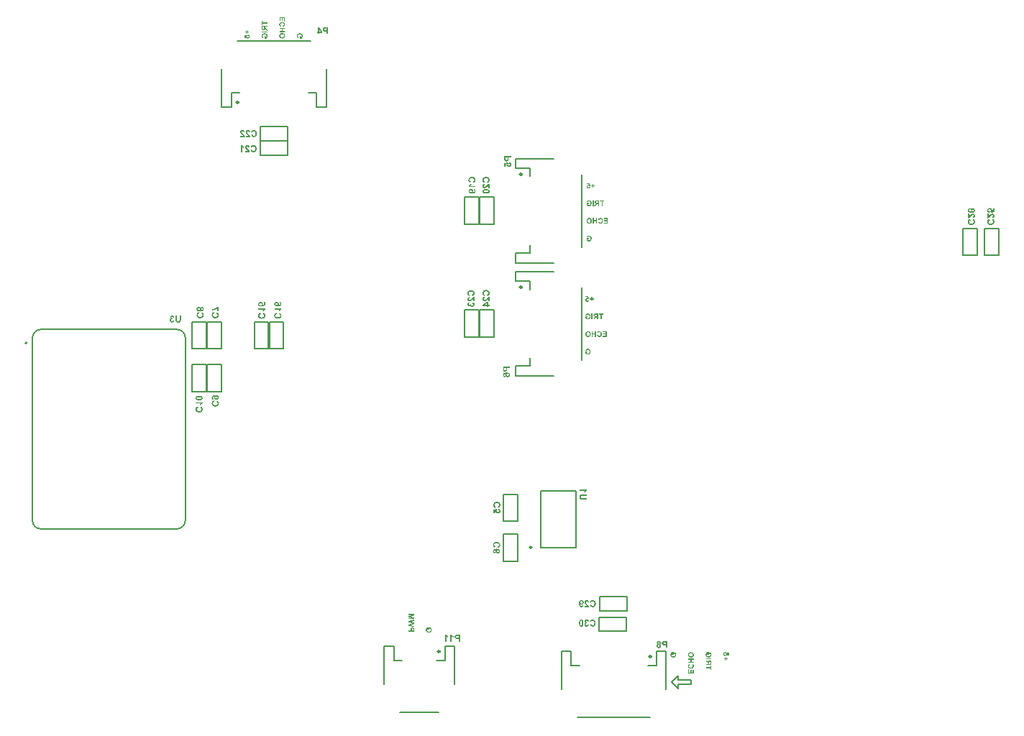
<source format=gbo>
G04*
G04 #@! TF.GenerationSoftware,Altium Limited,Altium Designer,21.3.2 (30)*
G04*
G04 Layer_Color=32896*
%FSTAX25Y25*%
%MOIN*%
G70*
G04*
G04 #@! TF.SameCoordinates,48149F28-A3BA-4D36-B73A-A2ABBD85C276*
G04*
G04*
G04 #@! TF.FilePolarity,Positive*
G04*
G01*
G75*
%ADD10C,0.00984*%
%ADD13C,0.00787*%
%ADD14C,0.00500*%
%ADD15C,0.00600*%
G36*
X0312227Y0165444D02*
X0310477Y0164989D01*
X0312227Y0164531D01*
Y0163757D01*
X0309667D01*
Y0164234D01*
X031168D01*
X0309667Y0164738D01*
Y0165237D01*
X031168Y016574D01*
X0309667Y0165744D01*
Y0166221D01*
X0312227D01*
Y0165444D01*
D02*
G37*
G36*
Y0162973D02*
X0310436Y0162581D01*
X0312227Y0162137D01*
Y0161515D01*
X0310466Y0161049D01*
X0312227Y0160664D01*
Y0160135D01*
X0309667Y0160742D01*
Y0161304D01*
X031158Y0161815D01*
X0309667Y0162318D01*
Y0162877D01*
X0312227Y0163495D01*
Y0162973D01*
D02*
G37*
G36*
X0311546Y0159954D02*
X0311646Y0159939D01*
X0311728Y0159913D01*
X0311802Y0159887D01*
X0311831Y0159872D01*
X0311857Y0159857D01*
X0311879Y0159846D01*
X0311901Y0159832D01*
X0311916Y0159824D01*
X0311927Y0159817D01*
X0311931Y0159809D01*
X0311935D01*
X0312001Y015975D01*
X0312057Y0159691D01*
X0312101Y0159628D01*
X0312135Y0159573D01*
X0312157Y0159521D01*
X0312175Y015948D01*
X0312179Y0159465D01*
X0312183Y0159454D01*
X0312186Y0159447D01*
Y0159443D01*
X0312194Y0159413D01*
X0312201Y0159376D01*
X0312205Y0159332D01*
X0312209Y0159288D01*
X0312216Y0159184D01*
X0312223Y015908D01*
Y0158984D01*
X0312227Y0158943D01*
Y0158D01*
X0309667D01*
Y0158518D01*
X0310632D01*
Y0158977D01*
X0310636Y0159032D01*
Y0159084D01*
X031064Y0159132D01*
X0310644Y0159177D01*
X0310647Y0159217D01*
X0310651Y0159251D01*
Y0159284D01*
X0310655Y015931D01*
X0310658Y0159336D01*
X0310662Y0159354D01*
Y0159369D01*
X0310666Y015938D01*
Y0159388D01*
X0310681Y0159439D01*
X0310699Y0159487D01*
X0310718Y0159532D01*
X031074Y0159573D01*
X0310758Y0159606D01*
X0310773Y0159632D01*
X0310784Y0159646D01*
X0310788Y0159654D01*
X0310825Y0159702D01*
X0310865Y0159743D01*
X031091Y0159783D01*
X0310947Y0159813D01*
X0310984Y0159839D01*
X0311014Y0159857D01*
X0311032Y0159869D01*
X0311039Y0159872D01*
X0311102Y0159902D01*
X0311169Y0159924D01*
X0311239Y0159939D01*
X0311302Y015995D01*
X0311354Y0159957D01*
X031138D01*
X0311398Y0159961D01*
X0311417D01*
X0311428D01*
X0311435D01*
X0311439D01*
X0311546Y0159954D01*
D02*
G37*
G36*
X0319088Y015878D02*
X0318655D01*
Y0159372D01*
X0318325D01*
X0318292Y0159328D01*
X0318262Y015928D01*
X0318236Y0159232D01*
X0318214Y0159187D01*
X0318196Y015915D01*
X0318181Y0159117D01*
X0318174Y0159098D01*
X031817Y0159095D01*
Y0159091D01*
X0318148Y0159032D01*
X0318133Y0158973D01*
X0318122Y0158917D01*
X0318114Y0158869D01*
X0318111Y0158825D01*
X0318107Y0158795D01*
Y0158765D01*
X0318111Y0158706D01*
X0318118Y0158647D01*
X0318129Y0158595D01*
X0318144Y0158543D01*
X0318181Y0158451D01*
X0318199Y0158414D01*
X0318222Y0158377D01*
X0318244Y0158344D01*
X0318262Y0158314D01*
X0318285Y0158292D01*
X0318299Y015827D01*
X0318314Y0158255D01*
X0318325Y0158244D01*
X0318333Y0158236D01*
X0318336Y0158233D01*
X0318381Y0158199D01*
X0318433Y0158166D01*
X0318484Y015814D01*
X031854Y0158118D01*
X0318655Y0158081D01*
X0318766Y0158059D01*
X0318817Y0158051D01*
X0318869Y0158044D01*
X031891Y015804D01*
X0318951Y0158036D01*
X031898Y0158033D01*
X0319006D01*
X0319021D01*
X0319025D01*
X0319102Y0158036D01*
X0319173Y015804D01*
X0319243Y0158051D01*
X0319306Y0158062D01*
X0319361Y0158077D01*
X0319413Y0158096D01*
X0319461Y0158114D01*
X0319506Y0158133D01*
X0319543Y0158148D01*
X0319576Y0158166D01*
X0319602Y0158185D01*
X0319624Y0158199D01*
X0319642Y015821D01*
X0319654Y0158221D01*
X0319661Y0158225D01*
X0319665Y0158229D01*
X0319702Y015827D01*
X0319739Y015831D01*
X0319765Y0158355D01*
X0319791Y0158399D01*
X0319813Y0158443D01*
X0319831Y0158488D01*
X0319857Y0158573D01*
X0319865Y0158614D01*
X0319872Y0158651D01*
X0319876Y0158684D01*
X0319879Y0158714D01*
X0319883Y0158736D01*
Y0158769D01*
X0319879Y0158851D01*
X0319865Y0158921D01*
X031985Y0158984D01*
X0319828Y0159039D01*
X0319809Y015908D01*
X0319791Y0159113D01*
X0319776Y0159132D01*
X0319772Y0159139D01*
X0319728Y0159191D01*
X0319679Y0159235D01*
X0319631Y0159272D01*
X0319583Y0159298D01*
X0319539Y015932D01*
X0319506Y0159335D01*
X0319483Y0159343D01*
X031948Y0159346D01*
X0319476D01*
X0319572Y0159861D01*
X0319635Y0159846D01*
X0319698Y0159824D01*
X0319754Y0159801D01*
X0319805Y0159772D01*
X0319857Y0159746D01*
X0319901Y0159716D01*
X0319942Y0159687D01*
X0319979Y0159657D01*
X0320012Y0159627D01*
X0320042Y0159602D01*
X0320068Y0159579D01*
X0320087Y0159557D01*
X0320101Y0159539D01*
X0320116Y0159524D01*
X032012Y0159517D01*
X0320124Y0159513D01*
X0320161Y0159461D01*
X032019Y0159406D01*
X0320216Y0159346D01*
X0320238Y0159283D01*
X0320275Y0159161D01*
X0320297Y0159043D01*
X0320308Y0158987D01*
X0320312Y0158936D01*
X0320316Y0158888D01*
X032032Y0158847D01*
X0320323Y0158814D01*
Y0158769D01*
X032032Y0158636D01*
X0320305Y0158518D01*
X0320294Y0158466D01*
X0320283Y0158414D01*
X0320271Y0158366D01*
X032026Y0158325D01*
X0320246Y0158288D01*
X0320234Y0158251D01*
X0320223Y0158225D01*
X0320216Y0158199D01*
X0320205Y0158181D01*
X0320201Y0158166D01*
X0320194Y0158159D01*
Y0158155D01*
X0320127Y015804D01*
X0320087Y0157992D01*
X032005Y0157944D01*
X0320009Y01579D01*
X0319968Y0157859D01*
X0319927Y0157822D01*
X031989Y0157789D01*
X0319853Y0157763D01*
X031982Y0157737D01*
X0319791Y0157715D01*
X0319765Y0157696D01*
X0319742Y0157685D01*
X0319728Y0157674D01*
X0319717Y015767D01*
X0319713Y0157667D01*
X0319654Y0157637D01*
X0319594Y0157611D01*
X0319472Y015757D01*
X031935Y0157541D01*
X0319243Y0157522D01*
X0319191Y0157515D01*
X0319147Y0157507D01*
X0319106Y0157504D01*
X0319069D01*
X0319043Y01575D01*
X0319021D01*
X0319006D01*
X0319002D01*
X0318865Y0157507D01*
X031874Y0157522D01*
X0318625Y0157548D01*
X0318569Y0157559D01*
X0318521Y0157574D01*
X0318477Y0157589D01*
X0318436Y01576D01*
X0318403Y0157615D01*
X0318373Y0157626D01*
X0318351Y0157633D01*
X0318333Y0157641D01*
X0318322Y0157648D01*
X0318318D01*
X0318207Y0157711D01*
X0318111Y0157781D01*
X0318026Y0157855D01*
X0317959Y0157929D01*
X0317929Y0157963D01*
X0317903Y0157996D01*
X0317881Y0158022D01*
X0317866Y0158048D01*
X0317852Y0158066D01*
X0317841Y0158085D01*
X0317837Y0158092D01*
X0317833Y0158096D01*
X0317804Y0158155D01*
X0317778Y015821D01*
X0317737Y0158333D01*
X0317707Y0158451D01*
X0317689Y0158558D01*
X0317682Y015861D01*
X0317674Y0158654D01*
X031767Y0158695D01*
Y0158732D01*
X0317667Y0158758D01*
Y0158799D01*
X031767Y0158917D01*
X0317685Y0159028D01*
X0317704Y0159135D01*
X0317726Y0159228D01*
X0317737Y0159269D01*
X0317748Y0159306D01*
X0317759Y0159339D01*
X0317767Y0159369D01*
X0317774Y0159391D01*
X0317781Y0159406D01*
X0317785Y0159417D01*
Y015942D01*
X0317829Y0159531D01*
X0317878Y0159624D01*
X0317926Y0159705D01*
X0317966Y0159775D01*
X0318003Y0159827D01*
X0318018Y0159846D01*
X0318033Y0159864D01*
X0318044Y0159875D01*
X0318052Y0159887D01*
X0318059Y0159894D01*
X0319088D01*
Y015878D01*
D02*
G37*
G36*
X0432421Y0147313D02*
X0431988D01*
Y0147905D01*
X0431659D01*
X0431625Y0147861D01*
X0431596Y0147813D01*
X043157Y0147765D01*
X0431548Y014772D01*
X0431529Y0147683D01*
X0431514Y014765D01*
X0431507Y0147632D01*
X0431503Y0147628D01*
Y0147624D01*
X0431481Y0147565D01*
X0431466Y0147506D01*
X0431455Y014745D01*
X0431448Y0147402D01*
X0431444Y0147358D01*
X043144Y0147328D01*
Y0147299D01*
X0431444Y0147239D01*
X0431451Y014718D01*
X0431462Y0147128D01*
X0431477Y0147077D01*
X0431514Y0146984D01*
X0431533Y0146947D01*
X0431555Y014691D01*
X0431577Y0146877D01*
X0431596Y0146847D01*
X0431618Y0146825D01*
X0431633Y0146803D01*
X0431647Y0146788D01*
X0431659Y0146777D01*
X0431666Y0146769D01*
X043167Y0146766D01*
X0431714Y0146732D01*
X0431766Y0146699D01*
X0431818Y0146673D01*
X0431873Y0146651D01*
X0431988Y0146614D01*
X0432099Y0146592D01*
X0432151Y0146584D01*
X0432202Y0146577D01*
X0432243Y0146573D01*
X0432284Y014657D01*
X0432313Y0146566D01*
X0432339D01*
X0432354D01*
X0432358D01*
X0432436Y014657D01*
X0432506Y0146573D01*
X0432576Y0146584D01*
X0432639Y0146596D01*
X0432695Y014661D01*
X0432746Y0146629D01*
X0432795Y0146647D01*
X0432839Y0146666D01*
X0432876Y0146681D01*
X0432909Y0146699D01*
X0432935Y0146718D01*
X0432957Y0146732D01*
X0432976Y0146744D01*
X0432987Y0146755D01*
X0432994Y0146758D01*
X0432998Y0146762D01*
X0433035Y0146803D01*
X0433072Y0146844D01*
X0433098Y0146888D01*
X0433124Y0146932D01*
X0433146Y0146977D01*
X0433165Y0147021D01*
X043319Y0147106D01*
X0433198Y0147147D01*
X0433205Y0147184D01*
X0433209Y0147217D01*
X0433213Y0147247D01*
X0433216Y0147269D01*
Y0147302D01*
X0433213Y0147384D01*
X0433198Y0147454D01*
X0433183Y0147517D01*
X0433161Y0147572D01*
X0433142Y0147613D01*
X0433124Y0147646D01*
X0433109Y0147665D01*
X0433105Y0147672D01*
X0433061Y0147724D01*
X0433013Y0147768D01*
X0432965Y0147806D01*
X0432917Y0147831D01*
X0432872Y0147854D01*
X0432839Y0147868D01*
X0432817Y0147876D01*
X0432813Y014788D01*
X0432809D01*
X0432905Y0148394D01*
X0432968Y0148379D01*
X0433031Y0148357D01*
X0433087Y0148335D01*
X0433139Y0148305D01*
X043319Y0148279D01*
X0433235Y0148249D01*
X0433276Y014822D01*
X0433313Y014819D01*
X0433346Y0148161D01*
X0433375Y0148135D01*
X0433401Y0148113D01*
X043342Y014809D01*
X0433435Y0148072D01*
X0433449Y0148057D01*
X0433453Y014805D01*
X0433457Y0148046D01*
X0433494Y0147994D01*
X0433523Y0147939D01*
X0433549Y014788D01*
X0433571Y0147817D01*
X0433608Y0147695D01*
X0433631Y0147576D01*
X0433642Y0147521D01*
X0433645Y0147469D01*
X0433649Y0147421D01*
X0433653Y014738D01*
X0433657Y0147347D01*
Y0147302D01*
X0433653Y0147169D01*
X0433638Y0147051D01*
X0433627Y0146999D01*
X0433616Y0146947D01*
X0433605Y0146899D01*
X0433594Y0146858D01*
X0433579Y0146821D01*
X0433568Y0146784D01*
X0433557Y0146758D01*
X0433549Y0146732D01*
X0433538Y0146714D01*
X0433534Y0146699D01*
X0433527Y0146692D01*
Y0146688D01*
X0433461Y0146573D01*
X043342Y0146525D01*
X0433383Y0146477D01*
X0433342Y0146433D01*
X0433301Y0146392D01*
X0433261Y0146355D01*
X0433224Y0146322D01*
X0433187Y0146296D01*
X0433153Y014627D01*
X0433124Y0146248D01*
X0433098Y0146229D01*
X0433076Y0146218D01*
X0433061Y0146207D01*
X043305Y0146203D01*
X0433046Y01462D01*
X0432987Y014617D01*
X0432928Y0146144D01*
X0432806Y0146104D01*
X0432684Y0146074D01*
X0432576Y0146055D01*
X0432524Y0146048D01*
X043248Y0146041D01*
X0432439Y0146037D01*
X0432402D01*
X0432376Y0146033D01*
X0432354D01*
X0432339D01*
X0432336D01*
X0432199Y0146041D01*
X0432073Y0146055D01*
X0431958Y0146081D01*
X0431903Y0146092D01*
X0431855Y0146107D01*
X043181Y0146122D01*
X043177Y0146133D01*
X0431736Y0146148D01*
X0431707Y0146159D01*
X0431684Y0146166D01*
X0431666Y0146174D01*
X0431655Y0146181D01*
X0431651D01*
X043154Y0146244D01*
X0431444Y0146314D01*
X0431359Y0146388D01*
X0431292Y0146462D01*
X0431263Y0146496D01*
X0431237Y0146529D01*
X0431215Y0146555D01*
X04312Y0146581D01*
X0431185Y0146599D01*
X0431174Y0146618D01*
X043117Y0146625D01*
X0431167Y0146629D01*
X0431137Y0146688D01*
X0431111Y0146744D01*
X043107Y0146866D01*
X0431041Y0146984D01*
X0431022Y0147091D01*
X0431015Y0147143D01*
X0431007Y0147188D01*
X0431004Y0147228D01*
Y0147265D01*
X0431Y0147291D01*
Y0147332D01*
X0431004Y014745D01*
X0431018Y0147561D01*
X0431037Y0147669D01*
X0431059Y0147761D01*
X043107Y0147802D01*
X0431081Y0147839D01*
X0431093Y0147872D01*
X04311Y0147902D01*
X0431107Y0147924D01*
X0431115Y0147939D01*
X0431118Y014795D01*
Y0147953D01*
X0431163Y0148064D01*
X0431211Y0148157D01*
X0431259Y0148238D01*
X04313Y0148309D01*
X0431337Y0148361D01*
X0431352Y0148379D01*
X0431366Y0148398D01*
X0431377Y0148409D01*
X0431385Y014842D01*
X0431392Y0148427D01*
X0432421D01*
Y0147313D01*
D02*
G37*
G36*
X0440606Y0148423D02*
X0440713Y0148412D01*
X0440813Y0148398D01*
X0440909Y0148375D01*
X0440995Y0148349D01*
X0441076Y014832D01*
X044115Y014829D01*
X0441213Y0148257D01*
X0441272Y0148224D01*
X0441324Y0148194D01*
X0441368Y0148164D01*
X0441405Y0148138D01*
X0441431Y014812D01*
X0441453Y0148101D01*
X0441464Y014809D01*
X0441468Y0148087D01*
X0441531Y014802D01*
X0441586Y014795D01*
X0441635Y0147876D01*
X0441675Y0147802D01*
X0441709Y0147724D01*
X0441738Y014765D01*
X044176Y0147576D01*
X0441779Y0147506D01*
X0441794Y0147439D01*
X0441805Y0147376D01*
X0441812Y0147321D01*
X044182Y0147273D01*
Y0147236D01*
X0441823Y0147206D01*
Y014718D01*
X044182Y0147069D01*
X0441809Y0146962D01*
X044179Y0146869D01*
X0441772Y0146788D01*
X044176Y0146755D01*
X0441753Y0146721D01*
X0441746Y0146695D01*
X0441735Y0146673D01*
X0441731Y0146655D01*
X0441723Y014664D01*
X044172Y0146633D01*
Y0146629D01*
X044169Y0146562D01*
X0441653Y0146499D01*
X0441612Y0146444D01*
X0441575Y0146396D01*
X0441542Y0146355D01*
X0441512Y0146322D01*
X0441494Y0146303D01*
X044149Y01463D01*
X0441487Y0146296D01*
X0441427Y0146244D01*
X0441364Y0146196D01*
X0441309Y0146155D01*
X0441254Y0146122D01*
X0441205Y0146096D01*
X0441168Y0146074D01*
X0441154Y014607D01*
X0441143Y0146063D01*
X0441139Y0146059D01*
X0441135D01*
X0441032Y0146022D01*
X044092Y0145993D01*
X0440809Y0145974D01*
X0440706Y0145959D01*
X0440658Y0145956D01*
X0440613Y0145952D01*
X0440576Y0145948D01*
X0440543D01*
X0440514Y0145944D01*
X0440495D01*
X044048D01*
X0440477D01*
X0440366Y0145948D01*
X0440258Y0145959D01*
X0440158Y0145974D01*
X0440066Y0145996D01*
X0439981Y0146022D01*
X0439903Y0146052D01*
X0439829Y0146081D01*
X0439766Y0146115D01*
X0439707Y0146144D01*
X0439659Y0146174D01*
X0439614Y0146203D01*
X0439577Y0146229D01*
X0439551Y0146251D01*
X0439529Y0146266D01*
X0439518Y0146277D01*
X0439514Y0146281D01*
X0439452Y0146348D01*
X04394Y0146418D01*
X0439352Y0146488D01*
X0439315Y0146566D01*
X0439281Y014664D01*
X0439252Y0146718D01*
X043923Y0146788D01*
X0439211Y0146862D01*
X0439196Y0146929D01*
X0439185Y0146992D01*
X0439178Y0147047D01*
X0439174Y0147095D01*
X043917Y0147132D01*
X0439167Y0147162D01*
Y0147188D01*
X043917Y0147291D01*
X0439182Y0147387D01*
X04392Y014748D01*
X0439222Y0147565D01*
X0439248Y0147646D01*
X0439278Y014772D01*
X0439307Y0147787D01*
X0439341Y014785D01*
X0439374Y0147902D01*
X0439403Y014795D01*
X0439433Y0147991D01*
X0439459Y0148024D01*
X0439481Y0148053D01*
X04395Y0148072D01*
X0439511Y0148083D01*
X0439514Y0148087D01*
X0439585Y0148146D01*
X0439659Y0148198D01*
X0439737Y0148246D01*
X0439814Y0148283D01*
X0439896Y0148316D01*
X0439977Y0148346D01*
X0440058Y0148368D01*
X0440136Y0148386D01*
X0440206Y0148398D01*
X0440277Y0148409D01*
X0440336Y0148416D01*
X0440388Y0148423D01*
X0440432D01*
X0440465Y0148427D01*
X0440484D01*
X0440491D01*
X0440606Y0148423D01*
D02*
G37*
G36*
X0441775Y0144997D02*
X0440769D01*
Y0143987D01*
X0441775D01*
Y0143469D01*
X0439215D01*
Y0143987D01*
X0440336D01*
Y0144997D01*
X0439215D01*
Y0145515D01*
X0441775D01*
Y0144997D01*
D02*
G37*
G36*
X0440155Y0142518D02*
X0440055Y0142489D01*
X043997Y0142455D01*
X0439899Y0142422D01*
X043984Y0142385D01*
X0439796Y0142355D01*
X0439766Y014233D01*
X0439748Y0142311D01*
X043974Y0142304D01*
X0439696Y0142244D01*
X0439666Y0142185D01*
X0439644Y0142126D01*
X0439626Y0142074D01*
X0439618Y0142026D01*
X0439614Y0141985D01*
X0439611Y0141971D01*
Y0141952D01*
X0439614Y01419D01*
X0439618Y0141852D01*
X0439644Y0141763D01*
X0439674Y0141686D01*
X0439714Y0141623D01*
X0439751Y0141571D01*
X0439781Y0141534D01*
X0439796Y0141519D01*
X0439807Y0141508D01*
X0439811Y0141504D01*
X0439814Y0141501D01*
X0439855Y0141471D01*
X0439903Y0141445D01*
X0439955Y0141419D01*
X044001Y0141401D01*
X0440125Y0141371D01*
X044024Y0141349D01*
X0440295Y0141342D01*
X0440343Y0141338D01*
X0440391Y0141331D01*
X0440432D01*
X0440462Y0141327D01*
X0440488D01*
X0440506D01*
X044051D01*
X0440595Y0141331D01*
X0440673Y0141334D01*
X0440743Y0141342D01*
X0440809Y0141353D01*
X0440869Y0141367D01*
X0440924Y0141382D01*
X0440972Y0141397D01*
X0441017Y0141416D01*
X0441054Y014143D01*
X0441087Y0141445D01*
X0441113Y014146D01*
X0441135Y0141475D01*
X0441154Y0141486D01*
X0441165Y0141493D01*
X0441172Y0141501D01*
X0441176D01*
X0441213Y0141534D01*
X0441246Y0141571D01*
X0441272Y0141608D01*
X0441294Y0141649D01*
X0441331Y0141726D01*
X0441357Y01418D01*
X0441372Y0141863D01*
X0441376Y0141893D01*
X0441379Y0141915D01*
X0441383Y0141937D01*
Y0141963D01*
X0441379Y0142037D01*
X0441364Y0142104D01*
X0441346Y0142163D01*
X0441324Y0142215D01*
X0441302Y0142255D01*
X0441283Y0142285D01*
X0441268Y0142304D01*
X0441265Y0142311D01*
X044122Y0142359D01*
X0441168Y0142403D01*
X0441117Y0142437D01*
X0441065Y0142463D01*
X044102Y0142481D01*
X0440987Y0142492D01*
X0440972Y01425D01*
X0440961D01*
X0440957Y0142503D01*
X0440954D01*
X0441076Y0143014D01*
X0441183Y0142977D01*
X0441276Y0142936D01*
X0441357Y0142892D01*
X0441424Y0142851D01*
X0441475Y014281D01*
X0441498Y0142796D01*
X0441516Y0142781D01*
X0441527Y014277D01*
X0441538Y0142759D01*
X0441546Y0142755D01*
Y0142751D01*
X0441594Y0142696D01*
X0441638Y0142633D01*
X0441675Y0142574D01*
X0441705Y0142511D01*
X0441735Y0142444D01*
X0441757Y0142381D01*
X0441775Y0142318D01*
X044179Y0142259D01*
X0441801Y0142204D01*
X0441809Y0142152D01*
X0441816Y0142107D01*
X044182Y0142067D01*
X0441823Y0142034D01*
Y0141989D01*
X044182Y0141893D01*
X0441809Y0141797D01*
X044179Y0141712D01*
X0441768Y0141627D01*
X0441742Y0141552D01*
X0441712Y0141479D01*
X0441679Y0141416D01*
X0441646Y0141356D01*
X0441612Y0141301D01*
X0441579Y0141256D01*
X0441549Y0141216D01*
X0441524Y0141182D01*
X0441501Y0141157D01*
X0441483Y0141138D01*
X0441472Y0141127D01*
X0441468Y0141123D01*
X0441398Y0141064D01*
X0441324Y0141016D01*
X0441246Y0140972D01*
X0441165Y0140935D01*
X044108Y0140901D01*
X0440998Y0140875D01*
X0440917Y0140853D01*
X0440839Y0140835D01*
X0440761Y014082D01*
X0440695Y0140813D01*
X0440632Y0140805D01*
X044058Y0140798D01*
X0440536D01*
X0440502Y0140794D01*
X044048D01*
X0440477D01*
X0440473D01*
X0440362Y0140798D01*
X0440258Y0140809D01*
X0440158Y0140824D01*
X0440069Y0140846D01*
X0439984Y0140868D01*
X0439903Y0140898D01*
X0439833Y0140927D01*
X043977Y0140957D01*
X0439711Y0140986D01*
X0439659Y0141016D01*
X0439618Y0141046D01*
X0439581Y0141068D01*
X0439555Y014109D01*
X0439533Y0141105D01*
X0439522Y0141116D01*
X0439518Y014112D01*
X0439455Y0141182D01*
X0439403Y0141249D01*
X0439355Y0141319D01*
X0439318Y014139D01*
X0439285Y014146D01*
X0439256Y014153D01*
X0439233Y0141597D01*
X0439215Y014166D01*
X04392Y0141723D01*
X0439189Y0141778D01*
X0439182Y014183D01*
X0439178Y0141871D01*
X0439174Y0141908D01*
X043917Y0141934D01*
Y0141956D01*
X0439174Y0142034D01*
X0439178Y0142104D01*
X0439189Y0142174D01*
X0439204Y0142237D01*
X0439219Y0142296D01*
X0439233Y0142352D01*
X0439252Y0142403D01*
X0439274Y0142452D01*
X0439292Y0142492D01*
X0439311Y0142529D01*
X0439326Y0142563D01*
X0439341Y0142588D01*
X0439355Y0142611D01*
X0439366Y0142625D01*
X043937Y0142633D01*
X0439374Y0142637D01*
X0439415Y0142685D01*
X0439459Y0142729D01*
X0439559Y014281D01*
X0439663Y0142877D01*
X0439762Y0142929D01*
X0439811Y0142951D01*
X0439855Y014297D01*
X0439896Y0142984D01*
X0439929Y0142999D01*
X0439958Y014301D01*
X0439981Y0143018D01*
X0439995Y0143021D01*
X0439999D01*
X0440155Y0142518D01*
D02*
G37*
G36*
X0439648Y0139018D02*
X0440343D01*
Y0140302D01*
X0440776D01*
Y0139018D01*
X0441342D01*
Y0140398D01*
X0441775D01*
Y01385D01*
X0439215D01*
Y0140446D01*
X0439648D01*
Y0139018D01*
D02*
G37*
G36*
X0448754Y0147313D02*
X0448321D01*
Y0147905D01*
X0447992D01*
X0447959Y0147861D01*
X0447929Y0147813D01*
X0447903Y0147765D01*
X0447881Y014772D01*
X0447862Y0147683D01*
X0447848Y014765D01*
X044784Y0147632D01*
X0447836Y0147628D01*
Y0147624D01*
X0447814Y0147565D01*
X0447799Y0147506D01*
X0447788Y014745D01*
X0447781Y0147402D01*
X0447777Y0147358D01*
X0447774Y0147328D01*
Y0147299D01*
X0447777Y0147239D01*
X0447785Y014718D01*
X0447796Y0147128D01*
X0447811Y0147077D01*
X0447848Y0146984D01*
X0447866Y0146947D01*
X0447888Y014691D01*
X044791Y0146877D01*
X0447929Y0146847D01*
X0447951Y0146825D01*
X0447966Y0146803D01*
X0447981Y0146788D01*
X0447992Y0146777D01*
X0447999Y0146769D01*
X0448003Y0146766D01*
X0448047Y0146732D01*
X0448099Y0146699D01*
X0448151Y0146673D01*
X0448207Y0146651D01*
X0448321Y0146614D01*
X0448432Y0146592D01*
X0448484Y0146584D01*
X0448536Y0146577D01*
X0448576Y0146573D01*
X0448617Y014657D01*
X0448647Y0146566D01*
X0448673D01*
X0448688D01*
X0448691D01*
X0448769Y014657D01*
X0448839Y0146573D01*
X044891Y0146584D01*
X0448972Y0146596D01*
X0449028Y014661D01*
X044908Y0146629D01*
X0449128Y0146647D01*
X0449172Y0146666D01*
X0449209Y0146681D01*
X0449242Y0146699D01*
X0449268Y0146718D01*
X0449291Y0146732D01*
X0449309Y0146744D01*
X044932Y0146755D01*
X0449328Y0146758D01*
X0449331Y0146762D01*
X0449368Y0146803D01*
X0449405Y0146844D01*
X0449431Y0146888D01*
X0449457Y0146932D01*
X0449479Y0146977D01*
X0449498Y0147021D01*
X0449524Y0147106D01*
X0449531Y0147147D01*
X0449539Y0147184D01*
X0449542Y0147217D01*
X0449546Y0147247D01*
X044955Y0147269D01*
Y0147302D01*
X0449546Y0147384D01*
X0449531Y0147454D01*
X0449516Y0147517D01*
X0449494Y0147572D01*
X0449476Y0147613D01*
X0449457Y0147646D01*
X0449442Y0147665D01*
X0449439Y0147672D01*
X0449394Y0147724D01*
X0449346Y0147768D01*
X0449298Y0147806D01*
X044925Y0147831D01*
X0449205Y0147854D01*
X0449172Y0147868D01*
X044915Y0147876D01*
X0449146Y014788D01*
X0449143D01*
X0449239Y0148394D01*
X0449302Y0148379D01*
X0449365Y0148357D01*
X044942Y0148335D01*
X0449472Y0148305D01*
X0449524Y0148279D01*
X0449568Y0148249D01*
X0449609Y014822D01*
X0449646Y014819D01*
X0449679Y0148161D01*
X0449709Y0148135D01*
X0449735Y0148113D01*
X0449753Y014809D01*
X0449768Y0148072D01*
X0449783Y0148057D01*
X0449786Y014805D01*
X044979Y0148046D01*
X0449827Y0147994D01*
X0449857Y0147939D01*
X0449883Y014788D01*
X0449905Y0147817D01*
X0449942Y0147695D01*
X0449964Y0147576D01*
X0449975Y0147521D01*
X0449979Y0147469D01*
X0449983Y0147421D01*
X0449986Y014738D01*
X044999Y0147347D01*
Y0147302D01*
X0449986Y0147169D01*
X0449971Y0147051D01*
X044996Y0146999D01*
X0449949Y0146947D01*
X0449938Y0146899D01*
X0449927Y0146858D01*
X0449912Y0146821D01*
X0449901Y0146784D01*
X044989Y0146758D01*
X0449883Y0146732D01*
X0449871Y0146714D01*
X0449868Y0146699D01*
X044986Y0146692D01*
Y0146688D01*
X0449794Y0146573D01*
X0449753Y0146525D01*
X0449716Y0146477D01*
X0449675Y0146433D01*
X0449635Y0146392D01*
X0449594Y0146355D01*
X0449557Y0146322D01*
X044952Y0146296D01*
X0449487Y014627D01*
X0449457Y0146248D01*
X0449431Y0146229D01*
X0449409Y0146218D01*
X0449394Y0146207D01*
X0449383Y0146203D01*
X0449379Y01462D01*
X044932Y014617D01*
X0449261Y0146144D01*
X0449139Y0146104D01*
X0449017Y0146074D01*
X044891Y0146055D01*
X0448858Y0146048D01*
X0448813Y0146041D01*
X0448773Y0146037D01*
X0448736D01*
X044871Y0146033D01*
X0448688D01*
X0448673D01*
X0448669D01*
X0448532Y0146041D01*
X0448406Y0146055D01*
X0448292Y0146081D01*
X0448236Y0146092D01*
X0448188Y0146107D01*
X0448144Y0146122D01*
X0448103Y0146133D01*
X044807Y0146148D01*
X044804Y0146159D01*
X0448018Y0146166D01*
X0447999Y0146174D01*
X0447988Y0146181D01*
X0447985D01*
X0447873Y0146244D01*
X0447777Y0146314D01*
X0447692Y0146388D01*
X0447626Y0146462D01*
X0447596Y0146496D01*
X044757Y0146529D01*
X0447548Y0146555D01*
X0447533Y0146581D01*
X0447518Y0146599D01*
X0447507Y0146618D01*
X0447504Y0146625D01*
X04475Y0146629D01*
X044747Y0146688D01*
X0447444Y0146744D01*
X0447404Y0146866D01*
X0447374Y0146984D01*
X0447356Y0147091D01*
X0447348Y0147143D01*
X0447341Y0147188D01*
X0447337Y0147228D01*
Y0147265D01*
X0447333Y0147291D01*
Y0147332D01*
X0447337Y014745D01*
X0447352Y0147561D01*
X044737Y0147669D01*
X0447393Y0147761D01*
X0447404Y0147802D01*
X0447415Y0147839D01*
X0447426Y0147872D01*
X0447433Y0147902D01*
X0447441Y0147924D01*
X0447448Y0147939D01*
X0447452Y014795D01*
Y0147953D01*
X0447496Y0148064D01*
X0447544Y0148157D01*
X0447592Y0148238D01*
X0447633Y0148309D01*
X044767Y0148361D01*
X0447685Y0148379D01*
X04477Y0148398D01*
X0447711Y0148409D01*
X0447718Y014842D01*
X0447725Y0148427D01*
X0448754D01*
Y0147313D01*
D02*
G37*
G36*
X0449942Y0145112D02*
X0447381D01*
Y014563D01*
X0449942D01*
Y0145112D01*
D02*
G37*
G36*
X0447881Y0144535D02*
X0447933Y0144501D01*
X0447985Y0144468D01*
X0448029Y0144439D01*
X044807Y0144409D01*
X0448107Y0144383D01*
X0448144Y0144361D01*
X0448199Y0144316D01*
X0448244Y0144283D01*
X0448273Y0144261D01*
X0448292Y0144242D01*
X0448295Y0144239D01*
X044834Y0144198D01*
X044838Y014415D01*
X0448414Y0144106D01*
X0448447Y0144061D01*
X0448473Y0144024D01*
X0448491Y0143994D01*
X0448506Y0143972D01*
X044851Y0143969D01*
Y0143965D01*
X0448521Y0144028D01*
X0448536Y0144083D01*
X0448551Y0144135D01*
X0448569Y0144187D01*
X0448588Y0144231D01*
X0448606Y0144272D01*
X0448625Y0144313D01*
X0448647Y0144346D01*
X0448665Y0144376D01*
X0448684Y0144402D01*
X0448702Y0144424D01*
X0448717Y0144439D01*
X0448728Y0144453D01*
X0448739Y0144464D01*
X0448743Y0144468D01*
X0448747Y0144472D01*
X0448784Y0144501D01*
X0448821Y0144527D01*
X0448902Y0144572D01*
X044898Y0144601D01*
X0449057Y014462D01*
X0449124Y0144635D01*
X044915Y0144638D01*
X0449176D01*
X0449194Y0144642D01*
X0449213D01*
X044922D01*
X0449224D01*
X0449305Y0144638D01*
X0449383Y0144623D01*
X044945Y0144605D01*
X0449509Y0144587D01*
X0449557Y0144564D01*
X0449594Y0144546D01*
X0449605Y0144538D01*
X0449616Y0144531D01*
X044962Y0144527D01*
X0449624D01*
X0449686Y0144483D01*
X0449738Y0144435D01*
X0449779Y0144387D01*
X0449816Y0144339D01*
X0449838Y0144294D01*
X0449857Y0144261D01*
X0449868Y0144239D01*
X0449871Y0144235D01*
Y0144231D01*
X0449883Y0144194D01*
X0449894Y0144154D01*
X0449912Y0144061D01*
X0449923Y0143961D01*
X0449934Y0143865D01*
Y0143817D01*
X0449938Y0143776D01*
Y0143736D01*
X0449942Y0143702D01*
Y0142548D01*
X0447381D01*
Y0143066D01*
X0448451D01*
Y0143232D01*
X0448447Y0143284D01*
X0448443Y0143328D01*
X0448436Y0143366D01*
X0448432Y0143395D01*
X0448425Y0143414D01*
X0448421Y0143425D01*
Y0143428D01*
X0448406Y0143458D01*
X0448391Y0143488D01*
X0448373Y0143514D01*
X0448358Y0143539D01*
X044834Y0143558D01*
X0448325Y0143573D01*
X0448317Y014358D01*
X0448314Y0143584D01*
X0448295Y0143599D01*
X0448277Y0143617D01*
X0448221Y0143658D01*
X0448162Y0143702D01*
X0448096Y014375D01*
X0448036Y0143791D01*
X0448007Y0143809D01*
X0447985Y0143824D01*
X0447966Y0143839D01*
X0447951Y014385D01*
X044794Y0143854D01*
X0447936Y0143858D01*
X0447381Y0144228D01*
Y0144849D01*
X0447881Y0144535D01*
D02*
G37*
G36*
X0449942Y014018D02*
X0449509D01*
Y0140938D01*
X0447381D01*
Y0141456D01*
X0449509D01*
Y0142211D01*
X0449942D01*
Y014018D01*
D02*
G37*
G36*
X0456477Y0148423D02*
X0456543Y0148416D01*
X0456606Y0148405D01*
X0456666Y014839D01*
X0456717Y0148375D01*
X0456769Y0148353D01*
X0456817Y0148335D01*
X0456858Y0148312D01*
X0456895Y014829D01*
X0456928Y0148272D01*
X0456958Y0148249D01*
X045698Y0148235D01*
X0456998Y014822D01*
X0457013Y0148209D01*
X0457021Y0148201D01*
X0457024Y0148198D01*
X0457065Y0148153D01*
X0457102Y0148109D01*
X0457135Y0148061D01*
X0457165Y0148013D01*
X0457187Y0147968D01*
X0457206Y014792D01*
X0457235Y0147835D01*
X0457246Y0147794D01*
X0457254Y0147757D01*
X0457258Y0147724D01*
X0457261Y0147698D01*
X0457265Y0147676D01*
Y0147643D01*
X0457261Y014758D01*
X045725Y0147517D01*
X0457239Y0147461D01*
X0457224Y014741D01*
X0457206Y0147369D01*
X0457195Y0147336D01*
X0457184Y0147313D01*
X045718Y014731D01*
Y0147306D01*
X0457616Y0147384D01*
Y0148312D01*
X0458075D01*
Y0147014D01*
X045674Y0146762D01*
X0456684Y0147158D01*
X0456717Y0147191D01*
X0456747Y0147225D01*
X0456773Y0147258D01*
X0456795Y0147291D01*
X0456828Y0147354D01*
X045685Y0147413D01*
X0456862Y0147465D01*
X0456869Y0147502D01*
X0456873Y0147517D01*
Y0147539D01*
X0456869Y0147598D01*
X0456854Y0147654D01*
X0456836Y0147702D01*
X0456813Y0147743D01*
X0456788Y0147772D01*
X0456769Y0147798D01*
X0456754Y0147813D01*
X0456751Y0147817D01*
X0456703Y0147854D01*
X0456647Y014788D01*
X0456588Y0147898D01*
X0456529Y0147909D01*
X0456477Y014792D01*
X0456436Y0147924D01*
X0456418D01*
X0456406D01*
X0456399D01*
X0456395D01*
X0456307Y014792D01*
X0456229Y0147909D01*
X0456166Y0147891D01*
X0456114Y0147872D01*
X045607Y014785D01*
X045604Y0147835D01*
X0456025Y014782D01*
X0456018Y0147817D01*
X0455977Y0147776D01*
X0455944Y0147731D01*
X0455922Y0147687D01*
X0455907Y0147646D01*
X04559Y0147609D01*
X0455896Y014758D01*
X0455892Y0147561D01*
Y0147554D01*
X0455896Y0147506D01*
X0455907Y0147458D01*
X0455922Y0147417D01*
X045594Y0147384D01*
X0455959Y0147354D01*
X0455974Y0147332D01*
X0455985Y0147317D01*
X0455988Y0147313D01*
X0456029Y014728D01*
X045607Y014725D01*
X0456114Y0147228D01*
X0456155Y0147213D01*
X0456192Y0147202D01*
X0456225Y0147195D01*
X0456244Y0147191D01*
X0456251D01*
X0456199Y0146703D01*
X045614Y0146714D01*
X0456085Y0146725D01*
X0455985Y0146762D01*
X0455896Y0146803D01*
X0455859Y0146825D01*
X0455822Y0146851D01*
X0455792Y0146873D01*
X0455766Y0146892D01*
X0455744Y0146914D01*
X0455722Y0146929D01*
X0455707Y0146943D01*
X0455696Y0146955D01*
X0455692Y0146962D01*
X0455689Y0146966D01*
X0455655Y014701D01*
X0455626Y0147054D01*
X04556Y0147102D01*
X0455581Y0147151D01*
X0455544Y014725D01*
X0455522Y0147339D01*
X0455515Y0147384D01*
X0455511Y0147421D01*
X0455507Y0147458D01*
X0455504Y0147487D01*
X04555Y0147513D01*
Y0147547D01*
X0455504Y0147628D01*
X0455515Y0147706D01*
X045553Y0147776D01*
X0455552Y0147843D01*
X0455578Y0147905D01*
X0455607Y0147961D01*
X0455637Y0148013D01*
X045567Y0148061D01*
X04557Y0148101D01*
X0455729Y0148138D01*
X0455759Y0148172D01*
X0455785Y0148198D01*
X0455807Y0148216D01*
X0455822Y0148231D01*
X0455833Y0148238D01*
X0455837Y0148242D01*
X0455885Y0148275D01*
X0455933Y0148305D01*
X0455981Y0148327D01*
X0456033Y0148349D01*
X0456129Y0148383D01*
X0456218Y0148405D01*
X0456255Y0148412D01*
X0456292Y0148416D01*
X0456325Y0148423D01*
X0456355D01*
X0456377Y0148427D01*
X0456392D01*
X0456403D01*
X0456406D01*
X0456477Y0148423D01*
D02*
G37*
G36*
X0457039Y0145719D02*
X0457701D01*
Y0145271D01*
X0457039D01*
Y0144601D01*
X045658D01*
Y0145271D01*
X0455918D01*
Y0145719D01*
X045658D01*
Y0146392D01*
X0457039D01*
Y0145719D01*
D02*
G37*
G36*
X0259301Y0435459D02*
X0259427Y0435445D01*
X0259542Y0435419D01*
X0259597Y0435408D01*
X0259645Y0435393D01*
X025969Y0435378D01*
X025973Y0435367D01*
X0259764Y0435352D01*
X0259793Y0435341D01*
X0259816Y0435334D01*
X0259834Y0435326D01*
X0259845Y0435319D01*
X0259849D01*
X025996Y0435256D01*
X0260056Y0435186D01*
X0260141Y0435112D01*
X0260208Y0435038D01*
X0260237Y0435004D01*
X0260263Y0434971D01*
X0260285Y0434945D01*
X02603Y0434919D01*
X0260315Y0434901D01*
X0260326Y0434882D01*
X026033Y0434875D01*
X0260333Y0434871D01*
X0260363Y0434812D01*
X0260389Y0434756D01*
X026043Y0434634D01*
X0260459Y0434516D01*
X0260478Y0434409D01*
X0260485Y0434357D01*
X0260493Y0434312D01*
X0260496Y0434272D01*
Y0434235D01*
X02605Y0434209D01*
Y0434168D01*
X0260496Y043405D01*
X0260482Y0433939D01*
X0260463Y0433831D01*
X0260441Y0433739D01*
X026043Y0433698D01*
X0260419Y0433661D01*
X0260407Y0433628D01*
X02604Y0433598D01*
X0260393Y0433576D01*
X0260385Y0433561D01*
X0260382Y043355D01*
Y0433546D01*
X0260337Y0433435D01*
X0260289Y0433343D01*
X0260241Y0433262D01*
X02602Y0433191D01*
X0260163Y043314D01*
X0260149Y0433121D01*
X0260134Y0433103D01*
X0260123Y0433091D01*
X0260115Y043308D01*
X0260108Y0433073D01*
X0259079D01*
Y0434187D01*
X0259512D01*
Y0433595D01*
X0259841D01*
X0259875Y0433639D01*
X0259904Y0433687D01*
X025993Y0433735D01*
X0259952Y043378D01*
X0259971Y0433817D01*
X0259986Y043385D01*
X0259993Y0433868D01*
X0259997Y0433872D01*
Y0433876D01*
X0260019Y0433935D01*
X0260034Y0433994D01*
X0260045Y043405D01*
X0260052Y0434098D01*
X0260056Y0434142D01*
X026006Y0434172D01*
Y0434201D01*
X0260056Y0434261D01*
X0260049Y043432D01*
X0260037Y0434372D01*
X0260023Y0434423D01*
X0259986Y0434516D01*
X0259967Y0434553D01*
X0259945Y043459D01*
X0259923Y0434623D01*
X0259904Y0434653D01*
X0259882Y0434675D01*
X0259867Y0434697D01*
X0259853Y0434712D01*
X0259841Y0434723D01*
X0259834Y043473D01*
X025983Y0434734D01*
X0259786Y0434767D01*
X0259734Y0434801D01*
X0259682Y0434827D01*
X0259627Y0434849D01*
X0259512Y0434886D01*
X0259401Y0434908D01*
X0259349Y0434915D01*
X0259297Y0434923D01*
X0259257Y0434927D01*
X0259216Y043493D01*
X0259187Y0434934D01*
X0259161D01*
X0259146D01*
X0259142D01*
X0259064Y043493D01*
X0258994Y0434927D01*
X0258924Y0434915D01*
X0258861Y0434904D01*
X0258805Y043489D01*
X0258754Y0434871D01*
X0258705Y0434853D01*
X0258661Y0434834D01*
X0258624Y0434819D01*
X0258591Y0434801D01*
X0258565Y0434782D01*
X0258543Y0434767D01*
X0258524Y0434756D01*
X0258513Y0434745D01*
X0258506Y0434742D01*
X0258502Y0434738D01*
X0258465Y0434697D01*
X0258428Y0434656D01*
X0258402Y0434612D01*
X0258376Y0434568D01*
X0258354Y0434523D01*
X0258335Y0434479D01*
X025831Y0434394D01*
X0258302Y0434353D01*
X0258295Y0434316D01*
X0258291Y0434283D01*
X0258287Y0434253D01*
X0258284Y0434231D01*
Y0434198D01*
X0258287Y0434116D01*
X0258302Y0434046D01*
X0258317Y0433983D01*
X0258339Y0433928D01*
X0258358Y0433887D01*
X0258376Y0433854D01*
X0258391Y0433835D01*
X0258395Y0433828D01*
X0258439Y0433776D01*
X0258487Y0433732D01*
X0258535Y0433695D01*
X0258583Y0433669D01*
X0258628Y0433646D01*
X0258661Y0433632D01*
X0258683Y0433624D01*
X0258687Y0433621D01*
X0258691D01*
X0258594Y0433106D01*
X0258532Y0433121D01*
X0258469Y0433143D01*
X0258413Y0433165D01*
X0258361Y0433195D01*
X025831Y0433221D01*
X0258265Y0433251D01*
X0258225Y043328D01*
X0258188Y043331D01*
X0258154Y0433339D01*
X0258125Y0433365D01*
X0258099Y0433387D01*
X025808Y043341D01*
X0258065Y0433428D01*
X0258051Y0433443D01*
X0258047Y043345D01*
X0258043Y0433454D01*
X0258006Y0433506D01*
X0257977Y0433561D01*
X0257951Y0433621D01*
X0257928Y0433683D01*
X0257892Y0433806D01*
X0257869Y0433924D01*
X0257858Y0433979D01*
X0257855Y0434031D01*
X0257851Y0434079D01*
X0257847Y043412D01*
X0257843Y0434153D01*
Y0434198D01*
X0257847Y0434331D01*
X0257862Y0434449D01*
X0257873Y0434501D01*
X0257884Y0434553D01*
X0257895Y0434601D01*
X0257906Y0434642D01*
X0257921Y0434679D01*
X0257932Y0434716D01*
X0257943Y0434742D01*
X0257951Y0434767D01*
X0257962Y0434786D01*
X0257965Y0434801D01*
X0257973Y0434808D01*
Y0434812D01*
X0258039Y0434927D01*
X025808Y0434975D01*
X0258117Y0435023D01*
X0258158Y0435067D01*
X0258199Y0435108D01*
X0258239Y0435145D01*
X0258276Y0435178D01*
X0258313Y0435204D01*
X0258347Y043523D01*
X0258376Y0435252D01*
X0258402Y0435271D01*
X0258424Y0435282D01*
X0258439Y0435293D01*
X025845Y0435297D01*
X0258454Y04353D01*
X0258513Y043533D01*
X0258572Y0435356D01*
X0258694Y0435396D01*
X0258817Y0435426D01*
X0258924Y0435445D01*
X0258976Y0435452D01*
X025902Y0435459D01*
X0259061Y0435463D01*
X0259098D01*
X0259124Y0435467D01*
X0259146D01*
X0259161D01*
X0259164D01*
X0259301Y0435459D01*
D02*
G37*
G36*
X0252285Y0441054D02*
X0251852D01*
Y0442482D01*
X0251157D01*
Y0441198D01*
X0250724D01*
Y0442482D01*
X0250158D01*
Y0441102D01*
X0249725D01*
Y0443D01*
X0252285D01*
Y0441054D01*
D02*
G37*
G36*
X0251138Y0440702D02*
X0251242Y0440691D01*
X0251342Y0440676D01*
X0251431Y0440654D01*
X0251516Y0440632D01*
X0251597Y0440602D01*
X0251667Y0440573D01*
X025173Y0440543D01*
X0251789Y0440514D01*
X0251841Y0440484D01*
X0251882Y0440454D01*
X0251919Y0440432D01*
X0251945Y044041D01*
X0251967Y0440395D01*
X0251978Y0440384D01*
X0251982Y044038D01*
X0252045Y0440317D01*
X0252097Y0440251D01*
X0252145Y0440181D01*
X0252182Y044011D01*
X0252215Y044004D01*
X0252244Y043997D01*
X0252267Y0439903D01*
X0252285Y043984D01*
X02523Y0439777D01*
X0252311Y0439722D01*
X0252319Y043967D01*
X0252322Y0439629D01*
X0252326Y0439592D01*
X025233Y0439566D01*
Y0439544D01*
X0252326Y0439466D01*
X0252322Y0439396D01*
X0252311Y0439326D01*
X0252296Y0439263D01*
X0252281Y0439204D01*
X0252267Y0439148D01*
X0252248Y0439096D01*
X0252226Y0439048D01*
X0252207Y0439008D01*
X0252189Y0438971D01*
X0252174Y0438937D01*
X0252159Y0438911D01*
X0252145Y0438889D01*
X0252133Y0438874D01*
X025213Y0438867D01*
X0252126Y0438863D01*
X0252085Y0438815D01*
X0252041Y0438771D01*
X0251941Y043869D01*
X0251837Y0438623D01*
X0251738Y0438571D01*
X025169Y0438549D01*
X0251645Y043853D01*
X0251604Y0438516D01*
X0251571Y0438501D01*
X0251541Y043849D01*
X0251519Y0438482D01*
X0251504Y0438479D01*
X0251501D01*
X0251345Y0438982D01*
X0251445Y0439011D01*
X025153Y0439045D01*
X0251601Y0439078D01*
X025166Y0439115D01*
X0251704Y0439145D01*
X0251734Y0439171D01*
X0251752Y0439189D01*
X025176Y0439196D01*
X0251804Y0439256D01*
X0251834Y0439315D01*
X0251856Y0439374D01*
X0251874Y0439426D01*
X0251882Y0439474D01*
X0251886Y0439515D01*
X0251889Y0439529D01*
Y0439548D01*
X0251886Y04396D01*
X0251882Y0439648D01*
X0251856Y0439737D01*
X0251826Y0439814D01*
X0251786Y0439877D01*
X0251749Y0439929D01*
X0251719Y0439966D01*
X0251704Y0439981D01*
X0251693Y0439992D01*
X025169Y0439996D01*
X0251686Y0439999D01*
X0251645Y0440029D01*
X0251597Y0440055D01*
X0251545Y0440081D01*
X025149Y0440099D01*
X0251375Y0440129D01*
X025126Y0440151D01*
X0251205Y0440158D01*
X0251157Y0440162D01*
X0251109Y0440169D01*
X0251068D01*
X0251038Y0440173D01*
X0251012D01*
X0250994D01*
X025099D01*
X0250905Y0440169D01*
X0250827Y0440166D01*
X0250757Y0440158D01*
X0250691Y0440147D01*
X0250631Y0440133D01*
X0250576Y0440118D01*
X0250528Y0440103D01*
X0250483Y0440084D01*
X0250446Y044007D01*
X0250413Y0440055D01*
X0250387Y044004D01*
X0250365Y0440025D01*
X0250346Y0440014D01*
X0250335Y0440007D01*
X0250328Y0439999D01*
X0250324D01*
X0250287Y0439966D01*
X0250254Y0439929D01*
X0250228Y0439892D01*
X0250206Y0439851D01*
X0250169Y0439774D01*
X0250143Y04397D01*
X0250128Y0439637D01*
X0250124Y0439607D01*
X0250121Y0439585D01*
X0250117Y0439563D01*
Y0439537D01*
X0250121Y0439463D01*
X0250135Y0439396D01*
X0250154Y0439337D01*
X0250176Y0439285D01*
X0250198Y0439245D01*
X0250217Y0439215D01*
X0250232Y0439196D01*
X0250235Y0439189D01*
X025028Y0439141D01*
X0250332Y0439096D01*
X0250383Y0439063D01*
X0250435Y0439037D01*
X025048Y0439019D01*
X0250513Y0439008D01*
X0250528Y0439D01*
X0250539D01*
X0250542Y0438997D01*
X0250546D01*
X0250424Y0438486D01*
X0250317Y0438523D01*
X0250224Y0438564D01*
X0250143Y0438608D01*
X0250076Y0438649D01*
X0250025Y043869D01*
X0250002Y0438704D01*
X0249984Y0438719D01*
X0249973Y043873D01*
X0249962Y0438741D01*
X0249954Y0438745D01*
Y0438749D01*
X0249906Y0438804D01*
X0249862Y0438867D01*
X0249825Y0438926D01*
X0249795Y0438989D01*
X0249765Y0439056D01*
X0249743Y0439119D01*
X0249725Y0439182D01*
X024971Y0439241D01*
X0249699Y0439296D01*
X0249692Y0439348D01*
X0249684Y0439393D01*
X024968Y0439433D01*
X0249677Y0439466D01*
Y0439511D01*
X024968Y0439607D01*
X0249692Y0439703D01*
X024971Y0439788D01*
X0249732Y0439874D01*
X0249758Y0439948D01*
X0249788Y0440022D01*
X0249821Y0440084D01*
X0249854Y0440144D01*
X0249888Y0440199D01*
X0249921Y0440243D01*
X0249951Y0440284D01*
X0249976Y0440317D01*
X0249999Y0440343D01*
X0250017Y0440362D01*
X0250028Y0440373D01*
X0250032Y0440377D01*
X0250102Y0440436D01*
X0250176Y0440484D01*
X0250254Y0440528D01*
X0250335Y0440565D01*
X025042Y0440599D01*
X0250502Y0440625D01*
X0250583Y0440647D01*
X0250661Y0440665D01*
X0250739Y044068D01*
X0250805Y0440688D01*
X0250868Y0440695D01*
X025092Y0440702D01*
X0250964D01*
X0250998Y0440706D01*
X025102D01*
X0251024D01*
X0251027D01*
X0251138Y0440702D01*
D02*
G37*
G36*
X0252285Y0437513D02*
X0251164D01*
Y0436503D01*
X0252285D01*
Y0435985D01*
X0249725D01*
Y0436503D01*
X0250731D01*
Y0437513D01*
X0249725D01*
Y0438031D01*
X0252285D01*
Y0437513D01*
D02*
G37*
G36*
X0251134Y0435552D02*
X0251242Y0435541D01*
X0251342Y0435526D01*
X0251434Y0435504D01*
X0251519Y0435478D01*
X0251597Y0435448D01*
X0251671Y0435419D01*
X0251734Y0435385D01*
X0251793Y0435356D01*
X0251841Y0435326D01*
X0251886Y0435297D01*
X0251923Y0435271D01*
X0251948Y0435249D01*
X0251971Y0435234D01*
X0251982Y0435223D01*
X0251986Y0435219D01*
X0252048Y0435152D01*
X02521Y0435082D01*
X0252148Y0435012D01*
X0252185Y0434934D01*
X0252219Y043486D01*
X0252248Y0434782D01*
X025227Y0434712D01*
X0252289Y0434638D01*
X0252304Y0434571D01*
X0252315Y0434509D01*
X0252322Y0434453D01*
X0252326Y0434405D01*
X025233Y0434368D01*
X0252333Y0434338D01*
Y0434312D01*
X025233Y0434209D01*
X0252319Y0434113D01*
X02523Y043402D01*
X0252278Y0433935D01*
X0252252Y0433854D01*
X0252222Y043378D01*
X0252193Y0433713D01*
X0252159Y043365D01*
X0252126Y0433598D01*
X0252097Y043355D01*
X0252067Y0433509D01*
X0252041Y0433476D01*
X0252019Y0433447D01*
X0252Y0433428D01*
X0251989Y0433417D01*
X0251986Y0433413D01*
X0251915Y0433354D01*
X0251841Y0433302D01*
X0251764Y0433254D01*
X0251686Y0433217D01*
X0251604Y0433184D01*
X0251523Y0433154D01*
X0251442Y0433132D01*
X0251364Y0433114D01*
X0251294Y0433103D01*
X0251223Y0433091D01*
X0251164Y0433084D01*
X0251112Y0433077D01*
X0251068D01*
X0251035Y0433073D01*
X0251016D01*
X0251009D01*
X0250894Y0433077D01*
X0250787Y0433088D01*
X0250687Y0433103D01*
X0250591Y0433125D01*
X0250505Y0433151D01*
X0250424Y043318D01*
X025035Y043321D01*
X0250287Y0433243D01*
X0250228Y0433276D01*
X0250176Y0433306D01*
X0250132Y0433336D01*
X0250095Y0433361D01*
X0250069Y043338D01*
X0250047Y0433398D01*
X0250036Y043341D01*
X0250032Y0433413D01*
X0249969Y043348D01*
X0249914Y043355D01*
X0249865Y0433624D01*
X0249825Y0433698D01*
X0249791Y0433776D01*
X0249762Y043385D01*
X024974Y0433924D01*
X0249721Y0433994D01*
X0249706Y0434061D01*
X0249695Y0434124D01*
X0249688Y0434179D01*
X024968Y0434227D01*
Y0434264D01*
X0249677Y0434294D01*
Y043432D01*
X024968Y0434431D01*
X0249692Y0434538D01*
X024971Y0434631D01*
X0249728Y0434712D01*
X024974Y0434745D01*
X0249747Y0434779D01*
X0249754Y0434804D01*
X0249765Y0434827D01*
X0249769Y0434845D01*
X0249777Y043486D01*
X024978Y0434867D01*
Y0434871D01*
X024981Y0434938D01*
X0249847Y0435001D01*
X0249888Y0435056D01*
X0249925Y0435104D01*
X0249958Y0435145D01*
X0249988Y0435178D01*
X0250006Y0435197D01*
X025001Y04352D01*
X0250013Y0435204D01*
X0250073Y0435256D01*
X0250135Y0435304D01*
X0250191Y0435345D01*
X0250247Y0435378D01*
X0250295Y0435404D01*
X0250332Y0435426D01*
X0250346Y043543D01*
X0250358Y0435437D01*
X0250361Y0435441D01*
X0250365D01*
X0250468Y0435478D01*
X025058Y0435507D01*
X0250691Y0435526D01*
X0250794Y0435541D01*
X0250842Y0435544D01*
X0250887Y0435548D01*
X0250924Y0435552D01*
X0250957D01*
X0250987Y0435556D01*
X0251005D01*
X025102D01*
X0251024D01*
X0251134Y0435552D01*
D02*
G37*
G36*
X0241991Y0440562D02*
X0244119D01*
Y0440044D01*
X0241991D01*
Y0439289D01*
X0241558D01*
Y044132D01*
X0241991D01*
Y0440562D01*
D02*
G37*
G36*
X0244119Y0438434D02*
X0243049D01*
Y0438268D01*
X0243053Y0438216D01*
X0243057Y0438171D01*
X0243064Y0438134D01*
X0243068Y0438105D01*
X0243075Y0438086D01*
X0243079Y0438075D01*
Y0438072D01*
X0243094Y0438042D01*
X0243109Y0438012D01*
X0243127Y0437987D01*
X0243142Y0437961D01*
X024316Y0437942D01*
X0243175Y0437927D01*
X0243182Y043792D01*
X0243186Y0437916D01*
X0243205Y0437901D01*
X0243223Y0437883D01*
X0243279Y0437842D01*
X0243338Y0437798D01*
X0243405Y043775D01*
X0243464Y0437709D01*
X0243493Y043769D01*
X0243515Y0437676D01*
X0243534Y0437661D01*
X0243549Y043765D01*
X024356Y0437646D01*
X0243564Y0437642D01*
X0244119Y0437272D01*
Y0436651D01*
X0243619Y0436965D01*
X0243567Y0436999D01*
X0243515Y0437032D01*
X0243471Y0437062D01*
X024343Y0437091D01*
X0243393Y0437117D01*
X0243356Y0437139D01*
X0243301Y0437184D01*
X0243256Y0437217D01*
X0243227Y0437239D01*
X0243208Y0437258D01*
X0243205Y0437261D01*
X024316Y0437302D01*
X024312Y043735D01*
X0243086Y0437395D01*
X0243053Y0437439D01*
X0243027Y0437476D01*
X0243009Y0437505D01*
X0242994Y0437528D01*
X024299Y0437531D01*
Y0437535D01*
X0242979Y0437472D01*
X0242964Y0437417D01*
X0242949Y0437365D01*
X0242931Y0437313D01*
X0242912Y0437269D01*
X0242894Y0437228D01*
X0242875Y0437187D01*
X0242853Y0437154D01*
X0242835Y0437124D01*
X0242816Y0437099D01*
X0242798Y0437076D01*
X0242783Y0437062D01*
X0242772Y0437047D01*
X0242761Y0437036D01*
X0242757Y0437032D01*
X0242753Y0437028D01*
X0242716Y0436999D01*
X0242679Y0436973D01*
X0242598Y0436928D01*
X024252Y0436899D01*
X0242442Y043688D01*
X0242376Y0436865D01*
X024235Y0436862D01*
X0242324D01*
X0242306Y0436858D01*
X0242287D01*
X024228D01*
X0242276D01*
X0242195Y0436862D01*
X0242117Y0436876D01*
X024205Y0436895D01*
X0241991Y0436913D01*
X0241943Y0436936D01*
X0241906Y0436954D01*
X0241895Y0436962D01*
X0241884Y0436969D01*
X024188Y0436973D01*
X0241876D01*
X0241813Y0437017D01*
X0241762Y0437065D01*
X0241721Y0437113D01*
X0241684Y0437161D01*
X0241662Y0437206D01*
X0241643Y0437239D01*
X0241632Y0437261D01*
X0241629Y0437265D01*
Y0437269D01*
X0241617Y0437306D01*
X0241606Y0437346D01*
X0241588Y0437439D01*
X0241577Y0437539D01*
X0241566Y0437635D01*
Y0437683D01*
X0241562Y0437724D01*
Y0437765D01*
X0241558Y0437798D01*
Y0438952D01*
X0244119D01*
Y0438434D01*
D02*
G37*
G36*
Y043587D02*
X0241558D01*
Y0436388D01*
X0244119D01*
Y043587D01*
D02*
G37*
G36*
X0242968Y0435459D02*
X0243094Y0435445D01*
X0243208Y0435419D01*
X0243264Y0435408D01*
X0243312Y0435393D01*
X0243356Y0435378D01*
X0243397Y0435367D01*
X024343Y0435352D01*
X024346Y0435341D01*
X0243482Y0435334D01*
X0243501Y0435326D01*
X0243512Y0435319D01*
X0243515D01*
X0243626Y0435256D01*
X0243723Y0435186D01*
X0243808Y0435112D01*
X0243874Y0435038D01*
X0243904Y0435004D01*
X024393Y0434971D01*
X0243952Y0434945D01*
X0243967Y0434919D01*
X0243982Y0434901D01*
X0243993Y0434882D01*
X0243997Y0434875D01*
X0244Y0434871D01*
X024403Y0434812D01*
X0244056Y0434756D01*
X0244096Y0434634D01*
X0244126Y0434516D01*
X0244145Y0434409D01*
X0244152Y0434357D01*
X0244159Y0434312D01*
X0244163Y0434272D01*
Y0434235D01*
X0244167Y0434209D01*
Y0434168D01*
X0244163Y043405D01*
X0244148Y0433939D01*
X024413Y0433831D01*
X0244108Y0433739D01*
X0244096Y0433698D01*
X0244085Y0433661D01*
X0244074Y0433628D01*
X0244067Y0433598D01*
X0244059Y0433576D01*
X0244052Y0433561D01*
X0244048Y043355D01*
Y0433546D01*
X0244004Y0433435D01*
X0243956Y0433343D01*
X0243908Y0433262D01*
X0243867Y0433191D01*
X024383Y043314D01*
X0243815Y0433121D01*
X02438Y0433103D01*
X0243789Y0433091D01*
X0243782Y043308D01*
X0243775Y0433073D01*
X0242746D01*
Y0434187D01*
X0243179D01*
Y0433595D01*
X0243508D01*
X0243541Y0433639D01*
X0243571Y0433687D01*
X0243597Y0433735D01*
X0243619Y043378D01*
X0243638Y0433817D01*
X0243652Y043385D01*
X024366Y0433868D01*
X0243664Y0433872D01*
Y0433876D01*
X0243686Y0433935D01*
X0243701Y0433994D01*
X0243712Y043405D01*
X0243719Y0434098D01*
X0243723Y0434142D01*
X0243726Y0434172D01*
Y0434201D01*
X0243723Y0434261D01*
X0243715Y043432D01*
X0243704Y0434372D01*
X0243689Y0434423D01*
X0243652Y0434516D01*
X0243634Y0434553D01*
X0243612Y043459D01*
X0243589Y0434623D01*
X0243571Y0434653D01*
X0243549Y0434675D01*
X0243534Y0434697D01*
X0243519Y0434712D01*
X0243508Y0434723D01*
X0243501Y043473D01*
X0243497Y0434734D01*
X0243453Y0434767D01*
X0243401Y0434801D01*
X0243349Y0434827D01*
X0243293Y0434849D01*
X0243179Y0434886D01*
X0243068Y0434908D01*
X0243016Y0434915D01*
X0242964Y0434923D01*
X0242923Y0434927D01*
X0242883Y043493D01*
X0242853Y0434934D01*
X0242827D01*
X0242812D01*
X0242809D01*
X0242731Y043493D01*
X0242661Y0434927D01*
X024259Y0434915D01*
X0242528Y0434904D01*
X0242472Y043489D01*
X024242Y0434871D01*
X0242372Y0434853D01*
X0242328Y0434834D01*
X0242291Y0434819D01*
X0242257Y0434801D01*
X0242232Y0434782D01*
X0242209Y0434767D01*
X0242191Y0434756D01*
X024218Y0434745D01*
X0242172Y0434742D01*
X0242169Y0434738D01*
X0242132Y0434697D01*
X0242095Y0434656D01*
X0242069Y0434612D01*
X0242043Y0434568D01*
X0242021Y0434523D01*
X0242002Y0434479D01*
X0241976Y0434394D01*
X0241969Y0434353D01*
X0241962Y0434316D01*
X0241958Y0434283D01*
X0241954Y0434253D01*
X024195Y0434231D01*
Y0434198D01*
X0241954Y0434116D01*
X0241969Y0434046D01*
X0241984Y0433983D01*
X0242006Y0433928D01*
X0242024Y0433887D01*
X0242043Y0433854D01*
X0242058Y0433835D01*
X0242061Y0433828D01*
X0242106Y0433776D01*
X0242154Y0433732D01*
X0242202Y0433695D01*
X024225Y0433669D01*
X0242295Y0433646D01*
X0242328Y0433632D01*
X024235Y0433624D01*
X0242354Y0433621D01*
X0242357D01*
X0242261Y0433106D01*
X0242198Y0433121D01*
X0242135Y0433143D01*
X024208Y0433165D01*
X0242028Y0433195D01*
X0241976Y0433221D01*
X0241932Y0433251D01*
X0241891Y043328D01*
X0241854Y043331D01*
X0241821Y0433339D01*
X0241791Y0433365D01*
X0241765Y0433387D01*
X0241747Y043341D01*
X0241732Y0433428D01*
X0241717Y0433443D01*
X0241714Y043345D01*
X024171Y0433454D01*
X0241673Y0433506D01*
X0241643Y0433561D01*
X0241617Y0433621D01*
X0241595Y0433683D01*
X0241558Y0433806D01*
X0241536Y0433924D01*
X0241525Y0433979D01*
X0241521Y0434031D01*
X0241517Y0434079D01*
X0241514Y043412D01*
X024151Y0434153D01*
Y0434198D01*
X0241514Y0434331D01*
X0241529Y0434449D01*
X024154Y0434501D01*
X0241551Y0434553D01*
X0241562Y0434601D01*
X0241573Y0434642D01*
X0241588Y0434679D01*
X0241599Y0434716D01*
X024161Y0434742D01*
X0241617Y0434767D01*
X0241629Y0434786D01*
X0241632Y0434801D01*
X024164Y0434808D01*
Y0434812D01*
X0241706Y0434927D01*
X0241747Y0434975D01*
X0241784Y0435023D01*
X0241825Y0435067D01*
X0241865Y0435108D01*
X0241906Y0435145D01*
X0241943Y0435178D01*
X024198Y0435204D01*
X0242013Y043523D01*
X0242043Y0435252D01*
X0242069Y0435271D01*
X0242091Y0435282D01*
X0242106Y0435293D01*
X0242117Y0435297D01*
X0242121Y04353D01*
X024218Y043533D01*
X0242239Y0435356D01*
X0242361Y0435396D01*
X0242483Y0435426D01*
X024259Y0435445D01*
X0242642Y0435452D01*
X0242687Y0435459D01*
X0242727Y0435463D01*
X0242764D01*
X024279Y0435467D01*
X0242812D01*
X0242827D01*
X0242831D01*
X0242968Y0435459D01*
D02*
G37*
G36*
X023492Y0436229D02*
X0235582D01*
Y0435781D01*
X023492D01*
Y0435108D01*
X0234461D01*
Y0435781D01*
X0233799D01*
Y0436229D01*
X0234461D01*
Y0436899D01*
X023492D01*
Y0436229D01*
D02*
G37*
G36*
X023536Y0434786D02*
X0235415Y0434775D01*
X0235515Y0434738D01*
X0235604Y0434697D01*
X0235641Y0434675D01*
X0235678Y0434649D01*
X0235708Y0434627D01*
X0235734Y0434608D01*
X0235756Y0434586D01*
X0235778Y0434571D01*
X0235793Y0434557D01*
X0235804Y0434546D01*
X0235808Y0434538D01*
X0235811Y0434534D01*
X0235845Y043449D01*
X0235874Y0434446D01*
X02359Y0434398D01*
X0235919Y0434349D01*
X0235956Y0434249D01*
X0235978Y0434161D01*
X0235985Y0434116D01*
X0235989Y0434079D01*
X0235993Y0434042D01*
X0235996Y0434013D01*
X0236Y0433987D01*
Y0433954D01*
X0235996Y0433872D01*
X0235985Y0433794D01*
X023597Y0433724D01*
X0235948Y0433658D01*
X0235922Y0433595D01*
X0235893Y0433539D01*
X0235863Y0433487D01*
X023583Y0433439D01*
X02358Y0433398D01*
X0235771Y0433361D01*
X0235741Y0433328D01*
X0235715Y0433302D01*
X0235693Y0433284D01*
X0235678Y0433269D01*
X0235667Y0433262D01*
X0235663Y0433258D01*
X0235615Y0433225D01*
X0235567Y0433195D01*
X0235519Y0433173D01*
X0235467Y0433151D01*
X0235371Y0433117D01*
X0235282Y0433095D01*
X0235245Y0433088D01*
X0235208Y0433084D01*
X0235175Y0433077D01*
X0235145D01*
X0235123Y0433073D01*
X0235108D01*
X0235097D01*
X0235093D01*
X0235023Y0433077D01*
X0234957Y0433084D01*
X0234894Y0433095D01*
X0234835Y043311D01*
X0234783Y0433125D01*
X0234731Y0433147D01*
X0234683Y0433165D01*
X0234642Y0433188D01*
X0234605Y043321D01*
X0234572Y0433228D01*
X0234542Y0433251D01*
X023452Y0433265D01*
X0234502Y043328D01*
X0234487Y0433291D01*
X0234479Y0433299D01*
X0234476Y0433302D01*
X0234435Y0433347D01*
X0234398Y0433391D01*
X0234365Y0433439D01*
X0234335Y0433487D01*
X0234313Y0433532D01*
X0234294Y043358D01*
X0234265Y0433665D01*
X0234254Y0433706D01*
X0234246Y0433743D01*
X0234243Y0433776D01*
X0234239Y0433802D01*
X0234235Y0433824D01*
Y0433857D01*
X0234239Y043392D01*
X023425Y0433983D01*
X0234261Y0434039D01*
X0234276Y043409D01*
X0234294Y0434131D01*
X0234305Y0434164D01*
X0234316Y0434187D01*
X023432Y043419D01*
Y0434194D01*
X0233884Y0434116D01*
Y0433188D01*
X0233425D01*
Y0434486D01*
X023476Y0434738D01*
X0234816Y0434342D01*
X0234783Y0434309D01*
X0234753Y0434275D01*
X0234727Y0434242D01*
X0234705Y0434209D01*
X0234672Y0434146D01*
X0234649Y0434087D01*
X0234638Y0434035D01*
X0234631Y0433998D01*
X0234627Y0433983D01*
Y0433961D01*
X0234631Y0433902D01*
X0234646Y0433846D01*
X0234664Y0433798D01*
X0234686Y0433757D01*
X0234712Y0433728D01*
X0234731Y0433702D01*
X0234746Y0433687D01*
X0234749Y0433683D01*
X0234798Y0433646D01*
X0234853Y0433621D01*
X0234912Y0433602D01*
X0234971Y0433591D01*
X0235023Y043358D01*
X0235064Y0433576D01*
X0235082D01*
X0235093D01*
X0235101D01*
X0235105D01*
X0235193Y043358D01*
X0235271Y0433591D01*
X0235334Y0433609D01*
X0235386Y0433628D01*
X023543Y043365D01*
X023546Y0433665D01*
X0235475Y043368D01*
X0235482Y0433683D01*
X0235523Y0433724D01*
X0235556Y0433769D01*
X0235578Y0433813D01*
X0235593Y0433854D01*
X02356Y0433891D01*
X0235604Y043392D01*
X0235608Y0433939D01*
Y0433946D01*
X0235604Y0433994D01*
X0235593Y0434042D01*
X0235578Y0434083D01*
X023556Y0434116D01*
X0235541Y0434146D01*
X0235526Y0434168D01*
X0235515Y0434183D01*
X0235512Y0434187D01*
X0235471Y043422D01*
X023543Y0434249D01*
X0235386Y0434272D01*
X0235345Y0434286D01*
X0235308Y0434298D01*
X0235275Y0434305D01*
X0235256Y0434309D01*
X0235249D01*
X0235301Y0434797D01*
X023536Y0434786D01*
D02*
G37*
G36*
X0393331Y0341653D02*
X0393449Y0341638D01*
X0393501Y0341627D01*
X0393553Y0341616D01*
X0393601Y0341605D01*
X0393642Y0341594D01*
X0393679Y0341579D01*
X0393716Y0341568D01*
X0393742Y0341557D01*
X0393767Y0341549D01*
X0393786Y0341538D01*
X0393801Y0341534D01*
X0393808Y0341527D01*
X0393812D01*
X0393927Y034146D01*
X0393975Y034142D01*
X0394023Y0341383D01*
X0394067Y0341342D01*
X0394108Y0341301D01*
X0394145Y0341261D01*
X0394178Y0341224D01*
X0394204Y0341187D01*
X039423Y0341153D01*
X0394252Y0341124D01*
X0394271Y0341098D01*
X0394282Y0341076D01*
X0394293Y0341061D01*
X0394297Y034105D01*
X03943Y0341046D01*
X039433Y0340987D01*
X0394356Y0340928D01*
X0394396Y0340806D01*
X0394426Y0340684D01*
X0394445Y0340576D01*
X0394452Y0340524D01*
X0394459Y034048D01*
X0394463Y0340439D01*
Y0340402D01*
X0394467Y0340376D01*
Y0340354D01*
Y0340339D01*
Y0340336D01*
X0394459Y0340199D01*
X0394445Y0340073D01*
X0394419Y0339958D01*
X0394408Y0339903D01*
X0394393Y0339855D01*
X0394378Y033981D01*
X0394367Y033977D01*
X0394352Y0339736D01*
X0394341Y0339707D01*
X0394334Y0339685D01*
X0394326Y0339666D01*
X0394319Y0339655D01*
Y0339651D01*
X0394256Y033954D01*
X0394186Y0339444D01*
X0394112Y0339359D01*
X0394038Y0339292D01*
X0394004Y0339263D01*
X0393971Y0339237D01*
X0393945Y0339215D01*
X0393919Y03392D01*
X0393901Y0339185D01*
X0393882Y0339174D01*
X0393875Y033917D01*
X0393871Y0339166D01*
X0393812Y0339137D01*
X0393756Y0339111D01*
X0393634Y033907D01*
X0393516Y0339041D01*
X0393409Y0339022D01*
X0393357Y0339015D01*
X0393312Y0339007D01*
X0393272Y0339004D01*
X0393235D01*
X0393209Y0339D01*
X0393168D01*
X039305Y0339004D01*
X0392939Y0339019D01*
X0392831Y0339037D01*
X0392739Y0339059D01*
X0392698Y033907D01*
X0392661Y0339081D01*
X0392628Y0339092D01*
X0392598Y03391D01*
X0392576Y0339107D01*
X0392561Y0339115D01*
X039255Y0339118D01*
X0392547D01*
X0392436Y0339163D01*
X0392343Y0339211D01*
X0392262Y0339259D01*
X0392191Y03393D01*
X039214Y0339337D01*
X0392121Y0339352D01*
X0392103Y0339366D01*
X0392091Y0339377D01*
X039208Y0339385D01*
X0392073Y0339392D01*
Y0340421D01*
X0393187D01*
Y0339988D01*
X0392595D01*
Y0339659D01*
X0392639Y0339625D01*
X0392687Y0339596D01*
X0392735Y033957D01*
X039278Y0339548D01*
X0392817Y0339529D01*
X039285Y0339514D01*
X0392868Y0339507D01*
X0392872Y0339503D01*
X0392876D01*
X0392935Y0339481D01*
X0392994Y0339466D01*
X039305Y0339455D01*
X0393098Y0339448D01*
X0393142Y0339444D01*
X0393172Y033944D01*
X0393201D01*
X0393261Y0339444D01*
X039332Y0339451D01*
X0393372Y0339462D01*
X0393423Y0339477D01*
X0393516Y0339514D01*
X0393553Y0339533D01*
X039359Y0339555D01*
X0393623Y0339577D01*
X0393653Y0339596D01*
X0393675Y0339618D01*
X0393697Y0339633D01*
X0393712Y0339648D01*
X0393723Y0339659D01*
X039373Y0339666D01*
X0393734Y033967D01*
X0393767Y0339714D01*
X0393801Y0339766D01*
X0393827Y0339818D01*
X0393849Y0339873D01*
X0393886Y0339988D01*
X0393908Y0340099D01*
X0393916Y0340151D01*
X0393923Y0340202D01*
X0393927Y0340243D01*
X039393Y0340284D01*
X0393934Y0340314D01*
Y0340339D01*
Y0340354D01*
Y0340358D01*
X039393Y0340436D01*
X0393927Y0340506D01*
X0393916Y0340576D01*
X0393904Y0340639D01*
X039389Y0340695D01*
X0393871Y0340746D01*
X0393853Y0340794D01*
X0393834Y0340839D01*
X0393819Y0340876D01*
X0393801Y0340909D01*
X0393782Y0340935D01*
X0393767Y0340957D01*
X0393756Y0340976D01*
X0393745Y0340987D01*
X0393742Y0340994D01*
X0393738Y0340998D01*
X0393697Y0341035D01*
X0393656Y0341072D01*
X0393612Y0341098D01*
X0393568Y0341124D01*
X0393523Y0341146D01*
X0393479Y0341164D01*
X0393394Y034119D01*
X0393353Y0341198D01*
X0393316Y0341205D01*
X0393283Y0341209D01*
X0393253Y0341213D01*
X0393231Y0341216D01*
X0393198D01*
X0393116Y0341213D01*
X0393046Y0341198D01*
X0392983Y0341183D01*
X0392928Y0341161D01*
X0392887Y0341142D01*
X0392854Y0341124D01*
X0392835Y0341109D01*
X0392828Y0341105D01*
X0392776Y0341061D01*
X0392731Y0341013D01*
X0392694Y0340965D01*
X0392669Y0340917D01*
X0392646Y0340872D01*
X0392632Y0340839D01*
X0392624Y0340817D01*
X039262Y0340813D01*
Y0340809D01*
X0392106Y0340905D01*
X0392121Y0340968D01*
X0392143Y0341031D01*
X0392165Y0341087D01*
X0392195Y0341139D01*
X0392221Y034119D01*
X039225Y0341235D01*
X039228Y0341276D01*
X039231Y0341313D01*
X0392339Y0341346D01*
X0392365Y0341375D01*
X0392387Y0341401D01*
X039241Y034142D01*
X0392428Y0341435D01*
X0392443Y0341449D01*
X039245Y0341453D01*
X0392454Y0341457D01*
X0392506Y0341494D01*
X0392561Y0341523D01*
X039262Y0341549D01*
X0392683Y0341571D01*
X0392806Y0341609D01*
X0392924Y0341631D01*
X0392979Y0341642D01*
X0393031Y0341646D01*
X0393079Y0341649D01*
X039312Y0341653D01*
X0393153Y0341657D01*
X0393198D01*
X0393331Y0341653D01*
D02*
G37*
G36*
X0397031Y0347215D02*
X0396513D01*
Y0348336D01*
X0395503D01*
Y0347215D01*
X0394985D01*
Y0349775D01*
X0395503D01*
Y0348769D01*
X0396513D01*
Y0349775D01*
X0397031D01*
Y0347215D01*
D02*
G37*
G36*
X0398607Y034982D02*
X0398703Y0349809D01*
X0398788Y034979D01*
X0398873Y0349768D01*
X0398948Y0349742D01*
X0399022Y0349712D01*
X0399084Y0349679D01*
X0399144Y0349646D01*
X0399199Y0349612D01*
X0399243Y0349579D01*
X0399284Y034955D01*
X0399318Y0349524D01*
X0399343Y0349501D01*
X0399362Y0349483D01*
X0399373Y0349472D01*
X0399377Y0349468D01*
X0399436Y0349398D01*
X0399484Y0349324D01*
X0399528Y0349246D01*
X0399565Y0349165D01*
X0399599Y034908D01*
X0399625Y0348998D01*
X0399647Y0348917D01*
X0399665Y0348839D01*
X039968Y0348761D01*
X0399688Y0348695D01*
X0399695Y0348632D01*
X0399702Y034858D01*
Y0348536D01*
X0399706Y0348502D01*
Y034848D01*
Y0348477D01*
Y0348473D01*
X0399702Y0348362D01*
X0399691Y0348258D01*
X0399676Y0348158D01*
X0399654Y034807D01*
X0399632Y0347984D01*
X0399602Y0347903D01*
X0399573Y0347833D01*
X0399543Y034777D01*
X0399514Y0347711D01*
X0399484Y0347659D01*
X0399454Y0347618D01*
X0399432Y0347581D01*
X039941Y0347555D01*
X0399395Y0347533D01*
X0399384Y0347522D01*
X039938Y0347518D01*
X0399318Y0347455D01*
X0399251Y0347404D01*
X0399181Y0347355D01*
X039911Y0347318D01*
X039904Y0347285D01*
X039897Y0347255D01*
X0398903Y0347233D01*
X039884Y0347215D01*
X0398777Y03472D01*
X0398722Y0347189D01*
X039867Y0347182D01*
X0398629Y0347178D01*
X0398592Y0347174D01*
X0398566Y034717D01*
X0398544D01*
X0398466Y0347174D01*
X0398396Y0347178D01*
X0398326Y0347189D01*
X0398263Y0347204D01*
X0398204Y0347218D01*
X0398148Y0347233D01*
X0398096Y0347252D01*
X0398048Y0347274D01*
X0398008Y0347292D01*
X0397971Y0347311D01*
X0397937Y0347326D01*
X0397912Y0347341D01*
X0397889Y0347355D01*
X0397874Y0347366D01*
X0397867Y034737D01*
X0397863Y0347374D01*
X0397815Y0347415D01*
X0397771Y0347459D01*
X039769Y0347559D01*
X0397623Y0347662D01*
X0397571Y0347762D01*
X0397549Y0347811D01*
X039753Y0347855D01*
X0397516Y0347896D01*
X0397501Y0347929D01*
X039749Y0347958D01*
X0397482Y0347981D01*
X0397479Y0347995D01*
Y0347999D01*
X0397982Y0348155D01*
X0398011Y0348055D01*
X0398045Y034797D01*
X0398078Y0347899D01*
X0398115Y034784D01*
X0398145Y0347796D01*
X039817Y0347766D01*
X0398189Y0347748D01*
X0398196Y034774D01*
X0398256Y0347696D01*
X0398315Y0347666D01*
X0398374Y0347644D01*
X0398426Y0347625D01*
X0398474Y0347618D01*
X0398515Y0347614D01*
X0398529Y0347611D01*
X0398548D01*
X03986Y0347614D01*
X0398648Y0347618D01*
X0398737Y0347644D01*
X0398814Y0347674D01*
X0398877Y0347714D01*
X0398929Y0347751D01*
X0398966Y0347781D01*
X0398981Y0347796D01*
X0398992Y0347807D01*
X0398996Y0347811D01*
X0398999Y0347814D01*
X0399029Y0347855D01*
X0399055Y0347903D01*
X0399081Y0347955D01*
X0399099Y034801D01*
X0399129Y0348125D01*
X0399151Y034824D01*
X0399158Y0348295D01*
X0399162Y0348343D01*
X0399169Y0348391D01*
Y0348432D01*
X0399173Y0348462D01*
Y0348488D01*
Y0348506D01*
Y034851D01*
X0399169Y0348595D01*
X0399166Y0348673D01*
X0399158Y0348743D01*
X0399147Y034881D01*
X0399132Y0348869D01*
X0399118Y0348924D01*
X0399103Y0348972D01*
X0399084Y0349017D01*
X039907Y0349054D01*
X0399055Y0349087D01*
X039904Y0349113D01*
X0399025Y0349135D01*
X0399014Y0349154D01*
X0399007Y0349165D01*
X0398999Y0349172D01*
Y0349176D01*
X0398966Y0349213D01*
X0398929Y0349246D01*
X0398892Y0349272D01*
X0398851Y0349294D01*
X0398774Y0349331D01*
X03987Y0349357D01*
X0398637Y0349372D01*
X0398607Y0349376D01*
X0398585Y0349379D01*
X0398563Y0349383D01*
X0398537D01*
X0398463Y0349379D01*
X0398396Y0349364D01*
X0398337Y0349346D01*
X0398285Y0349324D01*
X0398245Y0349302D01*
X0398215Y0349283D01*
X0398196Y0349268D01*
X0398189Y0349265D01*
X0398141Y034922D01*
X0398096Y0349168D01*
X0398063Y0349117D01*
X0398037Y0349065D01*
X0398019Y034902D01*
X0398008Y0348987D01*
X0398Y0348972D01*
Y0348961D01*
X0397997Y0348957D01*
Y0348954D01*
X0397486Y0349076D01*
X0397523Y0349183D01*
X0397564Y0349276D01*
X0397608Y0349357D01*
X0397649Y0349424D01*
X039769Y0349476D01*
X0397704Y0349498D01*
X0397719Y0349516D01*
X039773Y0349527D01*
X0397741Y0349538D01*
X0397745Y0349546D01*
X0397749D01*
X0397804Y0349594D01*
X0397867Y0349638D01*
X0397926Y0349675D01*
X0397989Y0349705D01*
X0398056Y0349734D01*
X0398119Y0349757D01*
X0398182Y0349775D01*
X0398241Y034979D01*
X0398296Y0349801D01*
X0398348Y0349809D01*
X0398393Y0349816D01*
X0398433Y034982D01*
X0398466Y0349823D01*
X0398511D01*
X0398607Y034982D01*
D02*
G37*
G36*
X0402Y0347215D02*
X0400054D01*
Y0347648D01*
X0401482D01*
Y0348343D01*
X0400198D01*
Y0348776D01*
X0401482D01*
Y0349342D01*
X0400102D01*
Y0349775D01*
X0402D01*
Y0347215D01*
D02*
G37*
G36*
X0393431Y034982D02*
X0393538Y0349809D01*
X0393631Y034979D01*
X0393712Y0349771D01*
X0393745Y034976D01*
X0393779Y0349753D01*
X0393805Y0349746D01*
X0393827Y0349734D01*
X0393845Y0349731D01*
X039386Y0349723D01*
X0393867Y034972D01*
X0393871D01*
X0393938Y034969D01*
X0394001Y0349653D01*
X0394056Y0349612D01*
X0394104Y0349575D01*
X0394145Y0349542D01*
X0394178Y0349513D01*
X0394197Y0349494D01*
X03942Y034949D01*
X0394204Y0349487D01*
X0394256Y0349427D01*
X0394304Y0349364D01*
X0394345Y0349309D01*
X0394378Y0349254D01*
X0394404Y0349205D01*
X0394426Y0349168D01*
X039443Y0349154D01*
X0394437Y0349143D01*
X0394441Y0349139D01*
Y0349135D01*
X0394478Y0349031D01*
X0394508Y034892D01*
X0394526Y034881D01*
X0394541Y0348706D01*
X0394545Y0348658D01*
X0394548Y0348613D01*
X0394552Y0348576D01*
Y0348543D01*
X0394556Y0348514D01*
Y0348495D01*
Y034848D01*
Y0348477D01*
X0394552Y0348365D01*
X0394541Y0348258D01*
X0394526Y0348158D01*
X0394504Y0348066D01*
X0394478Y0347981D01*
X0394448Y0347903D01*
X0394419Y0347829D01*
X0394385Y0347766D01*
X0394356Y0347707D01*
X0394326Y0347659D01*
X0394297Y0347614D01*
X0394271Y0347577D01*
X0394249Y0347551D01*
X0394234Y0347529D01*
X0394223Y0347518D01*
X0394219Y0347515D01*
X0394152Y0347452D01*
X0394082Y03474D01*
X0394012Y0347352D01*
X0393934Y0347315D01*
X039386Y0347281D01*
X0393782Y0347252D01*
X0393712Y034723D01*
X0393638Y0347211D01*
X0393571Y0347196D01*
X0393509Y0347185D01*
X0393453Y0347178D01*
X0393405Y0347174D01*
X0393368Y034717D01*
X0393338Y0347167D01*
X0393312D01*
X0393209Y034717D01*
X0393113Y0347182D01*
X039302Y03472D01*
X0392935Y0347222D01*
X0392854Y0347248D01*
X039278Y0347278D01*
X0392713Y0347307D01*
X039265Y0347341D01*
X0392598Y0347374D01*
X039255Y0347404D01*
X039251Y0347433D01*
X0392476Y0347459D01*
X0392447Y0347481D01*
X0392428Y03475D01*
X0392417Y0347511D01*
X0392413Y0347515D01*
X0392354Y0347585D01*
X0392302Y0347659D01*
X0392254Y0347737D01*
X0392217Y0347814D01*
X0392184Y0347896D01*
X0392154Y0347977D01*
X0392132Y0348058D01*
X0392114Y0348136D01*
X0392103Y0348206D01*
X0392091Y0348277D01*
X0392084Y0348336D01*
X0392077Y0348388D01*
Y0348432D01*
X0392073Y0348465D01*
Y0348484D01*
Y0348491D01*
X0392077Y0348606D01*
X0392088Y0348713D01*
X0392103Y0348813D01*
X0392125Y0348909D01*
X0392151Y0348994D01*
X039218Y0349076D01*
X039221Y034915D01*
X0392243Y0349213D01*
X0392276Y0349272D01*
X0392306Y0349324D01*
X0392336Y0349368D01*
X0392361Y0349405D01*
X039238Y0349431D01*
X0392399Y0349453D01*
X039241Y0349464D01*
X0392413Y0349468D01*
X039248Y0349531D01*
X039255Y0349587D01*
X0392624Y0349635D01*
X0392698Y0349675D01*
X0392776Y0349709D01*
X039285Y0349738D01*
X0392924Y034976D01*
X0392994Y0349779D01*
X0393061Y0349794D01*
X0393124Y0349805D01*
X0393179Y0349812D01*
X0393227Y034982D01*
X0393264D01*
X0393294Y0349823D01*
X039332D01*
X0393431Y034982D01*
D02*
G37*
G36*
X0393331Y0357986D02*
X0393449Y0357971D01*
X0393501Y035796D01*
X0393553Y0357949D01*
X0393601Y0357938D01*
X0393642Y0357927D01*
X0393679Y0357912D01*
X0393716Y0357901D01*
X0393742Y035789D01*
X0393767Y0357883D01*
X0393786Y0357872D01*
X0393801Y0357868D01*
X0393808Y035786D01*
X0393812D01*
X0393927Y0357794D01*
X0393975Y0357753D01*
X0394023Y0357716D01*
X0394067Y0357675D01*
X0394108Y0357635D01*
X0394145Y0357594D01*
X0394178Y0357557D01*
X0394204Y035752D01*
X039423Y0357487D01*
X0394252Y0357457D01*
X0394271Y0357431D01*
X0394282Y0357409D01*
X0394293Y0357394D01*
X0394297Y0357383D01*
X03943Y0357379D01*
X039433Y035732D01*
X0394356Y0357261D01*
X0394396Y0357139D01*
X0394426Y0357017D01*
X0394445Y0356909D01*
X0394452Y0356858D01*
X0394459Y0356813D01*
X0394463Y0356773D01*
Y0356736D01*
X0394467Y035671D01*
Y0356687D01*
Y0356673D01*
Y0356669D01*
X0394459Y0356532D01*
X0394445Y0356406D01*
X0394419Y0356292D01*
X0394408Y0356236D01*
X0394393Y0356188D01*
X0394378Y0356144D01*
X0394367Y0356103D01*
X0394352Y035607D01*
X0394341Y035604D01*
X0394334Y0356018D01*
X0394326Y0355999D01*
X0394319Y0355988D01*
Y0355984D01*
X0394256Y0355873D01*
X0394186Y0355777D01*
X0394112Y0355692D01*
X0394038Y0355626D01*
X0394004Y0355596D01*
X0393971Y035557D01*
X0393945Y0355548D01*
X0393919Y0355533D01*
X0393901Y0355518D01*
X0393882Y0355507D01*
X0393875Y0355504D01*
X0393871Y03555D01*
X0393812Y035547D01*
X0393756Y0355444D01*
X0393634Y0355404D01*
X0393516Y0355374D01*
X0393409Y0355356D01*
X0393357Y0355348D01*
X0393312Y0355341D01*
X0393272Y0355337D01*
X0393235D01*
X0393209Y0355333D01*
X0393168D01*
X039305Y0355337D01*
X0392939Y0355352D01*
X0392831Y035537D01*
X0392739Y0355393D01*
X0392698Y0355404D01*
X0392661Y0355415D01*
X0392628Y0355426D01*
X0392598Y0355433D01*
X0392576Y0355441D01*
X0392561Y0355448D01*
X039255Y0355452D01*
X0392547D01*
X0392436Y0355496D01*
X0392343Y0355544D01*
X0392262Y0355592D01*
X0392191Y0355633D01*
X039214Y035567D01*
X0392121Y0355685D01*
X0392103Y03557D01*
X0392091Y0355711D01*
X039208Y0355718D01*
X0392073Y0355726D01*
Y0356754D01*
X0393187D01*
Y0356321D01*
X0392595D01*
Y0355992D01*
X0392639Y0355959D01*
X0392687Y0355929D01*
X0392735Y0355903D01*
X039278Y0355881D01*
X0392817Y0355862D01*
X039285Y0355848D01*
X0392868Y035584D01*
X0392872Y0355837D01*
X0392876D01*
X0392935Y0355814D01*
X0392994Y03558D01*
X039305Y0355788D01*
X0393098Y0355781D01*
X0393142Y0355777D01*
X0393172Y0355774D01*
X0393201D01*
X0393261Y0355777D01*
X039332Y0355785D01*
X0393372Y0355796D01*
X0393423Y0355811D01*
X0393516Y0355848D01*
X0393553Y0355866D01*
X039359Y0355888D01*
X0393623Y035591D01*
X0393653Y0355929D01*
X0393675Y0355951D01*
X0393697Y0355966D01*
X0393712Y0355981D01*
X0393723Y0355992D01*
X039373Y0355999D01*
X0393734Y0356003D01*
X0393767Y0356047D01*
X0393801Y0356099D01*
X0393827Y0356151D01*
X0393849Y0356206D01*
X0393886Y0356321D01*
X0393908Y0356432D01*
X0393916Y0356484D01*
X0393923Y0356536D01*
X0393927Y0356576D01*
X039393Y0356617D01*
X0393934Y0356647D01*
Y0356673D01*
Y0356687D01*
Y0356691D01*
X039393Y0356769D01*
X0393927Y0356839D01*
X0393916Y0356909D01*
X0393904Y0356972D01*
X039389Y0357028D01*
X0393871Y035708D01*
X0393853Y0357128D01*
X0393834Y0357172D01*
X0393819Y0357209D01*
X0393801Y0357242D01*
X0393782Y0357268D01*
X0393767Y0357291D01*
X0393756Y0357309D01*
X0393745Y035732D01*
X0393742Y0357328D01*
X0393738Y0357331D01*
X0393697Y0357368D01*
X0393656Y0357405D01*
X0393612Y0357431D01*
X0393568Y0357457D01*
X0393523Y0357479D01*
X0393479Y0357498D01*
X0393394Y0357524D01*
X0393353Y0357531D01*
X0393316Y0357539D01*
X0393283Y0357542D01*
X0393253Y0357546D01*
X0393231Y035755D01*
X0393198D01*
X0393116Y0357546D01*
X0393046Y0357531D01*
X0392983Y0357516D01*
X0392928Y0357494D01*
X0392887Y0357476D01*
X0392854Y0357457D01*
X0392835Y0357442D01*
X0392828Y0357439D01*
X0392776Y0357394D01*
X0392731Y0357346D01*
X0392694Y0357298D01*
X0392669Y035725D01*
X0392646Y0357206D01*
X0392632Y0357172D01*
X0392624Y035715D01*
X039262Y0357146D01*
Y0357143D01*
X0392106Y0357239D01*
X0392121Y0357302D01*
X0392143Y0357365D01*
X0392165Y035742D01*
X0392195Y0357472D01*
X0392221Y0357524D01*
X039225Y0357568D01*
X039228Y0357609D01*
X039231Y0357646D01*
X0392339Y0357679D01*
X0392365Y0357709D01*
X0392387Y0357735D01*
X039241Y0357753D01*
X0392428Y0357768D01*
X0392443Y0357783D01*
X039245Y0357786D01*
X0392454Y035779D01*
X0392506Y0357827D01*
X0392561Y0357857D01*
X039262Y0357883D01*
X0392683Y0357905D01*
X0392806Y0357942D01*
X0392924Y0357964D01*
X0392979Y0357975D01*
X0393031Y0357979D01*
X0393079Y0357982D01*
X039312Y0357986D01*
X0393153Y035799D01*
X0393198D01*
X0393331Y0357986D01*
D02*
G37*
G36*
X040032Y0357509D02*
X0399562D01*
Y0355381D01*
X0399044D01*
Y0357509D01*
X0398289D01*
Y0357942D01*
X040032D01*
Y0357509D01*
D02*
G37*
G36*
X0397952Y0355381D02*
X0397434D01*
Y0356451D01*
X0397268D01*
X0397216Y0356447D01*
X0397171Y0356443D01*
X0397134Y0356436D01*
X0397105Y0356432D01*
X0397086Y0356425D01*
X0397075Y0356421D01*
X0397072D01*
X0397042Y0356406D01*
X0397012Y0356392D01*
X0396987Y0356373D01*
X0396961Y0356358D01*
X0396942Y035634D01*
X0396927Y0356325D01*
X039692Y0356317D01*
X0396916Y0356314D01*
X0396901Y0356295D01*
X0396883Y0356277D01*
X0396842Y0356221D01*
X0396798Y0356162D01*
X039675Y0356096D01*
X0396709Y0356036D01*
X0396691Y0356007D01*
X0396676Y0355984D01*
X0396661Y0355966D01*
X039665Y0355951D01*
X0396646Y035594D01*
X0396642Y0355936D01*
X0396272Y0355381D01*
X0395651D01*
X0395965Y0355881D01*
X0395999Y0355933D01*
X0396032Y0355984D01*
X0396061Y0356029D01*
X0396091Y035607D01*
X0396117Y0356107D01*
X0396139Y0356144D01*
X0396184Y0356199D01*
X0396217Y0356243D01*
X0396239Y0356273D01*
X0396258Y0356292D01*
X0396261Y0356295D01*
X0396302Y035634D01*
X039635Y035638D01*
X0396394Y0356414D01*
X0396439Y0356447D01*
X0396476Y0356473D01*
X0396505Y0356491D01*
X0396528Y0356506D01*
X0396531Y035651D01*
X0396535D01*
X0396472Y0356521D01*
X0396417Y0356536D01*
X0396365Y0356551D01*
X0396313Y0356569D01*
X0396269Y0356588D01*
X0396228Y0356606D01*
X0396187Y0356625D01*
X0396154Y0356647D01*
X0396124Y0356665D01*
X0396098Y0356684D01*
X0396076Y0356702D01*
X0396061Y0356717D01*
X0396047Y0356728D01*
X0396036Y0356739D01*
X0396032Y0356743D01*
X0396028Y0356747D01*
X0395999Y0356784D01*
X0395973Y0356821D01*
X0395928Y0356902D01*
X0395899Y035698D01*
X039588Y0357057D01*
X0395865Y0357124D01*
X0395862Y035715D01*
Y0357176D01*
X0395858Y0357194D01*
Y0357213D01*
Y035722D01*
Y0357224D01*
X0395862Y0357305D01*
X0395877Y0357383D01*
X0395895Y035745D01*
X0395914Y0357509D01*
X0395936Y0357557D01*
X0395954Y0357594D01*
X0395962Y0357605D01*
X0395969Y0357616D01*
X0395973Y035762D01*
Y0357624D01*
X0396017Y0357686D01*
X0396065Y0357738D01*
X0396113Y0357779D01*
X0396161Y0357816D01*
X0396206Y0357838D01*
X0396239Y0357857D01*
X0396261Y0357868D01*
X0396265Y0357872D01*
X0396269D01*
X0396306Y0357883D01*
X0396346Y0357894D01*
X0396439Y0357912D01*
X0396539Y0357923D01*
X0396635Y0357934D01*
X0396683D01*
X0396724Y0357938D01*
X0396764D01*
X0396798Y0357942D01*
X0397952D01*
Y0355381D01*
D02*
G37*
G36*
X0395388D02*
X039487D01*
Y0357942D01*
X0395388D01*
Y0355381D01*
D02*
G37*
G36*
X0393738Y0364739D02*
X0393342Y0364684D01*
X0393309Y0364717D01*
X0393275Y0364747D01*
X0393242Y0364773D01*
X0393209Y0364795D01*
X0393146Y0364828D01*
X0393087Y036485D01*
X0393035Y0364862D01*
X0392998Y0364869D01*
X0392983Y0364873D01*
X0392961D01*
X0392902Y0364869D01*
X0392846Y0364854D01*
X0392798Y0364836D01*
X0392757Y0364813D01*
X0392728Y0364788D01*
X0392702Y0364769D01*
X0392687Y0364754D01*
X0392683Y0364751D01*
X0392646Y0364703D01*
X039262Y0364647D01*
X0392602Y0364588D01*
X0392591Y0364529D01*
X039258Y0364477D01*
X0392576Y0364436D01*
Y0364418D01*
Y0364406D01*
Y0364399D01*
Y0364395D01*
X039258Y0364307D01*
X0392591Y0364229D01*
X0392609Y0364166D01*
X0392628Y0364114D01*
X039265Y036407D01*
X0392665Y036404D01*
X039268Y0364025D01*
X0392683Y0364018D01*
X0392724Y0363977D01*
X0392769Y0363944D01*
X0392813Y0363922D01*
X0392854Y0363907D01*
X0392891Y03639D01*
X039292Y0363896D01*
X0392939Y0363892D01*
X0392946D01*
X0392994Y0363896D01*
X0393042Y0363907D01*
X0393083Y0363922D01*
X0393116Y036394D01*
X0393146Y0363959D01*
X0393168Y0363974D01*
X0393183Y0363985D01*
X0393187Y0363988D01*
X039322Y0364029D01*
X039325Y036407D01*
X0393272Y0364114D01*
X0393286Y0364155D01*
X0393298Y0364192D01*
X0393305Y0364225D01*
X0393309Y0364244D01*
Y0364251D01*
X0393797Y0364199D01*
X0393786Y036414D01*
X0393775Y0364085D01*
X0393738Y0363985D01*
X0393697Y0363896D01*
X0393675Y0363859D01*
X0393649Y0363822D01*
X0393627Y0363792D01*
X0393608Y0363766D01*
X0393586Y0363744D01*
X0393571Y0363722D01*
X0393557Y0363707D01*
X0393546Y0363696D01*
X0393538Y0363692D01*
X0393534Y0363689D01*
X039349Y0363655D01*
X0393446Y0363626D01*
X0393397Y03636D01*
X0393349Y0363581D01*
X039325Y0363544D01*
X0393161Y0363522D01*
X0393116Y0363515D01*
X0393079Y0363511D01*
X0393042Y0363507D01*
X0393013Y0363504D01*
X0392987Y03635D01*
X0392953D01*
X0392872Y0363504D01*
X0392794Y0363515D01*
X0392724Y036353D01*
X0392657Y0363552D01*
X0392595Y0363578D01*
X0392539Y0363607D01*
X0392487Y0363637D01*
X0392439Y036367D01*
X0392399Y03637D01*
X0392361Y0363729D01*
X0392328Y0363759D01*
X0392302Y0363785D01*
X0392284Y0363807D01*
X0392269Y0363822D01*
X0392262Y0363833D01*
X0392258Y0363837D01*
X0392225Y0363885D01*
X0392195Y0363933D01*
X0392173Y0363981D01*
X0392151Y0364033D01*
X0392117Y0364129D01*
X0392095Y0364218D01*
X0392088Y0364255D01*
X0392084Y0364292D01*
X0392077Y0364325D01*
Y0364355D01*
X0392073Y0364377D01*
Y0364392D01*
Y0364403D01*
Y0364406D01*
X0392077Y0364477D01*
X0392084Y0364543D01*
X0392095Y0364606D01*
X039211Y0364666D01*
X0392125Y0364717D01*
X0392147Y0364769D01*
X0392165Y0364817D01*
X0392188Y0364858D01*
X039221Y0364895D01*
X0392228Y0364928D01*
X039225Y0364958D01*
X0392265Y036498D01*
X039228Y0364999D01*
X0392291Y0365013D01*
X0392299Y0365021D01*
X0392302Y0365024D01*
X0392347Y0365065D01*
X0392391Y0365102D01*
X0392439Y0365135D01*
X0392487Y0365165D01*
X0392532Y0365187D01*
X039258Y0365206D01*
X0392665Y0365235D01*
X0392706Y0365246D01*
X0392743Y0365254D01*
X0392776Y0365258D01*
X0392802Y0365261D01*
X0392824Y0365265D01*
X0392857D01*
X039292Y0365261D01*
X0392983Y036525D01*
X0393039Y0365239D01*
X039309Y0365224D01*
X0393131Y0365206D01*
X0393164Y0365195D01*
X0393187Y0365183D01*
X039319Y036518D01*
X0393194D01*
X0393116Y0365616D01*
X0392188D01*
Y0366075D01*
X0393486D01*
X0393738Y0364739D01*
D02*
G37*
G36*
X0395229Y0365039D02*
X0395899D01*
Y036458D01*
X0395229D01*
Y0363918D01*
X0394781D01*
Y036458D01*
X0394108D01*
Y0365039D01*
X0394781D01*
Y0365702D01*
X0395229D01*
Y0365039D01*
D02*
G37*
G36*
X0393238Y031224D02*
X0392842Y0312184D01*
X0392809Y0312217D01*
X0392775Y0312247D01*
X0392742Y0312273D01*
X0392709Y0312295D01*
X0392646Y0312328D01*
X0392587Y0312351D01*
X0392535Y0312362D01*
X0392498Y0312369D01*
X0392483Y0312373D01*
X0392461D01*
X0392402Y0312369D01*
X0392346Y0312354D01*
X0392298Y0312336D01*
X0392257Y0312314D01*
X0392228Y0312288D01*
X0392202Y0312269D01*
X0392187Y0312254D01*
X0392183Y0312251D01*
X0392146Y0312203D01*
X0392121Y0312147D01*
X0392102Y0312088D01*
X0392091Y0312029D01*
X039208Y0311977D01*
X0392076Y0311936D01*
Y0311918D01*
Y0311907D01*
Y0311899D01*
Y0311895D01*
X039208Y0311807D01*
X0392091Y0311729D01*
X0392109Y0311666D01*
X0392128Y0311614D01*
X039215Y031157D01*
X0392165Y031154D01*
X039218Y0311525D01*
X0392183Y0311518D01*
X0392224Y0311477D01*
X0392268Y0311444D01*
X0392313Y0311422D01*
X0392354Y0311407D01*
X0392391Y03114D01*
X039242Y0311396D01*
X0392439Y0311392D01*
X0392446D01*
X0392494Y0311396D01*
X0392542Y0311407D01*
X0392583Y0311422D01*
X0392616Y031144D01*
X0392646Y0311459D01*
X0392668Y0311474D01*
X0392683Y0311485D01*
X0392687Y0311488D01*
X039272Y0311529D01*
X039275Y031157D01*
X0392772Y0311614D01*
X0392787Y0311655D01*
X0392798Y0311692D01*
X0392805Y0311725D01*
X0392809Y0311744D01*
Y0311751D01*
X0393297Y0311699D01*
X0393286Y031164D01*
X0393275Y0311585D01*
X0393238Y0311485D01*
X0393197Y0311396D01*
X0393175Y0311359D01*
X0393149Y0311322D01*
X0393127Y0311292D01*
X0393108Y0311266D01*
X0393086Y0311244D01*
X0393071Y0311222D01*
X0393057Y0311207D01*
X0393045Y0311196D01*
X0393038Y0311192D01*
X0393034Y0311189D01*
X039299Y0311155D01*
X0392946Y0311126D01*
X0392898Y03111D01*
X0392849Y0311081D01*
X039275Y0311044D01*
X0392661Y0311022D01*
X0392616Y0311015D01*
X0392579Y0311011D01*
X0392542Y0311007D01*
X0392513Y0311004D01*
X0392487Y0311D01*
X0392454D01*
X0392372Y0311004D01*
X0392294Y0311015D01*
X0392224Y031103D01*
X0392158Y0311052D01*
X0392095Y0311078D01*
X0392039Y0311107D01*
X0391987Y0311137D01*
X0391939Y031117D01*
X0391898Y03112D01*
X0391862Y0311229D01*
X0391828Y0311259D01*
X0391802Y0311285D01*
X0391784Y0311307D01*
X0391769Y0311322D01*
X0391762Y0311333D01*
X0391758Y0311337D01*
X0391725Y0311385D01*
X0391695Y0311433D01*
X0391673Y0311481D01*
X0391651Y0311533D01*
X0391617Y0311629D01*
X0391595Y0311718D01*
X0391588Y0311755D01*
X0391584Y0311792D01*
X0391577Y0311825D01*
Y0311855D01*
X0391573Y0311877D01*
Y0311892D01*
Y0311903D01*
Y0311907D01*
X0391577Y0311977D01*
X0391584Y0312043D01*
X0391595Y0312106D01*
X039161Y0312165D01*
X0391625Y0312217D01*
X0391647Y0312269D01*
X0391665Y0312317D01*
X0391688Y0312358D01*
X039171Y0312395D01*
X0391728Y0312428D01*
X0391751Y0312458D01*
X0391765Y031248D01*
X039178Y0312498D01*
X0391791Y0312513D01*
X0391799Y0312521D01*
X0391802Y0312524D01*
X0391847Y0312565D01*
X0391891Y0312602D01*
X0391939Y0312635D01*
X0391987Y0312665D01*
X0392032Y0312687D01*
X039208Y0312706D01*
X0392165Y0312735D01*
X0392206Y0312746D01*
X0392243Y0312754D01*
X0392276Y0312757D01*
X0392302Y0312761D01*
X0392324Y0312765D01*
X0392357D01*
X039242Y0312761D01*
X0392483Y031275D01*
X0392539Y0312739D01*
X039259Y0312724D01*
X0392631Y0312706D01*
X0392664Y0312695D01*
X0392687Y0312684D01*
X039269Y031268D01*
X0392694D01*
X0392616Y0313116D01*
X0391688D01*
Y0313575D01*
X0392986D01*
X0393238Y031224D01*
D02*
G37*
G36*
X0394729Y0312539D02*
X0395399D01*
Y031208D01*
X0394729D01*
Y0311418D01*
X0394281D01*
Y031208D01*
X0393608D01*
Y0312539D01*
X0394281D01*
Y0313201D01*
X0394729D01*
Y0312539D01*
D02*
G37*
G36*
X0392831Y0305486D02*
X0392949Y0305471D01*
X0393001Y030546D01*
X0393053Y0305449D01*
X0393101Y0305438D01*
X0393142Y0305427D01*
X0393179Y0305412D01*
X0393216Y0305401D01*
X0393242Y030539D01*
X0393267Y0305383D01*
X0393286Y0305371D01*
X0393301Y0305368D01*
X0393308Y030536D01*
X0393312D01*
X0393427Y0305294D01*
X0393475Y0305253D01*
X0393523Y0305216D01*
X0393567Y0305175D01*
X0393608Y0305135D01*
X0393645Y0305094D01*
X0393678Y0305057D01*
X0393704Y030502D01*
X039373Y0304987D01*
X0393752Y0304957D01*
X0393771Y0304931D01*
X0393782Y0304909D01*
X0393793Y0304894D01*
X0393797Y0304883D01*
X03938Y0304879D01*
X039383Y030482D01*
X0393856Y0304761D01*
X0393897Y0304639D01*
X0393926Y0304517D01*
X0393945Y030441D01*
X0393952Y0304358D01*
X0393959Y0304313D01*
X0393963Y0304273D01*
Y0304236D01*
X0393967Y030421D01*
Y0304187D01*
Y0304173D01*
Y0304169D01*
X0393959Y0304032D01*
X0393945Y0303906D01*
X0393919Y0303792D01*
X0393908Y0303736D01*
X0393893Y0303688D01*
X0393878Y0303644D01*
X0393867Y0303603D01*
X0393852Y030357D01*
X0393841Y030354D01*
X0393834Y0303518D01*
X0393826Y0303499D01*
X0393819Y0303488D01*
Y0303485D01*
X0393756Y0303374D01*
X0393686Y0303277D01*
X0393612Y0303192D01*
X0393538Y0303126D01*
X0393504Y0303096D01*
X0393471Y030307D01*
X0393445Y0303048D01*
X0393419Y0303033D01*
X0393401Y0303018D01*
X0393382Y0303007D01*
X0393375Y0303004D01*
X0393371Y0303D01*
X0393312Y030297D01*
X0393256Y0302944D01*
X0393134Y0302904D01*
X0393016Y0302874D01*
X0392909Y0302855D01*
X0392857Y0302848D01*
X0392812Y0302841D01*
X0392772Y0302837D01*
X0392735D01*
X0392709Y0302833D01*
X0392668D01*
X039255Y0302837D01*
X0392439Y0302852D01*
X0392331Y030287D01*
X0392239Y0302892D01*
X0392198Y0302904D01*
X0392161Y0302915D01*
X0392128Y0302926D01*
X0392098Y0302933D01*
X0392076Y0302941D01*
X0392061Y0302948D01*
X039205Y0302952D01*
X0392046D01*
X0391935Y0302996D01*
X0391843Y0303044D01*
X0391762Y0303092D01*
X0391691Y0303133D01*
X0391639Y030317D01*
X0391621Y0303185D01*
X0391602Y03032D01*
X0391591Y0303211D01*
X039158Y0303218D01*
X0391573Y0303225D01*
Y0304254D01*
X0392687D01*
Y0303821D01*
X0392095D01*
Y0303492D01*
X0392139Y0303459D01*
X0392187Y0303429D01*
X0392235Y0303403D01*
X039228Y0303381D01*
X0392317Y0303362D01*
X039235Y0303348D01*
X0392368Y030334D01*
X0392372Y0303337D01*
X0392376D01*
X0392435Y0303314D01*
X0392494Y0303299D01*
X039255Y0303288D01*
X0392598Y0303281D01*
X0392642Y0303277D01*
X0392672Y0303274D01*
X0392701D01*
X0392761Y0303277D01*
X039282Y0303285D01*
X0392872Y0303296D01*
X0392923Y0303311D01*
X0393016Y0303348D01*
X0393053Y0303366D01*
X039309Y0303388D01*
X0393123Y0303411D01*
X0393153Y0303429D01*
X0393175Y0303451D01*
X0393197Y0303466D01*
X0393212Y0303481D01*
X0393223Y0303492D01*
X0393231Y0303499D01*
X0393234Y0303503D01*
X0393267Y0303547D01*
X0393301Y0303599D01*
X0393327Y0303651D01*
X0393349Y0303707D01*
X0393386Y0303821D01*
X0393408Y0303932D01*
X0393415Y0303984D01*
X0393423Y0304036D01*
X0393427Y0304077D01*
X039343Y0304117D01*
X0393434Y0304147D01*
Y0304173D01*
Y0304187D01*
Y0304191D01*
X039343Y0304269D01*
X0393427Y0304339D01*
X0393415Y030441D01*
X0393404Y0304472D01*
X039339Y0304528D01*
X0393371Y030458D01*
X0393353Y0304628D01*
X0393334Y0304672D01*
X0393319Y0304709D01*
X0393301Y0304743D01*
X0393282Y0304768D01*
X0393267Y0304791D01*
X0393256Y0304809D01*
X0393245Y030482D01*
X0393242Y0304828D01*
X0393238Y0304831D01*
X0393197Y0304868D01*
X0393157Y0304905D01*
X0393112Y0304931D01*
X0393068Y0304957D01*
X0393023Y0304979D01*
X0392979Y0304998D01*
X0392894Y0305024D01*
X0392853Y0305031D01*
X0392816Y0305038D01*
X0392783Y0305042D01*
X0392753Y0305046D01*
X0392731Y030505D01*
X0392698D01*
X0392616Y0305046D01*
X0392546Y0305031D01*
X0392483Y0305016D01*
X0392428Y0304994D01*
X0392387Y0304976D01*
X0392354Y0304957D01*
X0392335Y0304942D01*
X0392328Y0304939D01*
X0392276Y0304894D01*
X0392231Y0304846D01*
X0392195Y0304798D01*
X0392169Y030475D01*
X0392146Y0304706D01*
X0392132Y0304672D01*
X0392124Y030465D01*
X0392121Y0304646D01*
Y0304643D01*
X0391606Y0304739D01*
X0391621Y0304802D01*
X0391643Y0304865D01*
X0391665Y030492D01*
X0391695Y0304972D01*
X0391721Y0305024D01*
X0391751Y0305068D01*
X039178Y0305109D01*
X039181Y0305146D01*
X0391839Y0305179D01*
X0391865Y0305209D01*
X0391887Y0305235D01*
X039191Y0305253D01*
X0391928Y0305268D01*
X0391943Y0305283D01*
X039195Y0305286D01*
X0391954Y030529D01*
X0392006Y0305327D01*
X0392061Y0305357D01*
X0392121Y0305383D01*
X0392183Y0305405D01*
X0392305Y0305442D01*
X0392424Y0305464D01*
X0392479Y0305475D01*
X0392531Y0305479D01*
X0392579Y0305483D01*
X039262Y0305486D01*
X0392653Y030549D01*
X0392698D01*
X0392831Y0305486D01*
D02*
G37*
G36*
X039982Y0305009D02*
X0399062D01*
Y0302881D01*
X0398544D01*
Y0305009D01*
X0397789D01*
Y0305442D01*
X039982D01*
Y0305009D01*
D02*
G37*
G36*
X0397452Y0302881D02*
X0396934D01*
Y0303951D01*
X0396768D01*
X0396716Y0303947D01*
X0396672Y0303943D01*
X0396635Y0303936D01*
X0396605Y0303932D01*
X0396586Y0303925D01*
X0396575Y0303921D01*
X0396572D01*
X0396542Y0303906D01*
X0396512Y0303891D01*
X0396486Y0303873D01*
X0396461Y0303858D01*
X0396442Y030384D01*
X0396427Y0303825D01*
X039642Y0303818D01*
X0396416Y0303814D01*
X0396401Y0303795D01*
X0396383Y0303777D01*
X0396342Y0303721D01*
X0396298Y0303662D01*
X039625Y0303595D01*
X0396209Y0303536D01*
X0396191Y0303507D01*
X0396176Y0303485D01*
X0396161Y0303466D01*
X039615Y0303451D01*
X0396146Y030344D01*
X0396142Y0303436D01*
X0395772Y0302881D01*
X0395151D01*
X0395465Y0303381D01*
X0395499Y0303433D01*
X0395532Y0303485D01*
X0395562Y0303529D01*
X0395591Y030357D01*
X0395617Y0303607D01*
X0395639Y0303644D01*
X0395684Y0303699D01*
X0395717Y0303744D01*
X0395739Y0303773D01*
X0395758Y0303792D01*
X0395761Y0303795D01*
X0395802Y030384D01*
X039585Y030388D01*
X0395895Y0303914D01*
X0395939Y0303947D01*
X0395976Y0303973D01*
X0396006Y0303991D01*
X0396028Y0304006D01*
X0396031Y030401D01*
X0396035D01*
X0395972Y0304021D01*
X0395917Y0304036D01*
X0395865Y0304051D01*
X0395813Y0304069D01*
X0395769Y0304088D01*
X0395728Y0304106D01*
X0395687Y0304125D01*
X0395654Y0304147D01*
X0395624Y0304165D01*
X0395599Y0304184D01*
X0395576Y0304202D01*
X0395562Y0304217D01*
X0395547Y0304228D01*
X0395536Y0304239D01*
X0395532Y0304243D01*
X0395528Y0304247D01*
X0395499Y0304284D01*
X0395473Y0304321D01*
X0395428Y0304402D01*
X0395399Y030448D01*
X039538Y0304557D01*
X0395365Y0304624D01*
X0395362Y030465D01*
Y0304676D01*
X0395358Y0304694D01*
Y0304713D01*
Y030472D01*
Y0304724D01*
X0395362Y0304805D01*
X0395376Y0304883D01*
X0395395Y030495D01*
X0395413Y0305009D01*
X0395436Y0305057D01*
X0395454Y0305094D01*
X0395462Y0305105D01*
X0395469Y0305116D01*
X0395473Y030512D01*
Y0305124D01*
X0395517Y0305187D01*
X0395565Y0305238D01*
X0395613Y0305279D01*
X0395661Y0305316D01*
X0395706Y0305338D01*
X0395739Y0305357D01*
X0395761Y0305368D01*
X0395765Y0305371D01*
X0395769D01*
X0395806Y0305383D01*
X0395846Y0305394D01*
X0395939Y0305412D01*
X0396039Y0305423D01*
X0396135Y0305434D01*
X0396183D01*
X0396224Y0305438D01*
X0396265D01*
X0396298Y0305442D01*
X0397452D01*
Y0302881D01*
D02*
G37*
G36*
X0394888D02*
X039437D01*
Y0305442D01*
X0394888D01*
Y0302881D01*
D02*
G37*
G36*
X0396531Y0294715D02*
X0396013D01*
Y0295836D01*
X0395003D01*
Y0294715D01*
X0394485D01*
Y0297275D01*
X0395003D01*
Y0296269D01*
X0396013D01*
Y0297275D01*
X0396531D01*
Y0294715D01*
D02*
G37*
G36*
X0398107Y029732D02*
X0398203Y0297308D01*
X0398288Y029729D01*
X0398374Y0297268D01*
X0398447Y0297242D01*
X0398521Y0297212D01*
X0398584Y0297179D01*
X0398644Y0297146D01*
X0398699Y0297112D01*
X0398744Y0297079D01*
X0398784Y0297049D01*
X0398817Y0297024D01*
X0398843Y0297001D01*
X0398862Y0296983D01*
X0398873Y0296972D01*
X0398877Y0296968D01*
X0398936Y0296898D01*
X0398984Y0296824D01*
X0399028Y0296746D01*
X0399065Y0296665D01*
X0399099Y029658D01*
X0399125Y0296498D01*
X0399147Y0296417D01*
X0399165Y0296339D01*
X039918Y0296261D01*
X0399187Y0296195D01*
X0399195Y0296132D01*
X0399202Y029608D01*
Y0296036D01*
X0399206Y0296002D01*
Y029598D01*
Y0295976D01*
Y0295973D01*
X0399202Y0295862D01*
X0399191Y0295758D01*
X0399176Y0295658D01*
X0399154Y0295569D01*
X0399132Y0295484D01*
X0399102Y0295403D01*
X0399073Y0295333D01*
X0399043Y029527D01*
X0399014Y0295211D01*
X0398984Y0295159D01*
X0398954Y0295118D01*
X0398932Y0295081D01*
X039891Y0295055D01*
X0398895Y0295033D01*
X0398884Y0295022D01*
X039888Y0295018D01*
X0398817Y0294955D01*
X0398751Y0294903D01*
X0398681Y0294855D01*
X039861Y0294818D01*
X039854Y0294785D01*
X039847Y0294756D01*
X0398403Y0294733D01*
X039834Y0294715D01*
X0398277Y02947D01*
X0398222Y0294689D01*
X039817Y0294682D01*
X0398129Y0294678D01*
X0398092Y0294674D01*
X0398066Y029467D01*
X0398044D01*
X0397967Y0294674D01*
X0397896Y0294678D01*
X0397826Y0294689D01*
X0397763Y0294704D01*
X0397704Y0294719D01*
X0397648Y0294733D01*
X0397597Y0294752D01*
X0397548Y0294774D01*
X0397508Y0294793D01*
X0397471Y0294811D01*
X0397437Y0294826D01*
X0397411Y0294841D01*
X0397389Y0294855D01*
X0397375Y0294866D01*
X0397367Y029487D01*
X0397363Y0294874D01*
X0397315Y0294915D01*
X0397271Y0294959D01*
X0397189Y0295059D01*
X0397123Y0295163D01*
X0397071Y0295262D01*
X0397049Y029531D01*
X039703Y0295355D01*
X0397016Y0295396D01*
X0397001Y0295429D01*
X039699Y0295459D01*
X0396982Y0295481D01*
X0396979Y0295496D01*
Y0295499D01*
X0397482Y0295655D01*
X0397511Y0295555D01*
X0397545Y029547D01*
X0397578Y0295399D01*
X0397615Y029534D01*
X0397645Y0295296D01*
X0397671Y0295266D01*
X0397689Y0295248D01*
X0397696Y029524D01*
X0397756Y0295196D01*
X0397815Y0295166D01*
X0397874Y0295144D01*
X0397926Y0295126D01*
X0397974Y0295118D01*
X0398015Y0295114D01*
X0398029Y0295111D01*
X0398048D01*
X03981Y0295114D01*
X0398148Y0295118D01*
X0398237Y0295144D01*
X0398314Y0295174D01*
X0398377Y0295214D01*
X0398429Y0295251D01*
X0398466Y0295281D01*
X0398481Y0295296D01*
X0398492Y0295307D01*
X0398496Y029531D01*
X0398499Y0295314D01*
X0398529Y0295355D01*
X0398555Y0295403D01*
X0398581Y0295455D01*
X0398599Y029551D01*
X0398629Y0295625D01*
X0398651Y029574D01*
X0398658Y0295795D01*
X0398662Y0295843D01*
X039867Y0295891D01*
Y0295932D01*
X0398673Y0295962D01*
Y0295988D01*
Y0296006D01*
Y029601D01*
X039867Y0296095D01*
X0398666Y0296173D01*
X0398658Y0296243D01*
X0398647Y0296309D01*
X0398633Y0296369D01*
X0398618Y0296424D01*
X0398603Y0296472D01*
X0398584Y0296517D01*
X039857Y0296554D01*
X0398555Y0296587D01*
X039854Y0296613D01*
X0398525Y0296635D01*
X0398514Y0296654D01*
X0398507Y0296665D01*
X0398499Y0296672D01*
Y0296676D01*
X0398466Y0296713D01*
X0398429Y0296746D01*
X0398392Y0296772D01*
X0398351Y0296794D01*
X0398274Y0296831D01*
X03982Y0296857D01*
X0398137Y0296872D01*
X0398107Y0296876D01*
X0398085Y0296879D01*
X0398063Y0296883D01*
X0398037D01*
X0397963Y0296879D01*
X0397896Y0296865D01*
X0397837Y0296846D01*
X0397785Y0296824D01*
X0397744Y0296802D01*
X0397715Y0296783D01*
X0397696Y0296768D01*
X0397689Y0296765D01*
X0397641Y029672D01*
X0397597Y0296668D01*
X0397563Y0296617D01*
X0397537Y0296565D01*
X0397519Y029652D01*
X0397508Y0296487D01*
X03975Y0296472D01*
Y0296461D01*
X0397497Y0296458D01*
Y0296454D01*
X0396986Y0296576D01*
X0397023Y0296683D01*
X0397064Y0296776D01*
X0397108Y0296857D01*
X0397149Y0296924D01*
X0397189Y0296975D01*
X0397204Y0296998D01*
X0397219Y0297016D01*
X039723Y0297027D01*
X0397241Y0297038D01*
X0397245Y0297046D01*
X0397249D01*
X0397304Y0297094D01*
X0397367Y0297138D01*
X0397426Y0297175D01*
X0397489Y0297205D01*
X0397556Y0297235D01*
X0397619Y0297257D01*
X0397682Y0297275D01*
X0397741Y029729D01*
X0397796Y0297301D01*
X0397848Y0297308D01*
X0397892Y0297316D01*
X0397933Y029732D01*
X0397967Y0297323D01*
X0398011D01*
X0398107Y029732D01*
D02*
G37*
G36*
X04015Y0294715D02*
X0399554D01*
Y0295148D01*
X0400982D01*
Y0295843D01*
X0399698D01*
Y0296276D01*
X0400982D01*
Y0296842D01*
X0399602D01*
Y0297275D01*
X04015D01*
Y0294715D01*
D02*
G37*
G36*
X0392931Y029732D02*
X0393038Y0297308D01*
X0393131Y029729D01*
X0393212Y0297271D01*
X0393245Y029726D01*
X0393279Y0297253D01*
X0393304Y0297246D01*
X0393327Y0297235D01*
X0393345Y0297231D01*
X039336Y0297223D01*
X0393367Y029722D01*
X0393371D01*
X0393438Y029719D01*
X0393501Y0297153D01*
X0393556Y0297112D01*
X0393604Y0297075D01*
X0393645Y0297042D01*
X0393678Y0297012D01*
X0393697Y0296994D01*
X03937Y029699D01*
X0393704Y0296987D01*
X0393756Y0296927D01*
X0393804Y0296865D01*
X0393845Y0296809D01*
X0393878Y0296754D01*
X0393904Y0296705D01*
X0393926Y0296668D01*
X039393Y0296654D01*
X0393937Y0296642D01*
X0393941Y0296639D01*
Y0296635D01*
X0393978Y0296532D01*
X0394007Y0296421D01*
X0394026Y0296309D01*
X0394041Y0296206D01*
X0394044Y0296158D01*
X0394048Y0296113D01*
X0394052Y0296076D01*
Y0296043D01*
X0394056Y0296013D01*
Y0295995D01*
Y029598D01*
Y0295976D01*
X0394052Y0295866D01*
X0394041Y0295758D01*
X0394026Y0295658D01*
X0394004Y0295566D01*
X0393978Y0295481D01*
X0393948Y0295403D01*
X0393919Y0295329D01*
X0393885Y0295266D01*
X0393856Y0295207D01*
X0393826Y0295159D01*
X0393797Y0295114D01*
X0393771Y0295077D01*
X0393748Y0295052D01*
X0393734Y0295029D01*
X0393723Y0295018D01*
X0393719Y0295015D01*
X0393652Y0294952D01*
X0393582Y02949D01*
X0393512Y0294852D01*
X0393434Y0294815D01*
X039336Y0294781D01*
X0393282Y0294752D01*
X0393212Y029473D01*
X0393138Y0294711D01*
X0393071Y0294696D01*
X0393008Y0294685D01*
X0392953Y0294678D01*
X0392905Y0294674D01*
X0392868Y029467D01*
X0392838Y0294667D01*
X0392812D01*
X0392709Y029467D01*
X0392613Y0294682D01*
X039252Y02947D01*
X0392435Y0294722D01*
X0392354Y0294748D01*
X039228Y0294778D01*
X0392213Y0294807D01*
X039215Y0294841D01*
X0392098Y0294874D01*
X039205Y0294903D01*
X0392009Y0294933D01*
X0391976Y0294959D01*
X0391947Y0294981D01*
X0391928Y0295D01*
X0391917Y0295011D01*
X0391913Y0295015D01*
X0391854Y0295085D01*
X0391802Y0295159D01*
X0391754Y0295236D01*
X0391717Y0295314D01*
X0391684Y0295396D01*
X0391654Y0295477D01*
X0391632Y0295558D01*
X0391614Y0295636D01*
X0391602Y0295706D01*
X0391591Y0295777D01*
X0391584Y0295836D01*
X0391577Y0295888D01*
Y0295932D01*
X0391573Y0295965D01*
Y0295984D01*
Y0295991D01*
X0391577Y0296106D01*
X0391588Y0296213D01*
X0391602Y0296313D01*
X0391625Y0296409D01*
X0391651Y0296495D01*
X039168Y0296576D01*
X039171Y029665D01*
X0391743Y0296713D01*
X0391776Y0296772D01*
X0391806Y0296824D01*
X0391836Y0296868D01*
X0391862Y0296905D01*
X039188Y0296931D01*
X0391898Y0296953D01*
X039191Y0296964D01*
X0391913Y0296968D01*
X039198Y0297031D01*
X039205Y0297087D01*
X0392124Y0297135D01*
X0392198Y0297175D01*
X0392276Y0297209D01*
X039235Y0297238D01*
X0392424Y029726D01*
X0392494Y0297279D01*
X0392561Y0297294D01*
X0392624Y0297305D01*
X0392679Y0297312D01*
X0392727Y029732D01*
X0392764D01*
X0392794Y0297323D01*
X039282D01*
X0392931Y029732D01*
D02*
G37*
G36*
X0392831Y0289153D02*
X0392949Y0289138D01*
X0393001Y0289127D01*
X0393053Y0289116D01*
X0393101Y0289105D01*
X0393142Y0289094D01*
X0393179Y0289079D01*
X0393216Y0289068D01*
X0393242Y0289057D01*
X0393267Y0289049D01*
X0393286Y0289038D01*
X0393301Y0289035D01*
X0393308Y0289027D01*
X0393312D01*
X0393427Y0288961D01*
X0393475Y028892D01*
X0393523Y0288883D01*
X0393567Y0288842D01*
X0393608Y0288801D01*
X0393645Y0288761D01*
X0393678Y0288724D01*
X0393704Y0288687D01*
X039373Y0288653D01*
X0393752Y0288624D01*
X0393771Y0288598D01*
X0393782Y0288576D01*
X0393793Y0288561D01*
X0393797Y028855D01*
X03938Y0288546D01*
X039383Y0288487D01*
X0393856Y0288428D01*
X0393897Y0288306D01*
X0393926Y0288183D01*
X0393945Y0288076D01*
X0393952Y0288024D01*
X0393959Y028798D01*
X0393963Y0287939D01*
Y0287902D01*
X0393967Y0287876D01*
Y0287854D01*
Y0287839D01*
Y0287836D01*
X0393959Y0287699D01*
X0393945Y0287573D01*
X0393919Y0287458D01*
X0393908Y0287403D01*
X0393893Y0287355D01*
X0393878Y028731D01*
X0393867Y028727D01*
X0393852Y0287236D01*
X0393841Y0287207D01*
X0393834Y0287185D01*
X0393826Y0287166D01*
X0393819Y0287155D01*
Y0287151D01*
X0393756Y028704D01*
X0393686Y0286944D01*
X0393612Y0286859D01*
X0393538Y0286792D01*
X0393504Y0286763D01*
X0393471Y0286737D01*
X0393445Y0286715D01*
X0393419Y02867D01*
X0393401Y0286685D01*
X0393382Y0286674D01*
X0393375Y028667D01*
X0393371Y0286666D01*
X0393312Y0286637D01*
X0393256Y0286611D01*
X0393134Y028657D01*
X0393016Y0286541D01*
X0392909Y0286522D01*
X0392857Y0286515D01*
X0392812Y0286507D01*
X0392772Y0286504D01*
X0392735D01*
X0392709Y02865D01*
X0392668D01*
X039255Y0286504D01*
X0392439Y0286519D01*
X0392331Y0286537D01*
X0392239Y0286559D01*
X0392198Y028657D01*
X0392161Y0286581D01*
X0392128Y0286593D01*
X0392098Y02866D01*
X0392076Y0286607D01*
X0392061Y0286615D01*
X039205Y0286618D01*
X0392046D01*
X0391935Y0286663D01*
X0391843Y0286711D01*
X0391762Y0286759D01*
X0391691Y02868D01*
X0391639Y0286837D01*
X0391621Y0286852D01*
X0391602Y0286866D01*
X0391591Y0286877D01*
X039158Y0286885D01*
X0391573Y0286892D01*
Y0287921D01*
X0392687D01*
Y0287488D01*
X0392095D01*
Y0287159D01*
X0392139Y0287125D01*
X0392187Y0287096D01*
X0392235Y028707D01*
X039228Y0287048D01*
X0392317Y0287029D01*
X039235Y0287014D01*
X0392368Y0287007D01*
X0392372Y0287003D01*
X0392376D01*
X0392435Y0286981D01*
X0392494Y0286966D01*
X039255Y0286955D01*
X0392598Y0286948D01*
X0392642Y0286944D01*
X0392672Y028694D01*
X0392701D01*
X0392761Y0286944D01*
X039282Y0286951D01*
X0392872Y0286963D01*
X0392923Y0286977D01*
X0393016Y0287014D01*
X0393053Y0287033D01*
X039309Y0287055D01*
X0393123Y0287077D01*
X0393153Y0287096D01*
X0393175Y0287118D01*
X0393197Y0287133D01*
X0393212Y0287147D01*
X0393223Y0287159D01*
X0393231Y0287166D01*
X0393234Y028717D01*
X0393267Y0287214D01*
X0393301Y0287266D01*
X0393327Y0287318D01*
X0393349Y0287373D01*
X0393386Y0287488D01*
X0393408Y0287599D01*
X0393415Y0287651D01*
X0393423Y0287702D01*
X0393427Y0287743D01*
X039343Y0287784D01*
X0393434Y0287813D01*
Y0287839D01*
Y0287854D01*
Y0287858D01*
X039343Y0287936D01*
X0393427Y0288006D01*
X0393415Y0288076D01*
X0393404Y0288139D01*
X039339Y0288195D01*
X0393371Y0288246D01*
X0393353Y0288295D01*
X0393334Y0288339D01*
X0393319Y0288376D01*
X0393301Y0288409D01*
X0393282Y0288435D01*
X0393267Y0288457D01*
X0393256Y0288476D01*
X0393245Y0288487D01*
X0393242Y0288494D01*
X0393238Y0288498D01*
X0393197Y0288535D01*
X0393157Y0288572D01*
X0393112Y0288598D01*
X0393068Y0288624D01*
X0393023Y0288646D01*
X0392979Y0288665D01*
X0392894Y028869D01*
X0392853Y0288698D01*
X0392816Y0288705D01*
X0392783Y0288709D01*
X0392753Y0288713D01*
X0392731Y0288716D01*
X0392698D01*
X0392616Y0288713D01*
X0392546Y0288698D01*
X0392483Y0288683D01*
X0392428Y0288661D01*
X0392387Y0288642D01*
X0392354Y0288624D01*
X0392335Y0288609D01*
X0392328Y0288605D01*
X0392276Y0288561D01*
X0392231Y0288513D01*
X0392195Y0288465D01*
X0392169Y0288417D01*
X0392146Y0288372D01*
X0392132Y0288339D01*
X0392124Y0288317D01*
X0392121Y0288313D01*
Y0288309D01*
X0391606Y0288405D01*
X0391621Y0288468D01*
X0391643Y0288531D01*
X0391665Y0288587D01*
X0391695Y0288639D01*
X0391721Y028869D01*
X0391751Y0288735D01*
X039178Y0288775D01*
X039181Y0288812D01*
X0391839Y0288846D01*
X0391865Y0288875D01*
X0391887Y0288901D01*
X039191Y028892D01*
X0391928Y0288935D01*
X0391943Y0288949D01*
X039195Y0288953D01*
X0391954Y0288957D01*
X0392006Y0288994D01*
X0392061Y0289023D01*
X0392121Y0289049D01*
X0392183Y0289071D01*
X0392305Y0289108D01*
X0392424Y0289131D01*
X0392479Y0289142D01*
X0392531Y0289145D01*
X0392579Y0289149D01*
X039262Y0289153D01*
X0392653Y0289157D01*
X0392698D01*
X0392831Y0289153D01*
D02*
G37*
G36*
X0200093Y0304633D02*
X0200181Y0304624D01*
X0200264Y0304606D01*
X0200333Y0304587D01*
X0200389Y0304569D01*
X0200435Y030455D01*
X0200463Y0304541D01*
X0200467Y0304536D01*
X0200472D01*
X0200546Y0304495D01*
X0200615Y0304448D01*
X0200671Y0304402D01*
X0200717Y0304361D01*
X0200754Y0304319D01*
X0200782Y0304287D01*
X02008Y0304268D01*
X0200805Y0304259D01*
X0200846Y030419D01*
X0200883Y0304116D01*
X0200911Y0304037D01*
X0200939Y0303963D01*
X0200957Y0303894D01*
X0200971Y0303843D01*
X0200976Y030382D01*
Y0303806D01*
X020098Y0303797D01*
Y0303792D01*
X0200417Y03037D01*
X0200403Y0303774D01*
X0200384Y0303838D01*
X0200366Y0303894D01*
X0200343Y0303936D01*
X020032Y0303973D01*
X0200301Y0304D01*
X0200287Y0304014D01*
X0200283Y0304019D01*
X0200241Y0304056D01*
X0200195Y0304083D01*
X0200149Y0304102D01*
X0200107Y0304116D01*
X020007Y0304125D01*
X0200042Y030413D01*
X0200015D01*
X0199959Y0304125D01*
X0199904Y0304116D01*
X0199862Y0304097D01*
X0199825Y0304083D01*
X0199793Y0304065D01*
X0199774Y0304046D01*
X0199761Y0304037D01*
X0199756Y0304033D01*
X0199724Y0303996D01*
X01997Y0303949D01*
X0199682Y0303908D01*
X0199673Y0303866D01*
X0199664Y0303829D01*
X0199659Y0303802D01*
Y0303783D01*
Y0303774D01*
X0199664Y0303705D01*
X0199677Y0303644D01*
X01997Y0303594D01*
X0199724Y0303552D01*
X0199751Y0303515D01*
X019977Y0303492D01*
X0199788Y0303473D01*
X0199793Y0303469D01*
X0199848Y0303432D01*
X0199908Y0303404D01*
X0199973Y0303386D01*
X0200033Y0303372D01*
X0200089Y0303367D01*
X0200135Y0303363D01*
X0200176D01*
X0200241Y0302868D01*
X0200181Y0302882D01*
X020013Y0302896D01*
X0200079Y0302905D01*
X0200038Y030291D01*
X0200005Y0302915D01*
X0199959D01*
X0199895Y030291D01*
X0199839Y0302891D01*
X0199788Y0302873D01*
X0199742Y0302845D01*
X019971Y0302822D01*
X0199682Y0302799D01*
X0199664Y0302781D01*
X0199659Y0302776D01*
X0199617Y030272D01*
X0199585Y030266D01*
X0199562Y03026D01*
X0199543Y030254D01*
X0199534Y0302485D01*
X019953Y0302443D01*
Y0302416D01*
Y0302411D01*
Y0302406D01*
X0199534Y0302319D01*
X0199548Y030224D01*
X0199571Y0302171D01*
X0199594Y0302115D01*
X0199622Y0302074D01*
X0199641Y0302041D01*
X0199659Y0302018D01*
X0199664Y0302014D01*
X0199714Y0301967D01*
X019977Y030193D01*
X0199821Y0301907D01*
X0199872Y0301889D01*
X0199918Y030188D01*
X019995Y0301875D01*
X0199973Y030187D01*
X0199982D01*
X0200047Y0301875D01*
X0200102Y0301889D01*
X0200153Y0301907D01*
X02002Y030193D01*
X0200232Y0301949D01*
X0200259Y0301967D01*
X0200278Y0301981D01*
X0200283Y0301986D01*
X0200324Y0302037D01*
X0200361Y0302092D01*
X0200384Y0302152D01*
X0200407Y0302208D01*
X0200421Y0302258D01*
X020043Y03023D01*
X0200435Y0302328D01*
Y0302332D01*
Y0302337D01*
X0201026Y0302263D01*
X0201017Y0302189D01*
X0200999Y030212D01*
X0200957Y0301991D01*
X0200906Y030188D01*
X0200874Y0301833D01*
X0200846Y0301787D01*
X0200819Y0301746D01*
X0200791Y0301713D01*
X0200768Y0301681D01*
X0200745Y0301658D01*
X0200726Y0301639D01*
X0200712Y0301626D01*
X0200703Y0301616D01*
X0200698Y0301612D01*
X0200643Y030157D01*
X0200583Y0301529D01*
X0200528Y0301496D01*
X0200463Y0301468D01*
X0200343Y0301422D01*
X0200232Y0301395D01*
X0200176Y0301385D01*
X020013Y0301376D01*
X0200089Y0301372D01*
X0200052Y0301367D01*
X0200019Y0301362D01*
X0199978D01*
X0199895Y0301367D01*
X0199811Y0301376D01*
X0199738Y030139D01*
X0199664Y0301408D01*
X0199599Y0301431D01*
X0199534Y0301455D01*
X0199474Y0301482D01*
X0199423Y030151D01*
X0199377Y0301538D01*
X0199331Y0301566D01*
X0199299Y0301589D01*
X0199266Y0301612D01*
X0199243Y030163D01*
X0199225Y0301644D01*
X0199215Y0301653D01*
X0199211Y0301658D01*
X0199155Y0301713D01*
X0199109Y0301773D01*
X0199068Y0301833D01*
X0199031Y0301893D01*
X0199003Y0301958D01*
X0198975Y0302018D01*
X0198938Y0302129D01*
X0198929Y030218D01*
X019892Y0302231D01*
X019891Y0302272D01*
X0198906Y0302309D01*
X0198901Y0302337D01*
Y030236D01*
Y0302374D01*
Y0302379D01*
X019891Y0302485D01*
X0198929Y0302577D01*
X0198952Y0302665D01*
X0198984Y0302734D01*
X0199017Y0302794D01*
X019904Y0302836D01*
X0199058Y0302864D01*
X0199068Y0302873D01*
X0199132Y0302942D01*
X0199206Y0303002D01*
X019928Y0303048D01*
X0199349Y0303085D01*
X0199409Y0303113D01*
X019946Y0303127D01*
X0199479Y0303136D01*
X0199493D01*
X0199502Y0303141D01*
X0199506D01*
X0199423Y0303192D01*
X0199354Y0303242D01*
X0199294Y0303298D01*
X0199239Y0303353D01*
X0199192Y0303409D01*
X0199155Y0303464D01*
X0199128Y030352D01*
X01991Y0303571D01*
X0199081Y0303621D01*
X0199068Y0303668D01*
X0199058Y0303709D01*
X0199054Y0303746D01*
X0199049Y0303774D01*
X0199045Y0303797D01*
Y0303811D01*
Y0303815D01*
X0199049Y0303871D01*
X0199054Y0303922D01*
X0199081Y0304023D01*
X0199114Y0304116D01*
X0199155Y0304194D01*
X0199197Y0304259D01*
X0199234Y0304305D01*
X0199248Y0304324D01*
X0199262Y0304338D01*
X0199266Y0304342D01*
X0199271Y0304347D01*
X0199322Y0304398D01*
X0199382Y0304444D01*
X0199437Y0304481D01*
X0199497Y0304513D01*
X0199562Y0304545D01*
X0199622Y0304569D01*
X0199738Y0304601D01*
X0199788Y0304615D01*
X0199839Y0304624D01*
X0199881Y0304628D01*
X0199922Y0304633D01*
X0199955Y0304638D01*
X0199996D01*
X0200093Y0304633D01*
D02*
G37*
G36*
X0204099Y030291D02*
Y0302813D01*
X0204094Y030272D01*
Y0302633D01*
X0204089Y0302554D01*
X0204085Y030248D01*
X020408Y0302416D01*
X0204076Y0302356D01*
X0204066Y03023D01*
X0204062Y0302254D01*
X0204057Y0302212D01*
X0204052Y0302175D01*
X0204048Y0302148D01*
X0204043Y0302125D01*
Y0302111D01*
X0204039Y0302101D01*
Y0302097D01*
X0204016Y0302028D01*
X0203993Y0301963D01*
X020396Y0301903D01*
X0203932Y0301852D01*
X0203905Y0301806D01*
X0203882Y0301769D01*
X0203863Y030175D01*
X0203858Y0301741D01*
X0203803Y0301681D01*
X0203743Y0301626D01*
X0203678Y0301579D01*
X0203618Y0301538D01*
X0203568Y0301505D01*
X0203521Y0301482D01*
X0203493Y0301468D01*
X0203489Y0301464D01*
X0203484D01*
X0203438Y0301445D01*
X0203387Y0301431D01*
X0203272Y0301404D01*
X0203156Y0301385D01*
X0203045Y0301376D01*
X0202995Y0301372D01*
X0202944Y0301367D01*
X0202902D01*
X0202861Y0301362D01*
X0202787D01*
X0202653Y0301367D01*
X0202533Y0301376D01*
X0202426Y0301395D01*
X0202339Y0301413D01*
X0202302Y0301418D01*
X0202265Y0301427D01*
X0202237Y0301436D01*
X0202214Y0301445D01*
X0202195Y030145D01*
X0202181Y0301455D01*
X0202177Y0301459D01*
X0202172D01*
X0202089Y0301496D01*
X0202015Y0301542D01*
X0201951Y0301584D01*
X0201895Y0301626D01*
X0201853Y0301662D01*
X0201821Y030169D01*
X0201803Y0301709D01*
X0201798Y0301718D01*
X0201747Y0301783D01*
X0201706Y0301852D01*
X0201673Y0301917D01*
X0201645Y0301981D01*
X0201627Y0302037D01*
X0201613Y0302083D01*
X0201609Y0302097D01*
Y0302111D01*
X0201604Y0302115D01*
Y030212D01*
X0201595Y0302171D01*
X0201586Y0302226D01*
X0201576Y0302286D01*
X0201572Y0302346D01*
X0201562Y0302485D01*
X0201553Y0302619D01*
Y0302679D01*
Y0302739D01*
X0201549Y0302794D01*
Y0302841D01*
Y0302878D01*
Y030291D01*
Y0302928D01*
Y0302933D01*
Y0304619D01*
X0202195D01*
Y0302845D01*
Y0302776D01*
Y0302711D01*
X02022Y0302651D01*
Y0302596D01*
X0202204Y030255D01*
Y0302503D01*
X0202209Y0302462D01*
Y0302425D01*
X0202218Y0302369D01*
X0202223Y0302328D01*
X0202228Y0302305D01*
Y0302295D01*
X0202241Y0302235D01*
X0202265Y0302185D01*
X0202292Y0302138D01*
X020232Y0302097D01*
X0202348Y0302064D01*
X0202371Y0302041D01*
X0202389Y0302028D01*
X0202394Y0302023D01*
X0202449Y0301986D01*
X0202519Y0301958D01*
X0202583Y030194D01*
X0202653Y0301926D01*
X0202713Y0301917D01*
X0202759Y0301912D01*
X0202805D01*
X0202902Y0301917D01*
X0202985Y030193D01*
X0203059Y0301949D01*
X0203124Y0301972D01*
X020317Y0301991D01*
X0203207Y0302009D01*
X0203226Y0302023D01*
X0203235Y0302028D01*
X0203286Y0302074D01*
X0203327Y0302129D01*
X0203364Y030218D01*
X0203387Y0302231D01*
X0203406Y0302277D01*
X020342Y0302314D01*
X0203429Y0302337D01*
Y0302346D01*
X0203433Y0302374D01*
X0203438Y0302402D01*
Y0302439D01*
X0203443Y030248D01*
X0203447Y0302568D01*
Y030266D01*
X0203452Y0302744D01*
Y0302781D01*
Y0302818D01*
Y0302845D01*
Y0302864D01*
Y0302878D01*
Y0302882D01*
Y0304619D01*
X0204099D01*
Y030291D01*
D02*
G37*
G36*
X0392138Y0223332D02*
X0392032Y0223286D01*
X0391934Y0223226D01*
X0391842Y0223161D01*
X0391768Y0223096D01*
X0391708Y0223041D01*
X0391662Y022299D01*
X0391643Y0222972D01*
X039163Y0222958D01*
X0391625Y0222948D01*
X039162Y0222944D01*
X0391546Y0222842D01*
X0391482Y0222745D01*
X0391431Y0222657D01*
X0391394Y0222579D01*
X0391366Y0222514D01*
X0391343Y0222468D01*
X0391338Y0222449D01*
X0391334Y0222435D01*
X0391329Y0222431D01*
Y0222426D01*
X0390775D01*
X039084Y0222593D01*
X0390909Y0222741D01*
X0390946Y022281D01*
X0390987Y0222874D01*
X0391024Y0222935D01*
X0391061Y022299D01*
X0391098Y0223041D01*
X0391131Y0223087D01*
X0391158Y0223124D01*
X0391186Y0223156D01*
X0391209Y0223184D01*
X0391223Y0223202D01*
X0391232Y0223212D01*
X0391237Y0223216D01*
X0388922D01*
Y0223831D01*
X0392138D01*
Y0223332D01*
D02*
G37*
G36*
X0392119Y0221073D02*
X0390345D01*
X0390276D01*
X0390211D01*
X0390151Y0221068D01*
X0390096D01*
X039005Y0221063D01*
X0390003D01*
X0389962Y0221059D01*
X0389925D01*
X0389869Y0221049D01*
X0389828Y0221045D01*
X0389805Y022104D01*
X0389795D01*
X0389735Y0221026D01*
X0389685Y0221003D01*
X0389638Y0220976D01*
X0389597Y0220948D01*
X0389564Y022092D01*
X0389541Y0220897D01*
X0389528Y0220879D01*
X0389523Y0220874D01*
X0389486Y0220818D01*
X0389458Y0220749D01*
X038944Y0220685D01*
X0389426Y0220615D01*
X0389417Y0220555D01*
X0389412Y0220509D01*
Y0220463D01*
X0389417Y0220366D01*
X038943Y0220283D01*
X0389449Y0220209D01*
X0389472Y0220144D01*
X0389491Y0220098D01*
X0389509Y0220061D01*
X0389523Y0220042D01*
X0389528Y0220033D01*
X0389574Y0219982D01*
X0389629Y0219941D01*
X038968Y0219904D01*
X0389731Y0219881D01*
X0389777Y0219862D01*
X0389814Y0219848D01*
X0389837Y0219839D01*
X0389846D01*
X0389874Y0219834D01*
X0389902Y021983D01*
X0389939D01*
X038998Y0219825D01*
X0390068Y0219821D01*
X039016D01*
X0390244Y0219816D01*
X0390281D01*
X0390318D01*
X0390345D01*
X0390364D01*
X0390378D01*
X0390382D01*
X0392119D01*
Y0219169D01*
X039041D01*
X0390313D01*
X039022Y0219174D01*
X0390133D01*
X0390054Y0219178D01*
X038998Y0219183D01*
X0389916Y0219188D01*
X0389856Y0219192D01*
X03898Y0219201D01*
X0389754Y0219206D01*
X0389712Y0219211D01*
X0389675Y0219215D01*
X0389648Y021922D01*
X0389625Y0219225D01*
X0389611D01*
X0389601Y0219229D01*
X0389597D01*
X0389528Y0219252D01*
X0389463Y0219275D01*
X0389403Y0219308D01*
X0389352Y0219336D01*
X0389306Y0219363D01*
X0389269Y0219386D01*
X038925Y0219405D01*
X0389241Y0219409D01*
X0389181Y0219465D01*
X0389126Y0219525D01*
X0389079Y021959D01*
X0389038Y021965D01*
X0389005Y0219701D01*
X0388982Y0219747D01*
X0388968Y0219774D01*
X0388964Y0219779D01*
Y0219784D01*
X0388945Y021983D01*
X0388931Y0219881D01*
X0388904Y0219996D01*
X0388885Y0220112D01*
X0388876Y0220223D01*
X0388872Y0220273D01*
X0388867Y0220324D01*
Y0220366D01*
X0388862Y0220407D01*
Y0220481D01*
X0388867Y0220615D01*
X0388876Y0220735D01*
X0388895Y0220842D01*
X0388913Y0220929D01*
X0388918Y0220966D01*
X0388927Y0221003D01*
X0388936Y0221031D01*
X0388945Y0221054D01*
X038895Y0221073D01*
X0388955Y0221087D01*
X0388959Y0221091D01*
Y0221096D01*
X0388996Y0221179D01*
X0389042Y0221253D01*
X0389084Y0221318D01*
X0389126Y0221373D01*
X0389162Y0221414D01*
X038919Y0221447D01*
X0389209Y0221465D01*
X0389218Y022147D01*
X0389283Y0221521D01*
X0389352Y0221562D01*
X0389417Y0221595D01*
X0389481Y0221622D01*
X0389537Y0221641D01*
X0389583Y0221655D01*
X0389597Y0221659D01*
X0389611D01*
X0389615Y0221664D01*
X038962D01*
X0389671Y0221673D01*
X0389726Y0221683D01*
X0389786Y0221692D01*
X0389846Y0221696D01*
X0389985Y0221706D01*
X0390119Y0221715D01*
X0390179D01*
X0390239D01*
X0390294Y0221719D01*
X0390341D01*
X0390378D01*
X039041D01*
X0390428D01*
X0390433D01*
X0392119D01*
Y0221073D01*
D02*
G37*
G36*
X0329584Y0156501D02*
X0329644Y0156404D01*
X0329709Y0156312D01*
X0329774Y0156238D01*
X0329829Y0156178D01*
X032988Y0156132D01*
X0329898Y0156113D01*
X0329912Y01561D01*
X0329922Y0156095D01*
X0329926Y015609D01*
X0330028Y0156016D01*
X0330125Y0155952D01*
X0330212Y0155901D01*
X0330291Y0155864D01*
X0330356Y0155836D01*
X0330402Y0155813D01*
X033042Y0155808D01*
X0330434Y0155804D01*
X0330439Y0155799D01*
X0330444D01*
Y0155245D01*
X0330277Y0155309D01*
X0330129Y0155379D01*
X033006Y0155416D01*
X0329995Y0155457D01*
X0329935Y0155494D01*
X032988Y0155531D01*
X0329829Y0155568D01*
X0329783Y0155601D01*
X0329746Y0155628D01*
X0329714Y0155656D01*
X0329686Y0155679D01*
X0329667Y0155693D01*
X0329658Y0155702D01*
X0329654Y0155707D01*
Y0153392D01*
X0329039D01*
Y0156608D01*
X0329538D01*
X0329584Y0156501D01*
D02*
G37*
G36*
X0327099D02*
X0327159Y0156404D01*
X0327223Y0156312D01*
X0327288Y0156238D01*
X0327344Y0156178D01*
X0327394Y0156132D01*
X0327413Y0156113D01*
X0327427Y01561D01*
X0327436Y0156095D01*
X0327441Y015609D01*
X0327542Y0156016D01*
X0327639Y0155952D01*
X0327727Y0155901D01*
X0327805Y0155864D01*
X032787Y0155836D01*
X0327916Y0155813D01*
X0327935Y0155808D01*
X0327949Y0155804D01*
X0327953Y0155799D01*
X0327958D01*
Y0155245D01*
X0327792Y0155309D01*
X0327644Y0155379D01*
X0327574Y0155416D01*
X032751Y0155457D01*
X032745Y0155494D01*
X0327394Y0155531D01*
X0327344Y0155568D01*
X0327297Y0155601D01*
X032726Y0155628D01*
X0327228Y0155656D01*
X03272Y0155679D01*
X0327182Y0155693D01*
X0327173Y0155702D01*
X0327168Y0155707D01*
Y0153392D01*
X0326554D01*
Y0156608D01*
X0327052D01*
X0327099Y0156501D01*
D02*
G37*
G36*
X0333447Y0153392D02*
X03328D01*
Y0154598D01*
X0332227D01*
X0332157Y0154603D01*
X0332093D01*
X0332033Y0154607D01*
X0331977Y0154612D01*
X0331926Y0154616D01*
X0331885Y0154621D01*
X0331843D01*
X0331811Y0154626D01*
X0331779Y015463D01*
X0331756Y0154635D01*
X0331737D01*
X0331723Y015464D01*
X0331714D01*
X0331649Y0154658D01*
X0331589Y0154681D01*
X0331534Y0154704D01*
X0331483Y0154732D01*
X0331441Y0154755D01*
X0331409Y0154774D01*
X0331391Y0154788D01*
X0331381Y0154792D01*
X0331321Y0154838D01*
X0331271Y0154889D01*
X033122Y0154945D01*
X0331183Y0154991D01*
X033115Y0155037D01*
X0331127Y0155074D01*
X0331113Y0155097D01*
X0331109Y0155106D01*
X0331072Y0155185D01*
X0331044Y0155268D01*
X0331026Y0155356D01*
X0331012Y0155434D01*
X0331002Y0155499D01*
Y0155531D01*
X0330998Y0155554D01*
Y0155578D01*
Y0155591D01*
Y0155601D01*
Y0155605D01*
X0331007Y0155739D01*
X0331026Y0155864D01*
X0331058Y0155966D01*
X033109Y0156058D01*
X0331109Y0156095D01*
X0331127Y0156127D01*
X0331141Y0156155D01*
X033116Y0156183D01*
X0331169Y0156201D01*
X0331178Y0156215D01*
X0331187Y015622D01*
Y0156224D01*
X0331261Y0156307D01*
X0331335Y0156377D01*
X0331414Y0156432D01*
X0331483Y0156474D01*
X0331548Y0156501D01*
X0331598Y0156525D01*
X0331617Y0156529D01*
X0331631Y0156534D01*
X033164Y0156538D01*
X0331645D01*
X0331682Y0156548D01*
X0331728Y0156557D01*
X0331783Y0156562D01*
X0331839Y0156566D01*
X0331968Y0156575D01*
X0332098Y0156585D01*
X0332218D01*
X0332268Y0156589D01*
X0333447D01*
Y0153392D01*
D02*
G37*
G36*
X0429469Y0150422D02*
X0428823D01*
Y0151628D01*
X042825D01*
X042818Y0151633D01*
X0428116D01*
X0428056Y0151637D01*
X0428Y0151642D01*
X0427949Y0151647D01*
X0427908Y0151651D01*
X0427866D01*
X0427834Y0151656D01*
X0427802Y015166D01*
X0427778Y0151665D01*
X042776D01*
X0427746Y015167D01*
X0427737D01*
X0427672Y0151688D01*
X0427612Y0151711D01*
X0427557Y0151734D01*
X0427506Y0151762D01*
X0427464Y0151785D01*
X0427432Y0151804D01*
X0427414Y0151818D01*
X0427404Y0151822D01*
X0427344Y0151868D01*
X0427293Y0151919D01*
X0427243Y0151975D01*
X0427206Y0152021D01*
X0427173Y0152067D01*
X042715Y0152104D01*
X0427136Y0152127D01*
X0427132Y0152136D01*
X0427095Y0152215D01*
X0427067Y0152298D01*
X0427048Y0152386D01*
X0427035Y0152464D01*
X0427025Y0152529D01*
Y0152561D01*
X0427021Y0152584D01*
Y0152608D01*
Y0152621D01*
Y0152631D01*
Y0152635D01*
X042703Y0152769D01*
X0427048Y0152894D01*
X0427081Y0152996D01*
X0427113Y0153088D01*
X0427132Y0153125D01*
X042715Y0153157D01*
X0427164Y0153185D01*
X0427182Y0153213D01*
X0427192Y0153231D01*
X0427201Y0153245D01*
X042721Y015325D01*
Y0153254D01*
X0427284Y0153338D01*
X0427358Y0153407D01*
X0427437Y0153462D01*
X0427506Y0153504D01*
X0427571Y0153532D01*
X0427621Y0153555D01*
X042764Y0153559D01*
X0427654Y0153564D01*
X0427663Y0153568D01*
X0427668D01*
X0427705Y0153578D01*
X0427751Y0153587D01*
X0427806Y0153592D01*
X0427862Y0153596D01*
X0427991Y0153605D01*
X042812Y0153615D01*
X042824D01*
X0428291Y0153619D01*
X0429469D01*
Y0150422D01*
D02*
G37*
G36*
X0425681Y0153633D02*
X042576Y0153629D01*
X0425833Y0153615D01*
X0425903Y0153601D01*
X0425967Y0153582D01*
X0426027Y0153564D01*
X0426078Y0153541D01*
X0426124Y0153522D01*
X0426171Y0153499D01*
X0426208Y0153476D01*
X0426235Y0153458D01*
X0426263Y0153439D01*
X0426282Y0153425D01*
X0426295Y0153411D01*
X0426305Y0153407D01*
X0426309Y0153402D01*
X0426351Y0153356D01*
X0426393Y015331D01*
X0426425Y0153259D01*
X0426452Y0153213D01*
X0426499Y0153111D01*
X0426526Y0153019D01*
X0426545Y0152936D01*
X0426549Y0152899D01*
X0426554Y0152871D01*
X0426559Y0152843D01*
Y0152825D01*
Y0152815D01*
Y0152811D01*
X0426554Y0152732D01*
X042654Y0152663D01*
X0426526Y0152594D01*
X0426503Y0152538D01*
X0426485Y0152487D01*
X0426471Y0152455D01*
X0426457Y0152432D01*
X0426452Y0152423D01*
X0426406Y0152363D01*
X0426351Y0152307D01*
X0426295Y0152261D01*
X0426235Y0152219D01*
X0426185Y0152192D01*
X0426143Y0152169D01*
X0426115Y0152155D01*
X0426111Y015215D01*
X0426106D01*
X0426203Y0152099D01*
X0426286Y0152049D01*
X0426356Y0151993D01*
X0426411Y0151938D01*
X0426457Y0151887D01*
X0426489Y015185D01*
X0426508Y0151822D01*
X0426513Y0151818D01*
Y0151813D01*
X0426554Y015173D01*
X0426586Y0151647D01*
X0426605Y0151563D01*
X0426623Y0151489D01*
X0426633Y0151429D01*
X0426637Y0151379D01*
Y015136D01*
Y0151346D01*
Y0151337D01*
Y0151332D01*
X0426633Y0151245D01*
X0426623Y0151166D01*
X0426605Y0151088D01*
X0426582Y0151018D01*
X0426559Y0150949D01*
X0426531Y0150889D01*
X0426499Y0150833D01*
X0426466Y0150783D01*
X0426434Y0150741D01*
X0426402Y0150699D01*
X0426374Y0150667D01*
X0426351Y0150639D01*
X0426328Y0150616D01*
X0426309Y0150602D01*
X04263Y0150593D01*
X0426295Y0150589D01*
X042624Y0150547D01*
X042618Y0150515D01*
X042612Y0150482D01*
X042606Y0150459D01*
X042594Y0150418D01*
X0425824Y015039D01*
X0425769Y0150381D01*
X0425723Y0150376D01*
X0425681Y0150372D01*
X0425644Y0150367D01*
X0425612Y0150362D01*
X042557D01*
X0425482Y0150367D01*
X0425404Y0150376D01*
X0425325Y015039D01*
X0425251Y0150404D01*
X0425187Y0150427D01*
X0425127Y015045D01*
X0425067Y0150473D01*
X0425016Y0150501D01*
X0424969Y0150529D01*
X0424932Y0150552D01*
X0424896Y0150575D01*
X0424868Y0150598D01*
X0424845Y0150612D01*
X0424831Y0150626D01*
X0424822Y0150635D01*
X0424817Y0150639D01*
X0424766Y0150695D01*
X0424725Y015075D01*
X0424683Y015081D01*
X0424651Y015087D01*
X0424623Y0150931D01*
X04246Y015099D01*
X0424568Y0151106D01*
X0424554Y0151157D01*
X0424544Y0151203D01*
X042454Y0151249D01*
X0424535Y0151286D01*
X0424531Y0151319D01*
Y0151342D01*
Y0151356D01*
Y015136D01*
X0424535Y0151457D01*
X0424554Y0151545D01*
X0424572Y0151628D01*
X04246Y0151697D01*
X0424623Y0151753D01*
X0424646Y0151794D01*
X0424665Y0151822D01*
X0424669Y0151831D01*
X0424725Y0151905D01*
X0424789Y015197D01*
X0424859Y0152025D01*
X0424923Y0152067D01*
X0424983Y0152104D01*
X042503Y0152132D01*
X0425048Y0152141D01*
X0425062Y0152146D01*
X0425071Y015215D01*
X0425076D01*
X0425002Y0152187D01*
X0424937Y0152229D01*
X0424882Y015227D01*
X0424835Y0152316D01*
X0424799Y0152353D01*
X0424776Y0152386D01*
X0424757Y0152404D01*
X0424752Y0152413D01*
X0424711Y0152483D01*
X0424683Y0152552D01*
X042466Y0152617D01*
X0424646Y0152677D01*
X0424637Y0152732D01*
X0424632Y0152774D01*
Y0152802D01*
Y0152806D01*
Y0152811D01*
X0424637Y0152875D01*
X0424642Y015294D01*
X0424674Y0153056D01*
X0424711Y0153153D01*
X0424757Y0153241D01*
X0424808Y015331D01*
X0424826Y0153338D01*
X0424845Y0153361D01*
X0424863Y0153379D01*
X0424877Y0153393D01*
X0424882Y0153398D01*
X0424886Y0153402D01*
X0424937Y0153444D01*
X0424988Y0153481D01*
X0425048Y0153513D01*
X0425104Y0153541D01*
X0425224Y0153582D01*
X0425339Y015361D01*
X042539Y0153619D01*
X0425441Y0153624D01*
X0425482Y0153629D01*
X0425524Y0153633D01*
X0425552Y0153638D01*
X0425598D01*
X0425681Y0153633D01*
D02*
G37*
G36*
X0356578Y0280343D02*
X0355372D01*
Y027977D01*
X0355367Y0279701D01*
Y0279637D01*
X0355363Y0279576D01*
X0355358Y0279521D01*
X0355353Y027947D01*
X0355349Y0279429D01*
Y0279387D01*
X0355344Y0279355D01*
X035534Y0279322D01*
X0355335Y0279299D01*
Y0279281D01*
X035533Y0279267D01*
Y0279258D01*
X0355312Y0279193D01*
X0355289Y0279133D01*
X0355266Y0279078D01*
X0355238Y0279027D01*
X0355215Y0278985D01*
X0355196Y0278953D01*
X0355183Y0278934D01*
X0355178Y0278925D01*
X0355132Y0278865D01*
X0355081Y0278814D01*
X0355025Y0278763D01*
X0354979Y0278726D01*
X0354933Y0278694D01*
X0354896Y0278671D01*
X0354873Y0278657D01*
X0354864Y0278652D01*
X0354785Y0278615D01*
X0354702Y0278588D01*
X0354614Y0278569D01*
X0354536Y0278555D01*
X0354471Y0278546D01*
X0354439D01*
X0354416Y0278542D01*
X0354393D01*
X0354379D01*
X0354369D01*
X0354365D01*
X0354231Y0278551D01*
X0354106Y0278569D01*
X0354004Y0278602D01*
X0353912Y0278634D01*
X0353875Y0278652D01*
X0353843Y0278671D01*
X0353815Y0278685D01*
X0353787Y0278703D01*
X0353769Y0278713D01*
X0353755Y0278722D01*
X035375Y0278731D01*
X0353746D01*
X0353662Y0278805D01*
X0353593Y0278879D01*
X0353538Y0278957D01*
X0353496Y0279027D01*
X0353468Y0279091D01*
X0353445Y0279142D01*
X0353441Y0279161D01*
X0353436Y0279174D01*
X0353432Y0279184D01*
Y0279188D01*
X0353422Y0279225D01*
X0353413Y0279272D01*
X0353408Y0279327D01*
X0353404Y0279382D01*
X0353395Y0279512D01*
X0353385Y0279641D01*
Y0279761D01*
X0353381Y0279812D01*
Y028099D01*
X0356578D01*
Y0280343D01*
D02*
G37*
G36*
X0355183Y0278144D02*
X0355326Y0278135D01*
X035546Y0278121D01*
X035558Y0278098D01*
X0355695Y0278075D01*
X0355797Y0278052D01*
X0355885Y0278024D01*
X0355968Y0277992D01*
X0356037Y0277964D01*
X0356097Y0277936D01*
X0356148Y0277913D01*
X035619Y0277886D01*
X0356222Y0277867D01*
X0356245Y0277853D01*
X0356259Y0277844D01*
X0356264Y0277839D01*
X0356328Y0277779D01*
X0356388Y0277715D01*
X0356439Y027765D01*
X0356481Y0277581D01*
X0356518Y0277516D01*
X0356545Y0277447D01*
X0356573Y0277382D01*
X0356592Y0277322D01*
X0356605Y0277262D01*
X0356619Y0277211D01*
X0356624Y027716D01*
X0356633Y0277119D01*
Y0277086D01*
X0356638Y0277063D01*
Y027704D01*
X0356633Y0276957D01*
X0356624Y0276878D01*
X035661Y0276804D01*
X0356592Y0276735D01*
X0356569Y0276666D01*
X0356545Y0276606D01*
X0356518Y027655D01*
X035649Y02765D01*
X0356462Y0276453D01*
X0356434Y0276416D01*
X0356411Y0276379D01*
X0356388Y0276352D01*
X035637Y0276329D01*
X0356356Y0276315D01*
X0356347Y0276306D01*
X0356342Y0276301D01*
X0356287Y027625D01*
X0356222Y0276204D01*
X0356157Y0276167D01*
X0356093Y0276134D01*
X0356028Y0276102D01*
X0355963Y0276079D01*
X0355834Y0276047D01*
X0355779Y0276033D01*
X0355723Y0276024D01*
X0355677Y0276019D01*
X0355635Y0276014D01*
X0355598Y027601D01*
X0355575D01*
X0355557D01*
X0355552D01*
X0355464Y0276014D01*
X0355386Y0276024D01*
X0355307Y0276038D01*
X0355238Y0276051D01*
X0355169Y0276075D01*
X0355109Y0276098D01*
X0355048Y0276121D01*
X0354998Y0276148D01*
X0354952Y0276176D01*
X035491Y0276199D01*
X0354878Y0276222D01*
X0354845Y0276245D01*
X0354822Y0276259D01*
X0354808Y0276273D01*
X0354799Y0276282D01*
X0354794Y0276287D01*
X0354744Y0276338D01*
X0354697Y0276393D01*
X0354656Y0276449D01*
X0354624Y0276504D01*
X0354596Y027656D01*
X0354573Y0276615D01*
X0354536Y0276717D01*
X0354522Y0276763D01*
X0354513Y0276809D01*
X0354508Y0276846D01*
X0354503Y0276878D01*
X0354499Y0276906D01*
Y0276943D01*
X0354503Y0277008D01*
X0354513Y0277068D01*
X0354522Y0277123D01*
X035454Y0277179D01*
X0354587Y0277276D01*
X0354633Y0277359D01*
X0354683Y0277424D01*
X0354707Y0277451D01*
X035473Y0277474D01*
X0354748Y0277493D01*
X0354757Y0277507D01*
X0354767Y0277511D01*
X0354771Y0277516D01*
X0354674Y0277507D01*
X0354582Y0277497D01*
X0354499Y0277488D01*
X0354425Y0277474D01*
X035436Y0277461D01*
X03543Y0277447D01*
X0354249Y0277433D01*
X0354203Y0277414D01*
X0354162Y02774D01*
X0354129Y0277391D01*
X0354101Y0277377D01*
X0354083Y0277368D01*
X0354064Y0277359D01*
X0354055Y027735D01*
X0354046Y0277345D01*
X0353986Y0277294D01*
X0353944Y0277239D01*
X0353912Y0277183D01*
X0353893Y0277133D01*
X035388Y0277086D01*
X0353875Y0277049D01*
X035387Y0277026D01*
Y0277017D01*
X0353875Y0276966D01*
X0353884Y0276915D01*
X0353898Y0276874D01*
X0353912Y0276841D01*
X035393Y0276814D01*
X0353944Y0276795D01*
X0353954Y0276781D01*
X0353958Y0276777D01*
X0353995Y0276744D01*
X0354037Y0276721D01*
X0354083Y0276698D01*
X0354124Y0276684D01*
X0354166Y0276675D01*
X0354198Y0276666D01*
X0354217Y0276661D01*
X0354226D01*
X0354162Y027607D01*
X0354023Y0276102D01*
X0353907Y0276148D01*
X0353806Y0276199D01*
X0353718Y027625D01*
X0353653Y0276301D01*
X035363Y0276319D01*
X0353607Y0276343D01*
X0353593Y0276356D01*
X0353579Y027637D01*
X035357Y0276375D01*
Y0276379D01*
X0353533Y0276426D01*
X0353501Y0276472D01*
X035345Y0276573D01*
X0353413Y0276675D01*
X035339Y0276767D01*
X0353371Y0276851D01*
X0353367Y0276888D01*
Y027692D01*
X0353362Y0276943D01*
Y027698D01*
X0353367Y0277077D01*
X0353381Y0277165D01*
X0353399Y0277253D01*
X0353422Y0277331D01*
X0353455Y0277405D01*
X0353487Y0277479D01*
X0353524Y0277539D01*
X0353556Y0277599D01*
X0353593Y027765D01*
X035363Y0277696D01*
X0353662Y0277733D01*
X0353695Y0277765D01*
X0353718Y0277793D01*
X0353736Y0277812D01*
X035375Y0277821D01*
X0353755Y0277825D01*
X0353833Y0277881D01*
X0353921Y0277932D01*
X0354018Y0277973D01*
X0354115Y027801D01*
X0354222Y0278043D01*
X0354328Y027807D01*
X0354434Y0278093D01*
X0354536Y0278107D01*
X0354633Y0278121D01*
X0354725Y027813D01*
X0354808Y027814D01*
X0354882Y0278144D01*
X0354942Y0278149D01*
X0354988D01*
X0355002D01*
X0355016D01*
X0355021D01*
X0355025D01*
X0355183Y0278144D01*
D02*
G37*
G36*
X0357166Y0377868D02*
X035596D01*
Y0377295D01*
X0355956Y0377225D01*
Y0377161D01*
X0355951Y0377101D01*
X0355947Y0377045D01*
X0355942Y0376994D01*
X0355937Y0376953D01*
Y0376911D01*
X0355933Y0376879D01*
X0355928Y0376847D01*
X0355924Y0376823D01*
Y0376805D01*
X0355919Y0376791D01*
Y0376782D01*
X03559Y0376717D01*
X0355877Y0376657D01*
X0355854Y0376602D01*
X0355826Y0376551D01*
X0355803Y0376509D01*
X0355785Y0376477D01*
X0355771Y0376459D01*
X0355767Y0376449D01*
X035572Y0376389D01*
X0355669Y0376338D01*
X0355614Y0376288D01*
X0355568Y0376251D01*
X0355522Y0376218D01*
X0355485Y0376195D01*
X0355462Y0376181D01*
X0355452Y0376177D01*
X0355374Y037614D01*
X0355291Y0376112D01*
X0355203Y0376094D01*
X0355124Y037608D01*
X035506Y037607D01*
X0355027D01*
X0355004Y0376066D01*
X0354981D01*
X0354967D01*
X0354958D01*
X0354953D01*
X0354819Y0376075D01*
X0354695Y0376094D01*
X0354593Y0376126D01*
X0354501Y0376158D01*
X0354464Y0376177D01*
X0354431Y0376195D01*
X0354404Y0376209D01*
X0354376Y0376227D01*
X0354357Y0376237D01*
X0354344Y0376246D01*
X0354339Y0376255D01*
X0354334D01*
X0354251Y0376329D01*
X0354182Y0376403D01*
X0354126Y0376482D01*
X0354085Y0376551D01*
X0354057Y0376616D01*
X0354034Y0376666D01*
X0354029Y0376685D01*
X0354025Y0376699D01*
X035402Y0376708D01*
Y0376713D01*
X0354011Y0376749D01*
X0354002Y0376796D01*
X0353997Y0376851D01*
X0353992Y0376907D01*
X0353983Y0377036D01*
X0353974Y0377165D01*
Y0377286D01*
X0353969Y0377336D01*
Y0378514D01*
X0357166D01*
Y0377868D01*
D02*
G37*
G36*
X0356427Y037565D02*
X0356496Y0375636D01*
X0356621Y037559D01*
X0356732Y0375539D01*
X0356778Y0375511D01*
X0356824Y0375479D01*
X0356861Y0375451D01*
X0356894Y0375428D01*
X0356922Y03754D01*
X0356949Y0375382D01*
X0356968Y0375363D01*
X0356981Y037535D01*
X0356986Y0375341D01*
X0356991Y0375336D01*
X0357032Y037528D01*
X0357069Y0375225D01*
X0357102Y0375165D01*
X0357125Y0375105D01*
X0357171Y037498D01*
X0357199Y0374869D01*
X0357208Y0374814D01*
X0357212Y0374768D01*
X0357217Y0374721D01*
X0357222Y0374684D01*
X0357226Y0374652D01*
Y037461D01*
X0357222Y0374509D01*
X0357208Y0374412D01*
X0357189Y0374324D01*
X0357162Y0374241D01*
X0357129Y0374162D01*
X0357092Y0374093D01*
X0357055Y0374028D01*
X0357014Y0373968D01*
X0356977Y0373918D01*
X035694Y0373871D01*
X0356903Y037383D01*
X0356871Y0373797D01*
X0356843Y0373774D01*
X0356824Y0373756D01*
X0356811Y0373746D01*
X0356806Y0373742D01*
X0356746Y03737D01*
X0356686Y0373663D01*
X0356626Y0373636D01*
X0356561Y0373608D01*
X0356441Y0373566D01*
X035633Y0373539D01*
X0356284Y0373529D01*
X0356238Y0373525D01*
X0356196Y0373516D01*
X0356159D01*
X0356131Y0373511D01*
X0356113D01*
X0356099D01*
X0356095D01*
X0356007Y0373516D01*
X0355924Y0373525D01*
X0355845Y0373539D01*
X0355771Y0373557D01*
X0355706Y0373576D01*
X0355642Y0373603D01*
X0355582Y0373626D01*
X0355531Y0373654D01*
X0355485Y0373682D01*
X0355443Y0373705D01*
X0355406Y0373733D01*
X0355378Y0373751D01*
X0355355Y037377D01*
X0355337Y0373783D01*
X0355328Y0373793D01*
X0355323Y0373797D01*
X0355272Y0373853D01*
X0355226Y0373908D01*
X0355184Y0373968D01*
X0355147Y0374028D01*
X035512Y0374084D01*
X0355097Y0374144D01*
X035506Y037425D01*
X0355046Y0374301D01*
X0355036Y0374347D01*
X0355032Y0374389D01*
X0355027Y0374421D01*
X0355023Y0374449D01*
Y037449D01*
X0355027Y0374569D01*
X0355041Y0374647D01*
X0355055Y0374717D01*
X0355073Y0374781D01*
X0355097Y0374832D01*
X035511Y0374874D01*
X0355124Y0374902D01*
X0355129Y0374906D01*
Y0374911D01*
X0354584Y0374814D01*
Y0373654D01*
X0354011D01*
Y0375276D01*
X0355679Y037559D01*
X0355748Y0375096D01*
X0355706Y0375054D01*
X0355669Y0375012D01*
X0355637Y0374971D01*
X0355609Y0374929D01*
X0355568Y0374851D01*
X035554Y0374777D01*
X0355526Y0374712D01*
X0355517Y0374666D01*
X0355512Y0374647D01*
Y037462D01*
X0355517Y0374546D01*
X0355536Y0374477D01*
X0355559Y0374416D01*
X0355586Y0374366D01*
X0355619Y0374329D01*
X0355642Y0374296D01*
X035566Y0374278D01*
X0355665Y0374273D01*
X0355725Y0374227D01*
X0355794Y0374195D01*
X0355868Y0374172D01*
X0355942Y0374158D01*
X0356007Y0374144D01*
X0356058Y0374139D01*
X0356081D01*
X0356095D01*
X0356104D01*
X0356108D01*
X0356219Y0374144D01*
X0356316Y0374158D01*
X0356395Y0374181D01*
X0356459Y0374204D01*
X0356515Y0374232D01*
X0356552Y037425D01*
X035657Y0374269D01*
X035658Y0374273D01*
X035663Y0374324D01*
X0356672Y0374379D01*
X03567Y0374435D01*
X0356718Y0374486D01*
X0356727Y0374532D01*
X0356732Y0374569D01*
X0356737Y0374592D01*
Y0374601D01*
X0356732Y0374661D01*
X0356718Y0374721D01*
X03567Y0374772D01*
X0356677Y0374814D01*
X0356653Y0374851D01*
X0356635Y0374879D01*
X0356621Y0374897D01*
X0356616Y0374902D01*
X0356566Y0374943D01*
X0356515Y037498D01*
X0356459Y0375008D01*
X0356409Y0375026D01*
X0356362Y037504D01*
X0356321Y0375049D01*
X0356298Y0375054D01*
X0356289D01*
X0356353Y0375664D01*
X0356427Y037565D01*
D02*
G37*
G36*
X02723Y04351D02*
X0271653D01*
Y0436306D01*
X027108D01*
X0271011Y043631D01*
X0270946D01*
X0270886Y0436315D01*
X0270831Y043632D01*
X027078Y0436324D01*
X0270738Y0436329D01*
X0270697D01*
X0270665Y0436334D01*
X0270632Y0436338D01*
X0270609Y0436343D01*
X0270591D01*
X0270577Y0436347D01*
X0270567D01*
X0270503Y0436366D01*
X0270443Y0436389D01*
X0270387Y0436412D01*
X0270337Y043644D01*
X0270295Y0436463D01*
X0270263Y0436481D01*
X0270244Y0436495D01*
X0270235Y04365D01*
X0270175Y0436546D01*
X0270124Y0436597D01*
X0270073Y0436652D01*
X0270036Y0436698D01*
X0270004Y0436745D01*
X0269981Y0436782D01*
X0269967Y0436805D01*
X0269962Y0436814D01*
X0269925Y0436893D01*
X0269898Y0436976D01*
X0269879Y0437064D01*
X0269865Y0437142D01*
X0269856Y0437207D01*
Y0437239D01*
X0269851Y0437262D01*
Y0437285D01*
Y0437299D01*
Y0437308D01*
Y0437313D01*
X0269861Y0437447D01*
X0269879Y0437572D01*
X0269912Y0437673D01*
X0269944Y0437766D01*
X0269962Y0437803D01*
X0269981Y0437835D01*
X0269995Y0437863D01*
X0270013Y043789D01*
X0270022Y0437909D01*
X0270032Y0437923D01*
X0270041Y0437927D01*
Y0437932D01*
X0270115Y0438015D01*
X0270189Y0438085D01*
X0270267Y043814D01*
X0270337Y0438181D01*
X0270401Y0438209D01*
X0270452Y0438232D01*
X027047Y0438237D01*
X0270484Y0438242D01*
X0270494Y0438246D01*
X0270498D01*
X0270535Y0438256D01*
X0270581Y0438265D01*
X0270637Y0438269D01*
X0270692Y0438274D01*
X0270822Y0438283D01*
X0270951Y0438292D01*
X0271071D01*
X0271122Y0438297D01*
X02723D01*
Y04351D01*
D02*
G37*
G36*
X0269565Y0436273D02*
Y0435742D01*
X0268253D01*
Y04351D01*
X0267661D01*
Y0435742D01*
X0267264D01*
Y0436278D01*
X0267661D01*
Y0438311D01*
X0268179D01*
X0269565Y0436273D01*
D02*
G37*
G36*
X0392269Y0163612D02*
X0392357Y0163603D01*
X039244Y0163585D01*
X0392509Y0163566D01*
X0392565Y0163548D01*
X0392611Y0163529D01*
X0392639Y016352D01*
X0392643Y0163515D01*
X0392648D01*
X0392722Y0163474D01*
X0392791Y0163428D01*
X0392846Y0163381D01*
X0392893Y016334D01*
X039293Y0163298D01*
X0392957Y0163266D01*
X0392976Y0163247D01*
X0392981Y0163238D01*
X0393022Y0163169D01*
X0393059Y0163095D01*
X0393087Y0163016D01*
X0393114Y0162943D01*
X0393133Y0162873D01*
X0393147Y0162822D01*
X0393151Y0162799D01*
Y0162785D01*
X0393156Y0162776D01*
Y0162771D01*
X0392592Y0162679D01*
X0392579Y0162753D01*
X039256Y0162818D01*
X0392542Y0162873D01*
X0392518Y0162915D01*
X0392495Y0162952D01*
X0392477Y0162979D01*
X0392463Y0162993D01*
X0392458Y0162998D01*
X0392417Y0163035D01*
X0392371Y0163063D01*
X0392324Y0163081D01*
X0392283Y0163095D01*
X0392246Y0163104D01*
X0392218Y0163109D01*
X0392191D01*
X0392135Y0163104D01*
X039208Y0163095D01*
X0392038Y0163076D01*
X0392001Y0163063D01*
X0391969Y0163044D01*
X039195Y0163026D01*
X0391936Y0163016D01*
X0391932Y0163012D01*
X0391899Y0162975D01*
X0391876Y0162929D01*
X0391858Y0162887D01*
X0391849Y0162846D01*
X0391839Y0162809D01*
X0391835Y0162781D01*
Y0162762D01*
Y0162753D01*
X0391839Y0162684D01*
X0391853Y0162624D01*
X0391876Y0162573D01*
X0391899Y0162531D01*
X0391927Y0162494D01*
X0391946Y0162471D01*
X0391964Y0162453D01*
X0391969Y0162448D01*
X0392024Y0162411D01*
X0392084Y0162383D01*
X0392149Y0162365D01*
X0392209Y0162351D01*
X0392264Y0162346D01*
X0392311Y0162342D01*
X0392352D01*
X0392417Y0161847D01*
X0392357Y0161861D01*
X0392306Y0161875D01*
X0392255Y0161884D01*
X0392214Y0161889D01*
X0392181Y0161894D01*
X0392135D01*
X039207Y0161889D01*
X0392015Y0161871D01*
X0391964Y0161852D01*
X0391918Y0161824D01*
X0391885Y0161801D01*
X0391858Y0161778D01*
X0391839Y016176D01*
X0391835Y0161755D01*
X0391793Y01617D01*
X0391761Y016164D01*
X0391738Y016158D01*
X0391719Y016152D01*
X039171Y0161464D01*
X0391705Y0161423D01*
Y0161395D01*
Y016139D01*
Y0161386D01*
X039171Y0161298D01*
X0391724Y0161219D01*
X0391747Y016115D01*
X039177Y0161094D01*
X0391798Y0161053D01*
X0391816Y0161021D01*
X0391835Y0160997D01*
X0391839Y0160993D01*
X039189Y0160947D01*
X0391946Y016091D01*
X0391996Y0160887D01*
X0392047Y0160868D01*
X0392093Y0160859D01*
X0392126Y0160854D01*
X0392149Y016085D01*
X0392158D01*
X0392223Y0160854D01*
X0392278Y0160868D01*
X0392329Y0160887D01*
X0392375Y016091D01*
X0392408Y0160928D01*
X0392435Y0160947D01*
X0392454Y016096D01*
X0392458Y0160965D01*
X03925Y0161016D01*
X0392537Y0161071D01*
X039256Y0161131D01*
X0392583Y0161187D01*
X0392597Y0161238D01*
X0392606Y0161279D01*
X0392611Y0161307D01*
Y0161312D01*
Y0161316D01*
X0393202Y0161242D01*
X0393193Y0161168D01*
X0393175Y0161099D01*
X0393133Y016097D01*
X0393082Y0160859D01*
X039305Y0160813D01*
X0393022Y0160766D01*
X0392994Y0160725D01*
X0392967Y0160693D01*
X0392944Y016066D01*
X039292Y0160637D01*
X0392902Y0160619D01*
X0392888Y0160605D01*
X0392879Y0160596D01*
X0392874Y0160591D01*
X0392819Y0160549D01*
X0392759Y0160508D01*
X0392703Y0160475D01*
X0392639Y0160448D01*
X0392518Y0160401D01*
X0392408Y0160374D01*
X0392352Y0160364D01*
X0392306Y0160355D01*
X0392264Y0160351D01*
X0392227Y0160346D01*
X0392195Y0160341D01*
X0392154D01*
X039207Y0160346D01*
X0391987Y0160355D01*
X0391913Y0160369D01*
X0391839Y0160388D01*
X0391775Y0160411D01*
X039171Y0160434D01*
X039165Y0160461D01*
X0391599Y0160489D01*
X0391553Y0160517D01*
X0391507Y0160545D01*
X0391474Y0160568D01*
X0391442Y0160591D01*
X0391419Y0160609D01*
X03914Y0160623D01*
X0391391Y0160633D01*
X0391387Y0160637D01*
X0391331Y0160693D01*
X0391285Y0160753D01*
X0391243Y0160813D01*
X0391206Y0160873D01*
X0391179Y0160937D01*
X0391151Y0160997D01*
X0391114Y0161108D01*
X0391105Y0161159D01*
X0391095Y016121D01*
X0391086Y0161252D01*
X0391082Y0161288D01*
X0391077Y0161316D01*
Y0161339D01*
Y0161353D01*
Y0161358D01*
X0391086Y0161464D01*
X0391105Y0161556D01*
X0391128Y0161644D01*
X039116Y0161714D01*
X0391193Y0161774D01*
X0391216Y0161815D01*
X0391234Y0161843D01*
X0391243Y0161852D01*
X0391308Y0161922D01*
X0391382Y0161981D01*
X0391456Y0162028D01*
X0391525Y0162065D01*
X0391585Y0162092D01*
X0391636Y0162106D01*
X0391654Y0162116D01*
X0391668D01*
X0391678Y016212D01*
X0391682D01*
X0391599Y0162171D01*
X039153Y0162222D01*
X039147Y0162277D01*
X0391414Y0162333D01*
X0391368Y0162388D01*
X0391331Y0162443D01*
X0391303Y0162499D01*
X0391276Y016255D01*
X0391257Y0162601D01*
X0391243Y0162647D01*
X0391234Y0162688D01*
X039123Y0162725D01*
X0391225Y0162753D01*
X039122Y0162776D01*
Y016279D01*
Y0162795D01*
X0391225Y016285D01*
X039123Y0162901D01*
X0391257Y0163003D01*
X039129Y0163095D01*
X0391331Y0163173D01*
X0391373Y0163238D01*
X039141Y0163284D01*
X0391424Y0163303D01*
X0391437Y0163317D01*
X0391442Y0163321D01*
X0391447Y0163326D01*
X0391497Y0163377D01*
X0391558Y0163423D01*
X0391613Y016346D01*
X0391673Y0163492D01*
X0391738Y0163525D01*
X0391798Y0163548D01*
X0391913Y016358D01*
X0391964Y0163594D01*
X0392015Y0163603D01*
X0392056Y0163608D01*
X0392098Y0163612D01*
X039213Y0163617D01*
X0392172D01*
X0392269Y0163612D01*
D02*
G37*
G36*
X0395009Y0163654D02*
X0395129Y016364D01*
X0395235Y0163617D01*
X0395341Y0163589D01*
X0395434Y0163557D01*
X0395526Y016352D01*
X0395605Y0163478D01*
X0395679Y0163437D01*
X0395748Y0163395D01*
X0395803Y0163354D01*
X0395854Y0163317D01*
X0395896Y0163284D01*
X0395928Y0163257D01*
X0395951Y0163233D01*
X0395965Y016322D01*
X039597Y0163215D01*
X0396043Y0163127D01*
X0396104Y0163035D01*
X0396159Y0162938D01*
X0396205Y0162836D01*
X0396247Y016273D01*
X0396279Y0162628D01*
X0396307Y0162527D01*
X039633Y016243D01*
X0396349Y0162333D01*
X0396358Y016225D01*
X0396367Y0162171D01*
X0396376Y0162106D01*
Y0162051D01*
X0396381Y0162009D01*
Y0161981D01*
Y0161977D01*
Y0161972D01*
X0396376Y0161834D01*
X0396362Y0161704D01*
X0396344Y016158D01*
X0396316Y0161469D01*
X0396288Y0161362D01*
X0396251Y0161261D01*
X0396215Y0161173D01*
X0396178Y0161094D01*
X0396141Y0161021D01*
X0396104Y0160956D01*
X0396067Y0160905D01*
X0396039Y0160859D01*
X0396011Y0160827D01*
X0395993Y0160799D01*
X0395979Y0160785D01*
X0395974Y016078D01*
X0395896Y0160702D01*
X0395813Y0160637D01*
X0395725Y0160577D01*
X0395637Y0160531D01*
X0395549Y0160489D01*
X0395461Y0160452D01*
X0395378Y0160425D01*
X03953Y0160401D01*
X0395221Y0160383D01*
X0395152Y0160369D01*
X0395087Y016036D01*
X0395036Y0160355D01*
X039499Y0160351D01*
X0394958Y0160346D01*
X039493D01*
X0394833Y0160351D01*
X0394745Y0160355D01*
X0394657Y0160369D01*
X0394579Y0160388D01*
X0394505Y0160406D01*
X0394436Y0160425D01*
X0394371Y0160448D01*
X0394311Y0160475D01*
X039426Y0160498D01*
X0394214Y0160522D01*
X0394172Y016054D01*
X039414Y0160559D01*
X0394112Y0160577D01*
X0394094Y0160591D01*
X0394085Y0160596D01*
X039408Y01606D01*
X039402Y0160651D01*
X0393965Y0160706D01*
X0393863Y0160831D01*
X039378Y016096D01*
X0393715Y0161085D01*
X0393687Y0161145D01*
X0393664Y0161201D01*
X0393646Y0161252D01*
X0393627Y0161293D01*
X0393613Y016133D01*
X0393604Y0161358D01*
X03936Y0161376D01*
Y0161381D01*
X0394228Y0161575D01*
X0394265Y016145D01*
X0394306Y0161344D01*
X0394348Y0161256D01*
X0394394Y0161182D01*
X0394431Y0161127D01*
X0394463Y016109D01*
X0394487Y0161067D01*
X0394496Y0161057D01*
X039457Y0161002D01*
X0394644Y0160965D01*
X0394718Y0160937D01*
X0394782Y0160914D01*
X0394842Y0160905D01*
X0394893Y01609D01*
X0394912Y0160896D01*
X0394935D01*
X0394999Y01609D01*
X0395059Y0160905D01*
X039517Y0160937D01*
X0395267Y0160974D01*
X0395346Y0161025D01*
X0395411Y0161071D01*
X0395457Y0161108D01*
X0395475Y0161127D01*
X0395489Y0161141D01*
X0395494Y0161145D01*
X0395498Y016115D01*
X0395535Y0161201D01*
X0395568Y0161261D01*
X03956Y0161326D01*
X0395623Y0161395D01*
X039566Y0161538D01*
X0395688Y0161681D01*
X0395697Y016175D01*
X0395702Y0161811D01*
X0395711Y0161871D01*
Y0161922D01*
X0395715Y0161958D01*
Y0161991D01*
Y0162014D01*
Y0162019D01*
X0395711Y0162125D01*
X0395706Y0162222D01*
X0395697Y016231D01*
X0395683Y0162393D01*
X0395665Y0162467D01*
X0395646Y0162536D01*
X0395628Y0162596D01*
X0395605Y0162651D01*
X0395586Y0162698D01*
X0395568Y0162739D01*
X0395549Y0162771D01*
X0395531Y0162799D01*
X0395517Y0162822D01*
X0395508Y0162836D01*
X0395498Y0162846D01*
Y016285D01*
X0395457Y0162896D01*
X0395411Y0162938D01*
X0395364Y016297D01*
X0395314Y0162998D01*
X0395217Y0163044D01*
X0395124Y0163076D01*
X0395046Y0163095D01*
X0395009Y01631D01*
X0394981Y0163104D01*
X0394953Y0163109D01*
X0394921D01*
X0394829Y0163104D01*
X0394745Y0163086D01*
X0394671Y0163063D01*
X0394607Y0163035D01*
X0394556Y0163007D01*
X0394519Y0162984D01*
X0394496Y0162966D01*
X0394487Y0162961D01*
X0394426Y0162906D01*
X0394371Y0162841D01*
X039433Y0162776D01*
X0394297Y0162712D01*
X0394274Y0162656D01*
X039426Y0162615D01*
X0394251Y0162596D01*
Y0162582D01*
X0394246Y0162577D01*
Y0162573D01*
X0393609Y0162725D01*
X0393655Y0162859D01*
X0393706Y0162975D01*
X0393761Y0163076D01*
X0393812Y016316D01*
X0393863Y0163224D01*
X0393881Y0163252D01*
X03939Y0163275D01*
X0393914Y0163289D01*
X0393928Y0163303D01*
X0393932Y0163312D01*
X0393937D01*
X0394006Y0163372D01*
X0394085Y0163428D01*
X0394159Y0163474D01*
X0394237Y0163511D01*
X039432Y0163548D01*
X0394399Y0163575D01*
X0394477Y0163599D01*
X0394551Y0163617D01*
X0394621Y0163631D01*
X0394685Y016364D01*
X0394741Y0163649D01*
X0394792Y0163654D01*
X0394833Y0163659D01*
X0394888D01*
X0395009Y0163654D01*
D02*
G37*
G36*
X0389742Y0163612D02*
X038982Y0163603D01*
X0389899Y0163585D01*
X0389968Y0163566D01*
X0390033Y0163539D01*
X0390093Y0163511D01*
X0390144Y0163483D01*
X0390195Y0163451D01*
X0390236Y0163418D01*
X0390278Y0163391D01*
X039031Y0163363D01*
X0390333Y0163335D01*
X0390356Y0163317D01*
X039037Y0163298D01*
X0390379Y0163289D01*
X0390384Y0163284D01*
X039044Y0163206D01*
X0390486Y0163113D01*
X0390527Y0163016D01*
X0390564Y0162915D01*
X0390592Y0162809D01*
X039062Y0162698D01*
X0390638Y0162591D01*
X0390657Y0162485D01*
X0390666Y0162383D01*
X0390675Y0162291D01*
X0390684Y0162203D01*
X0390689Y0162129D01*
X0390694Y0162069D01*
Y0162023D01*
Y0162005D01*
Y0161991D01*
Y0161986D01*
Y0161981D01*
X0390689Y0161815D01*
X039068Y0161663D01*
X0390666Y016152D01*
X0390647Y016139D01*
X0390629Y0161275D01*
X0390606Y0161168D01*
X0390578Y0161076D01*
X039055Y0160993D01*
X0390527Y0160924D01*
X0390499Y0160859D01*
X0390476Y0160808D01*
X0390453Y0160766D01*
X039044Y0160739D01*
X0390426Y0160716D01*
X0390416Y0160702D01*
X0390412Y0160697D01*
X0390356Y0160633D01*
X0390296Y0160582D01*
X0390236Y0160531D01*
X0390172Y0160494D01*
X0390111Y0160457D01*
X0390047Y0160429D01*
X0389987Y0160406D01*
X0389927Y0160388D01*
X0389871Y0160369D01*
X038982Y016036D01*
X0389774Y0160351D01*
X0389737Y0160346D01*
X0389705D01*
X0389677Y0160341D01*
X0389659D01*
X0389576Y0160346D01*
X0389497Y0160355D01*
X0389419Y0160374D01*
X0389349Y0160392D01*
X0389284Y0160415D01*
X0389224Y0160443D01*
X0389174Y0160475D01*
X0389123Y0160508D01*
X0389081Y0160536D01*
X038904Y0160568D01*
X0389007Y0160596D01*
X038898Y0160619D01*
X0388961Y0160637D01*
X0388947Y0160656D01*
X0388938Y0160665D01*
X0388933Y0160669D01*
X0388878Y0160748D01*
X0388832Y016084D01*
X0388786Y0160937D01*
X0388753Y0161044D01*
X0388721Y016115D01*
X0388698Y0161256D01*
X0388675Y0161367D01*
X0388656Y0161473D01*
X0388647Y0161575D01*
X0388638Y0161667D01*
X0388628Y0161755D01*
X0388624Y0161829D01*
X0388619Y0161889D01*
Y0161935D01*
Y0161954D01*
Y0161968D01*
Y0161972D01*
Y0161977D01*
X0388624Y0162143D01*
X0388633Y0162296D01*
X0388647Y0162434D01*
X038867Y0162564D01*
X0388693Y0162684D01*
X0388716Y016279D01*
X0388749Y0162887D01*
X0388776Y016297D01*
X0388804Y0163049D01*
X0388832Y0163109D01*
X0388859Y0163164D01*
X0388882Y016321D01*
X0388906Y0163243D01*
X0388919Y0163266D01*
X0388929Y016328D01*
X0388933Y0163284D01*
X0388984Y0163344D01*
X038904Y0163395D01*
X03891Y0163437D01*
X038916Y0163478D01*
X038922Y0163511D01*
X038928Y0163534D01*
X0389335Y0163557D01*
X0389395Y0163575D01*
X0389451Y0163589D01*
X0389497Y0163599D01*
X0389543Y0163608D01*
X038958Y0163612D01*
X0389613Y0163617D01*
X0389659D01*
X0389742Y0163612D01*
D02*
G37*
G36*
X0392211Y0172612D02*
X0392285Y0172608D01*
X0392428Y0172585D01*
X0392548Y0172548D01*
X0392604Y0172529D01*
X0392655Y0172506D01*
X0392701Y0172488D01*
X0392738Y0172465D01*
X0392775Y0172446D01*
X0392803Y0172432D01*
X0392826Y0172414D01*
X039284Y0172405D01*
X0392849Y01724D01*
X0392853Y0172395D01*
X0392904Y0172349D01*
X0392951Y0172303D01*
X0392992Y0172247D01*
X0393029Y0172187D01*
X0393084Y0172067D01*
X0393131Y0171952D01*
X0393144Y0171892D01*
X0393158Y0171841D01*
X0393172Y0171795D01*
X0393177Y0171753D01*
X0393186Y0171716D01*
Y0171693D01*
X0393191Y0171675D01*
Y017167D01*
X0392581Y017161D01*
X0392572Y0171702D01*
X0392553Y0171781D01*
X0392535Y017185D01*
X0392512Y0171901D01*
X0392493Y0171942D01*
X0392475Y017197D01*
X0392461Y0171989D01*
X0392456Y0171993D01*
X039241Y017203D01*
X0392359Y0172058D01*
X0392308Y0172081D01*
X0392257Y0172095D01*
X0392216Y0172104D01*
X0392179Y0172109D01*
X0392147D01*
X0392077Y0172104D01*
X0392017Y017209D01*
X0391966Y0172072D01*
X039192Y0172053D01*
X0391888Y0172035D01*
X039186Y0172016D01*
X0391846Y0172002D01*
X0391842Y0171998D01*
X0391805Y0171952D01*
X0391777Y0171901D01*
X0391758Y017185D01*
X0391745Y0171799D01*
X0391735Y0171753D01*
X0391731Y0171712D01*
Y0171688D01*
Y0171684D01*
Y0171679D01*
X0391735Y017161D01*
X0391749Y0171545D01*
X0391772Y0171481D01*
X0391795Y0171425D01*
X0391819Y0171374D01*
X0391842Y0171337D01*
X0391856Y0171314D01*
X039186Y0171305D01*
X0391879Y0171277D01*
X0391906Y0171245D01*
X0391943Y0171203D01*
X039198Y0171166D01*
X0392063Y0171079D01*
X0392147Y0170991D01*
X039223Y0170908D01*
X0392267Y0170871D01*
X0392304Y0170843D01*
X0392331Y0170815D01*
X039235Y0170797D01*
X0392364Y0170783D01*
X0392368Y0170778D01*
X0392461Y0170691D01*
X0392544Y0170607D01*
X0392622Y0170529D01*
X0392692Y0170459D01*
X0392756Y017039D01*
X0392812Y0170326D01*
X0392863Y017027D01*
X0392904Y0170215D01*
X0392941Y0170168D01*
X0392973Y0170127D01*
X0393001Y0170095D01*
X039302Y0170062D01*
X0393038Y0170044D01*
X0393047Y0170025D01*
X0393057Y0170016D01*
Y0170011D01*
X0393117Y0169905D01*
X0393163Y0169794D01*
X03932Y0169693D01*
X0393228Y01696D01*
X0393246Y0169517D01*
X0393251Y0169485D01*
X0393255Y0169457D01*
X039326Y0169434D01*
X0393265Y0169415D01*
Y0169406D01*
Y0169402D01*
X0391116D01*
Y016997D01*
X0392336D01*
X0392299Y017003D01*
X0392257Y0170081D01*
X0392239Y0170104D01*
X0392225Y0170122D01*
X0392216Y0170131D01*
X0392211Y0170136D01*
X0392193Y0170155D01*
X0392174Y0170178D01*
X0392119Y0170229D01*
X0392059Y0170289D01*
X0391999Y0170349D01*
X0391939Y0170404D01*
X0391888Y017045D01*
X0391869Y0170469D01*
X0391856Y0170483D01*
X0391846Y0170487D01*
X0391842Y0170492D01*
X039174Y0170589D01*
X0391657Y0170667D01*
X0391588Y0170741D01*
X0391532Y0170797D01*
X0391491Y0170843D01*
X0391463Y0170875D01*
X0391444Y0170898D01*
X039144Y0170903D01*
X039138Y0170982D01*
X0391329Y0171055D01*
X0391287Y0171125D01*
X0391255Y0171185D01*
X0391227Y0171236D01*
X0391209Y0171277D01*
X0391199Y01713D01*
X0391195Y0171309D01*
X0391167Y0171384D01*
X0391149Y0171457D01*
X0391135Y0171527D01*
X0391126Y0171591D01*
X0391121Y0171642D01*
X0391116Y0171684D01*
Y0171712D01*
Y0171721D01*
X0391121Y017179D01*
X039113Y0171859D01*
X0391139Y0171924D01*
X0391158Y0171984D01*
X0391204Y017209D01*
X039125Y0172183D01*
X0391278Y0172224D01*
X0391301Y0172257D01*
X0391324Y0172289D01*
X0391347Y0172312D01*
X0391366Y0172331D01*
X0391375Y0172349D01*
X0391384Y0172354D01*
X0391389Y0172358D01*
X039144Y0172405D01*
X03915Y0172446D01*
X0391555Y0172478D01*
X039162Y0172506D01*
X039174Y0172552D01*
X039186Y0172585D01*
X0391916Y0172594D01*
X0391966Y0172603D01*
X0392013Y0172608D01*
X0392054Y0172612D01*
X0392087Y0172617D01*
X0392133D01*
X0392211Y0172612D01*
D02*
G37*
G36*
X0389809D02*
X0389883Y0172603D01*
X0389957Y0172589D01*
X0390026Y0172571D01*
X0390091Y0172548D01*
X0390151Y017252D01*
X0390211Y0172497D01*
X0390257Y0172469D01*
X0390303Y0172437D01*
X0390345Y0172414D01*
X0390377Y0172386D01*
X0390409Y0172363D01*
X0390433Y0172344D01*
X0390446Y0172331D01*
X0390456Y0172321D01*
X039046Y0172317D01*
X0390511Y0172257D01*
X0390553Y0172197D01*
X0390594Y0172132D01*
X0390627Y0172067D01*
X0390654Y0172002D01*
X0390677Y0171933D01*
X039071Y0171809D01*
X0390724Y0171753D01*
X0390733Y0171698D01*
X0390738Y0171651D01*
X0390742Y017161D01*
X0390747Y0171573D01*
Y017155D01*
Y0171531D01*
Y0171527D01*
X0390742Y0171443D01*
X0390733Y017136D01*
X0390724Y0171282D01*
X0390705Y0171212D01*
X0390682Y0171143D01*
X0390659Y0171083D01*
X0390636Y0171023D01*
X0390608Y0170972D01*
X0390585Y0170926D01*
X0390562Y0170885D01*
X0390539Y0170852D01*
X0390516Y017082D01*
X0390497Y0170801D01*
X0390488Y0170783D01*
X0390479Y0170774D01*
X0390474Y0170769D01*
X0390423Y0170718D01*
X0390368Y0170672D01*
X0390312Y0170635D01*
X0390257Y0170603D01*
X0390201Y0170575D01*
X0390151Y0170547D01*
X0390049Y0170515D01*
X0389961Y0170492D01*
X0389924Y0170487D01*
X0389892Y0170483D01*
X0389864Y0170478D01*
X0389827D01*
X0389763Y0170483D01*
X0389703Y0170492D01*
X0389647Y0170501D01*
X0389592Y0170519D01*
X038949Y0170561D01*
X0389407Y0170612D01*
X0389342Y0170663D01*
X0389315Y0170686D01*
X0389291Y0170704D01*
X0389273Y0170723D01*
X0389259Y0170737D01*
X0389254Y0170741D01*
X038925Y0170746D01*
X0389259Y0170649D01*
X0389268Y0170556D01*
X0389278Y0170473D01*
X0389291Y0170399D01*
X0389305Y0170335D01*
X0389319Y0170275D01*
X0389333Y0170224D01*
X0389347Y0170178D01*
X0389365Y0170136D01*
X0389375Y0170104D01*
X0389388Y0170076D01*
X0389398Y0170057D01*
X0389407Y0170039D01*
X0389416Y017003D01*
X0389421Y0170021D01*
X0389472Y0169965D01*
X0389527Y0169923D01*
X0389578Y0169891D01*
X0389629Y0169873D01*
X0389675Y0169859D01*
X0389707Y0169854D01*
X038973Y016985D01*
X038974D01*
X038979Y0169854D01*
X0389841Y0169863D01*
X0389878Y0169877D01*
X0389915Y0169891D01*
X0389943Y0169905D01*
X0389961Y0169919D01*
X0389975Y0169928D01*
X038998Y0169933D01*
X0390012Y016997D01*
X0390035Y0170011D01*
X0390054Y0170057D01*
X0390068Y0170104D01*
X0390081Y0170141D01*
X0390086Y0170173D01*
X0390091Y0170196D01*
Y0170205D01*
X0390682Y0170136D01*
X0390668Y0170062D01*
X039065Y0169998D01*
X0390631Y0169933D01*
X0390608Y0169877D01*
X0390585Y0169822D01*
X0390562Y0169771D01*
X0390534Y0169729D01*
X0390511Y0169688D01*
X0390483Y0169656D01*
X0390465Y0169623D01*
X0390442Y01696D01*
X0390423Y0169577D01*
X0390409Y0169563D01*
X0390396Y0169549D01*
X0390391Y0169545D01*
X0390386Y016954D01*
X039034Y0169503D01*
X0390294Y0169475D01*
X0390192Y0169425D01*
X0390095Y0169392D01*
X0389998Y0169365D01*
X0389911Y0169351D01*
X0389874Y0169346D01*
X0389841D01*
X0389818Y0169341D01*
X0389781D01*
X0389684Y0169346D01*
X0389596Y016936D01*
X0389513Y0169378D01*
X038943Y0169402D01*
X0389356Y0169434D01*
X0389287Y0169466D01*
X0389222Y0169499D01*
X0389167Y0169536D01*
X0389116Y0169572D01*
X038907Y0169605D01*
X0389033Y0169642D01*
X0389Y0169669D01*
X0388973Y0169693D01*
X0388954Y0169711D01*
X0388945Y0169725D01*
X038894Y0169729D01*
X038888Y0169808D01*
X0388834Y0169896D01*
X0388788Y0169993D01*
X0388751Y017009D01*
X0388719Y0170196D01*
X0388691Y0170302D01*
X0388672Y0170404D01*
X0388654Y017051D01*
X038864Y0170607D01*
X0388631Y0170695D01*
X0388621Y0170778D01*
X0388617Y0170852D01*
X0388612Y0170912D01*
Y0170958D01*
Y0170972D01*
Y0170986D01*
Y0170991D01*
Y0170995D01*
X0388617Y0171152D01*
X0388626Y0171296D01*
X038864Y017143D01*
X0388663Y0171554D01*
X0388686Y0171665D01*
X0388709Y0171767D01*
X0388742Y0171859D01*
X0388769Y0171942D01*
X0388797Y0172012D01*
X0388825Y0172072D01*
X0388853Y0172123D01*
X0388876Y0172164D01*
X0388899Y0172197D01*
X0388913Y017222D01*
X0388922Y0172233D01*
X0388926Y0172238D01*
X0388986Y0172303D01*
X0389051Y0172363D01*
X0389116Y0172414D01*
X038918Y0172455D01*
X038925Y0172492D01*
X0389315Y0172525D01*
X0389379Y0172548D01*
X0389444Y0172571D01*
X0389499Y0172585D01*
X0389555Y0172599D01*
X0389601Y0172608D01*
X0389643Y0172612D01*
X038968D01*
X0389703Y0172617D01*
X0389726D01*
X0389809Y0172612D01*
D02*
G37*
G36*
X0395016Y0172654D02*
X0395136Y017264D01*
X0395242Y0172617D01*
X0395348Y0172589D01*
X0395441Y0172557D01*
X0395533Y017252D01*
X0395612Y0172478D01*
X0395686Y0172437D01*
X0395755Y0172395D01*
X039581Y0172354D01*
X0395861Y0172317D01*
X0395903Y0172284D01*
X0395935Y0172257D01*
X0395958Y0172233D01*
X0395972Y017222D01*
X0395976Y0172215D01*
X0396051Y0172127D01*
X0396111Y0172035D01*
X0396166Y0171938D01*
X0396212Y0171836D01*
X0396254Y017173D01*
X0396286Y0171628D01*
X0396314Y0171527D01*
X0396337Y017143D01*
X0396355Y0171333D01*
X0396365Y0171249D01*
X0396374Y0171171D01*
X0396383Y0171106D01*
Y0171051D01*
X0396388Y0171009D01*
Y0170982D01*
Y0170977D01*
Y0170972D01*
X0396383Y0170834D01*
X0396369Y0170704D01*
X0396351Y017058D01*
X0396323Y0170469D01*
X0396295Y0170362D01*
X0396258Y0170261D01*
X0396221Y0170173D01*
X0396184Y0170095D01*
X0396147Y0170021D01*
X0396111Y0169956D01*
X0396074Y0169905D01*
X0396046Y0169859D01*
X0396018Y0169826D01*
X0396Y0169799D01*
X0395986Y0169785D01*
X0395981Y016978D01*
X0395903Y0169702D01*
X0395819Y0169637D01*
X0395732Y0169577D01*
X0395644Y0169531D01*
X0395556Y0169489D01*
X0395468Y0169452D01*
X0395385Y0169425D01*
X0395307Y0169402D01*
X0395228Y0169383D01*
X0395159Y0169369D01*
X0395094Y016936D01*
X0395043Y0169355D01*
X0394997Y0169351D01*
X0394965Y0169346D01*
X0394937D01*
X039484Y0169351D01*
X0394752Y0169355D01*
X0394665Y0169369D01*
X0394586Y0169388D01*
X0394512Y0169406D01*
X0394443Y0169425D01*
X0394378Y0169448D01*
X0394318Y0169475D01*
X0394267Y0169499D01*
X0394221Y0169522D01*
X0394179Y016954D01*
X0394147Y0169559D01*
X0394119Y0169577D01*
X0394101Y0169591D01*
X0394092Y0169596D01*
X0394087Y01696D01*
X0394027Y0169651D01*
X0393971Y0169706D01*
X039387Y0169831D01*
X0393787Y016996D01*
X0393722Y0170085D01*
X0393694Y0170145D01*
X0393671Y0170201D01*
X0393653Y0170252D01*
X0393634Y0170293D01*
X039362Y017033D01*
X0393611Y0170358D01*
X0393606Y0170376D01*
Y0170381D01*
X0394235Y0170575D01*
X0394272Y017045D01*
X0394313Y0170344D01*
X0394355Y0170256D01*
X0394401Y0170182D01*
X0394438Y0170127D01*
X039447Y017009D01*
X0394494Y0170067D01*
X0394503Y0170057D01*
X0394577Y0170002D01*
X0394651Y0169965D01*
X0394724Y0169937D01*
X0394789Y0169914D01*
X0394849Y0169905D01*
X03949Y01699D01*
X0394919Y0169896D01*
X0394942D01*
X0395006Y01699D01*
X0395066Y0169905D01*
X0395177Y0169937D01*
X0395274Y0169974D01*
X0395353Y0170025D01*
X0395417Y0170071D01*
X0395464Y0170108D01*
X0395482Y0170127D01*
X0395496Y0170141D01*
X0395501Y0170145D01*
X0395505Y017015D01*
X0395542Y0170201D01*
X0395575Y0170261D01*
X0395607Y0170326D01*
X039563Y0170395D01*
X0395667Y0170538D01*
X0395695Y0170681D01*
X0395704Y017075D01*
X0395709Y0170811D01*
X0395718Y0170871D01*
Y0170922D01*
X0395722Y0170958D01*
Y0170991D01*
Y0171014D01*
Y0171019D01*
X0395718Y0171125D01*
X0395713Y0171222D01*
X0395704Y0171309D01*
X039569Y0171393D01*
X0395672Y0171467D01*
X0395653Y0171536D01*
X0395635Y0171596D01*
X0395612Y0171651D01*
X0395593Y0171698D01*
X0395575Y0171739D01*
X0395556Y0171772D01*
X0395538Y0171799D01*
X0395524Y0171822D01*
X0395515Y0171836D01*
X0395505Y0171845D01*
Y017185D01*
X0395464Y0171896D01*
X0395417Y0171938D01*
X0395371Y017197D01*
X0395321Y0171998D01*
X0395223Y0172044D01*
X0395131Y0172076D01*
X0395053Y0172095D01*
X0395016Y01721D01*
X0394988Y0172104D01*
X039496Y0172109D01*
X0394928D01*
X0394835Y0172104D01*
X0394752Y0172086D01*
X0394678Y0172063D01*
X0394614Y0172035D01*
X0394563Y0172007D01*
X0394526Y0171984D01*
X0394503Y0171966D01*
X0394494Y0171961D01*
X0394433Y0171906D01*
X0394378Y0171841D01*
X0394337Y0171776D01*
X0394304Y0171712D01*
X0394281Y0171656D01*
X0394267Y0171615D01*
X0394258Y0171596D01*
Y0171582D01*
X0394253Y0171578D01*
Y0171573D01*
X0393616Y0171725D01*
X0393662Y0171859D01*
X0393713Y0171975D01*
X0393768Y0172076D01*
X0393819Y017216D01*
X039387Y0172224D01*
X0393888Y0172252D01*
X0393907Y0172275D01*
X0393921Y0172289D01*
X0393934Y0172303D01*
X0393939Y0172312D01*
X0393944D01*
X0394013Y0172372D01*
X0394092Y0172428D01*
X0394165Y0172474D01*
X0394244Y0172511D01*
X0394327Y0172548D01*
X0394406Y0172575D01*
X0394484Y0172599D01*
X0394558Y0172617D01*
X0394627Y0172631D01*
X0394692Y017264D01*
X0394748Y0172649D01*
X0394798Y0172654D01*
X039484Y0172659D01*
X0394896D01*
X0395016Y0172654D01*
D02*
G37*
G36*
X0570015Y0354409D02*
X0570093Y0354399D01*
X0570172Y0354385D01*
X0570241Y0354372D01*
X0570311Y0354348D01*
X0570371Y0354325D01*
X0570431Y0354302D01*
X0570481Y0354275D01*
X0570528Y0354247D01*
X0570569Y0354224D01*
X0570602Y0354201D01*
X0570634Y0354177D01*
X0570657Y0354164D01*
X0570671Y035415D01*
X057068Y0354141D01*
X0570685Y0354136D01*
X0570736Y0354085D01*
X0570782Y035403D01*
X0570823Y0353974D01*
X0570856Y0353919D01*
X0570884Y0353863D01*
X0570907Y0353808D01*
X0570943Y0353706D01*
X0570957Y035366D01*
X0570967Y0353614D01*
X0570971Y0353577D01*
X0570976Y0353545D01*
X0570981Y0353517D01*
Y035348D01*
X0570976Y0353415D01*
X0570967Y0353355D01*
X0570957Y03533D01*
X0570939Y0353244D01*
X0570893Y0353147D01*
X0570847Y0353064D01*
X0570796Y0352999D01*
X0570773Y0352972D01*
X057075Y0352949D01*
X0570731Y035293D01*
X0570722Y0352916D01*
X0570713Y0352912D01*
X0570708Y0352907D01*
X0570805Y0352916D01*
X0570897Y0352925D01*
X0570981Y0352935D01*
X0571054Y0352949D01*
X0571119Y0352962D01*
X0571179Y0352976D01*
X057123Y035299D01*
X0571276Y0353009D01*
X0571318Y0353023D01*
X057135Y0353032D01*
X0571378Y0353046D01*
X0571396Y0353055D01*
X0571415Y0353064D01*
X0571424Y0353073D01*
X0571433Y0353078D01*
X0571493Y0353129D01*
X0571535Y0353184D01*
X0571567Y035324D01*
X0571586Y0353291D01*
X05716Y0353337D01*
X0571604Y0353374D01*
X0571609Y0353397D01*
Y0353406D01*
X0571604Y0353457D01*
X0571595Y0353508D01*
X0571581Y0353549D01*
X0571567Y0353582D01*
X0571549Y0353609D01*
X0571535Y0353628D01*
X0571526Y0353642D01*
X0571521Y0353646D01*
X0571484Y0353679D01*
X0571443Y0353702D01*
X0571396Y0353725D01*
X0571355Y0353739D01*
X0571313Y0353748D01*
X0571281Y0353757D01*
X0571262Y0353762D01*
X0571253D01*
X0571318Y0354353D01*
X0571456Y0354321D01*
X0571572Y0354275D01*
X0571673Y0354224D01*
X0571761Y0354173D01*
X0571826Y0354122D01*
X0571849Y0354104D01*
X0571872Y0354081D01*
X0571886Y0354067D01*
X05719Y0354053D01*
X0571909Y0354048D01*
Y0354044D01*
X0571946Y0353997D01*
X0571978Y0353951D01*
X0572029Y035385D01*
X0572066Y0353748D01*
X0572089Y0353656D01*
X0572108Y0353572D01*
X0572112Y0353535D01*
Y0353503D01*
X0572117Y035348D01*
Y0353443D01*
X0572112Y0353346D01*
X0572098Y0353258D01*
X057208Y035317D01*
X0572057Y0353092D01*
X0572025Y0353018D01*
X0571992Y0352944D01*
X0571955Y0352884D01*
X0571923Y0352824D01*
X0571886Y0352773D01*
X0571849Y0352727D01*
X0571817Y035269D01*
X0571784Y0352658D01*
X0571761Y035263D01*
X0571743Y0352611D01*
X0571729Y0352602D01*
X0571724Y0352597D01*
X0571646Y0352542D01*
X0571558Y0352491D01*
X0571461Y035245D01*
X0571364Y0352413D01*
X0571258Y035238D01*
X0571151Y0352353D01*
X0571045Y0352329D01*
X0570943Y0352316D01*
X0570847Y0352302D01*
X0570754Y0352293D01*
X0570671Y0352283D01*
X0570597Y0352279D01*
X0570537Y0352274D01*
X0570491D01*
X0570477D01*
X0570463D01*
X0570458D01*
X0570454D01*
X0570297Y0352279D01*
X0570154Y0352288D01*
X0570019Y0352302D01*
X0569899Y0352325D01*
X0569784Y0352348D01*
X0569682Y0352371D01*
X0569594Y0352399D01*
X0569511Y0352431D01*
X0569442Y0352459D01*
X0569382Y0352487D01*
X0569331Y035251D01*
X056929Y0352537D01*
X0569257Y0352556D01*
X0569234Y035257D01*
X056922Y0352579D01*
X0569216Y0352584D01*
X0569151Y0352644D01*
X0569091Y0352708D01*
X056904Y0352773D01*
X0568998Y0352842D01*
X0568961Y0352907D01*
X0568934Y0352976D01*
X0568906Y0353041D01*
X0568888Y0353101D01*
X0568874Y0353161D01*
X056886Y0353212D01*
X0568855Y0353263D01*
X0568846Y0353304D01*
Y0353337D01*
X0568841Y035336D01*
Y0353383D01*
X0568846Y0353466D01*
X0568855Y0353545D01*
X0568869Y0353619D01*
X0568888Y0353688D01*
X0568911Y0353757D01*
X0568934Y0353817D01*
X0568961Y0353873D01*
X0568989Y0353923D01*
X0569017Y035397D01*
X0569045Y0354007D01*
X0569068Y0354044D01*
X0569091Y0354071D01*
X0569109Y0354094D01*
X0569123Y0354108D01*
X0569133Y0354117D01*
X0569137Y0354122D01*
X0569193Y0354173D01*
X0569257Y0354219D01*
X0569322Y0354256D01*
X0569387Y0354288D01*
X0569451Y0354321D01*
X0569516Y0354344D01*
X0569645Y0354376D01*
X0569701Y035439D01*
X0569756Y0354399D01*
X0569802Y0354404D01*
X0569844Y0354409D01*
X0569881Y0354413D01*
X0569904D01*
X0569922D01*
X0569927D01*
X0570015Y0354409D01*
D02*
G37*
G36*
X057129Y0351854D02*
X0571359Y0351844D01*
X0571424Y0351835D01*
X0571484Y0351817D01*
X057159Y035177D01*
X0571683Y0351724D01*
X0571724Y0351697D01*
X0571757Y0351674D01*
X0571789Y035165D01*
X0571812Y0351627D01*
X0571831Y0351609D01*
X0571849Y03516D01*
X0571854Y035159D01*
X0571858Y0351586D01*
X0571905Y0351535D01*
X0571946Y0351475D01*
X0571978Y0351419D01*
X0572006Y0351355D01*
X0572052Y0351235D01*
X0572085Y0351115D01*
X0572094Y0351059D01*
X0572103Y0351008D01*
X0572108Y0350962D01*
X0572112Y035092D01*
X0572117Y0350888D01*
Y0350842D01*
X0572112Y0350763D01*
X0572108Y0350689D01*
X0572085Y0350546D01*
X0572048Y0350426D01*
X0572029Y0350371D01*
X0572006Y035032D01*
X0571988Y0350274D01*
X0571965Y0350237D01*
X0571946Y03502D01*
X0571932Y0350172D01*
X0571914Y0350149D01*
X0571905Y0350135D01*
X05719Y0350126D01*
X0571895Y0350121D01*
X0571849Y035007D01*
X0571803Y0350024D01*
X0571747Y0349983D01*
X0571687Y0349946D01*
X0571567Y034989D01*
X0571452Y0349844D01*
X0571392Y034983D01*
X0571341Y0349816D01*
X0571295Y0349802D01*
X0571253Y0349798D01*
X0571216Y0349788D01*
X0571193D01*
X0571174Y0349784D01*
X057117D01*
X057111Y0350394D01*
X0571202Y0350403D01*
X0571281Y0350422D01*
X057135Y035044D01*
X0571401Y0350463D01*
X0571443Y0350482D01*
X057147Y03505D01*
X0571489Y0350514D01*
X0571493Y0350518D01*
X057153Y0350565D01*
X0571558Y0350616D01*
X0571581Y0350666D01*
X0571595Y0350717D01*
X0571604Y0350759D01*
X0571609Y0350796D01*
Y0350828D01*
X0571604Y0350897D01*
X057159Y0350957D01*
X0571572Y0351008D01*
X0571553Y0351054D01*
X0571535Y0351087D01*
X0571516Y0351115D01*
X0571502Y0351128D01*
X0571498Y0351133D01*
X0571452Y035117D01*
X0571401Y0351198D01*
X057135Y0351216D01*
X0571299Y035123D01*
X0571253Y0351239D01*
X0571211Y0351244D01*
X0571188D01*
X0571184D01*
X0571179D01*
X057111Y0351239D01*
X0571045Y0351225D01*
X0570981Y0351202D01*
X0570925Y0351179D01*
X0570874Y0351156D01*
X0570837Y0351133D01*
X0570814Y0351119D01*
X0570805Y0351115D01*
X0570777Y0351096D01*
X0570745Y0351068D01*
X0570703Y0351031D01*
X0570666Y0350994D01*
X0570578Y0350911D01*
X0570491Y0350828D01*
X0570408Y0350745D01*
X0570371Y0350708D01*
X0570343Y0350671D01*
X0570315Y0350643D01*
X0570297Y0350625D01*
X0570283Y0350611D01*
X0570278Y0350606D01*
X057019Y0350514D01*
X0570107Y0350431D01*
X0570029Y0350352D01*
X0569959Y0350283D01*
X056989Y0350218D01*
X0569826Y0350163D01*
X056977Y0350112D01*
X0569715Y035007D01*
X0569668Y0350033D01*
X0569627Y0350001D01*
X0569594Y0349973D01*
X0569562Y0349955D01*
X0569544Y0349936D01*
X0569525Y0349927D01*
X0569516Y0349918D01*
X0569511D01*
X0569405Y0349858D01*
X0569294Y0349812D01*
X0569193Y0349775D01*
X05691Y0349747D01*
X0569017Y0349728D01*
X0568985Y0349724D01*
X0568957Y0349719D01*
X0568934Y0349715D01*
X0568915Y034971D01*
X0568906D01*
X0568901D01*
Y0351858D01*
X056947D01*
Y0350639D01*
X056953Y0350676D01*
X0569581Y0350717D01*
X0569604Y0350736D01*
X0569622Y0350749D01*
X0569631Y0350759D01*
X0569636Y0350763D01*
X0569655Y0350782D01*
X0569678Y03508D01*
X0569729Y0350856D01*
X0569789Y0350916D01*
X0569849Y0350976D01*
X0569904Y0351036D01*
X056995Y0351087D01*
X0569969Y0351105D01*
X0569983Y0351119D01*
X0569987Y0351128D01*
X0569992Y0351133D01*
X0570089Y0351235D01*
X0570167Y0351318D01*
X0570241Y0351387D01*
X0570297Y0351443D01*
X0570343Y0351484D01*
X0570375Y0351512D01*
X0570398Y035153D01*
X0570403Y0351535D01*
X0570481Y0351595D01*
X0570555Y0351646D01*
X0570625Y0351687D01*
X0570685Y035172D01*
X0570736Y0351747D01*
X0570777Y0351766D01*
X05708Y0351775D01*
X057081Y035178D01*
X0570884Y0351807D01*
X0570957Y0351826D01*
X0571027Y035184D01*
X0571091Y0351849D01*
X0571142Y0351854D01*
X0571184Y0351858D01*
X0571211D01*
X0571221D01*
X057129Y0351854D01*
D02*
G37*
G36*
X0570075Y034874D02*
X056995Y0348703D01*
X0569844Y0348661D01*
X0569756Y034862D01*
X0569682Y0348573D01*
X0569627Y0348536D01*
X056959Y0348504D01*
X0569567Y0348481D01*
X0569558Y0348472D01*
X0569502Y0348398D01*
X0569465Y0348324D01*
X0569437Y034825D01*
X0569414Y0348185D01*
X0569405Y0348125D01*
X05694Y0348075D01*
X0569396Y0348056D01*
Y0348033D01*
X05694Y0347968D01*
X0569405Y0347908D01*
X0569437Y0347797D01*
X0569474Y03477D01*
X0569525Y0347622D01*
X0569571Y0347557D01*
X0569608Y0347511D01*
X0569627Y0347492D01*
X0569641Y0347479D01*
X0569645Y0347474D01*
X056965Y0347469D01*
X0569701Y0347432D01*
X0569761Y03474D01*
X0569826Y0347368D01*
X0569895Y0347344D01*
X0570038Y0347308D01*
X0570181Y034728D01*
X0570251Y0347271D01*
X0570311Y0347266D01*
X0570371Y0347257D01*
X0570422D01*
X0570458Y0347252D01*
X0570491D01*
X0570514D01*
X0570518D01*
X0570625Y0347257D01*
X0570722Y0347261D01*
X057081Y0347271D01*
X0570893Y0347285D01*
X0570967Y0347303D01*
X0571036Y0347321D01*
X0571096Y034734D01*
X0571151Y0347363D01*
X0571198Y0347381D01*
X0571239Y03474D01*
X0571272Y0347418D01*
X0571299Y0347437D01*
X0571322Y0347451D01*
X0571336Y034746D01*
X0571346Y0347469D01*
X057135D01*
X0571396Y0347511D01*
X0571438Y0347557D01*
X057147Y0347603D01*
X0571498Y0347654D01*
X0571544Y0347751D01*
X0571576Y0347844D01*
X0571595Y0347922D01*
X05716Y0347959D01*
X0571604Y0347987D01*
X0571609Y0348014D01*
Y0348047D01*
X0571604Y0348139D01*
X0571586Y0348222D01*
X0571563Y0348296D01*
X0571535Y0348361D01*
X0571507Y0348412D01*
X0571484Y0348449D01*
X0571466Y0348472D01*
X0571461Y0348481D01*
X0571406Y0348541D01*
X0571341Y0348597D01*
X0571276Y0348638D01*
X0571211Y0348671D01*
X0571156Y0348694D01*
X0571114Y0348707D01*
X0571096Y0348717D01*
X0571082D01*
X0571077Y0348721D01*
X0571073D01*
X0571225Y0349359D01*
X0571359Y0349313D01*
X0571475Y0349262D01*
X0571576Y0349206D01*
X057166Y0349156D01*
X0571724Y0349105D01*
X0571752Y0349086D01*
X0571775Y0349068D01*
X0571789Y0349054D01*
X0571803Y034904D01*
X0571812Y0349036D01*
Y0349031D01*
X0571872Y0348961D01*
X0571928Y0348883D01*
X0571974Y0348809D01*
X0572011Y034873D01*
X0572048Y0348647D01*
X0572075Y0348569D01*
X0572098Y034849D01*
X0572117Y0348416D01*
X0572131Y0348347D01*
X057214Y0348282D01*
X0572149Y0348227D01*
X0572154Y0348176D01*
X0572159Y0348135D01*
Y0348079D01*
X0572154Y0347959D01*
X057214Y0347839D01*
X0572117Y0347733D01*
X0572089Y0347626D01*
X0572057Y0347534D01*
X057202Y0347442D01*
X0571978Y0347363D01*
X0571937Y0347289D01*
X0571895Y034722D01*
X0571854Y0347164D01*
X0571817Y0347113D01*
X0571784Y0347072D01*
X0571757Y034704D01*
X0571734Y0347017D01*
X057172Y0347003D01*
X0571715Y0346998D01*
X0571627Y0346924D01*
X0571535Y0346864D01*
X0571438Y0346809D01*
X0571336Y0346762D01*
X057123Y0346721D01*
X0571128Y0346689D01*
X0571027Y0346661D01*
X057093Y0346638D01*
X0570833Y0346619D01*
X057075Y034661D01*
X0570671Y0346601D01*
X0570606Y0346591D01*
X0570551D01*
X0570509Y0346587D01*
X0570481D01*
X0570477D01*
X0570472D01*
X0570334Y0346591D01*
X0570204Y0346605D01*
X057008Y0346624D01*
X0569969Y0346652D01*
X0569862Y0346679D01*
X0569761Y0346716D01*
X0569673Y0346753D01*
X0569594Y034679D01*
X0569521Y0346827D01*
X0569456Y0346864D01*
X0569405Y0346901D01*
X0569359Y0346929D01*
X0569326Y0346956D01*
X0569299Y0346975D01*
X0569285Y0346989D01*
X056928Y0346993D01*
X0569202Y0347072D01*
X0569137Y0347155D01*
X0569077Y0347243D01*
X0569031Y0347331D01*
X0568989Y0347418D01*
X0568952Y0347506D01*
X0568925Y0347589D01*
X0568901Y0347668D01*
X0568883Y0347746D01*
X0568869Y0347816D01*
X056886Y0347881D01*
X0568855Y0347931D01*
X0568851Y0347977D01*
X0568846Y034801D01*
Y0348038D01*
X0568851Y0348135D01*
X0568855Y0348222D01*
X0568869Y034831D01*
X0568888Y0348389D01*
X0568906Y0348463D01*
X0568925Y0348532D01*
X0568948Y0348597D01*
X0568975Y0348657D01*
X0568998Y0348707D01*
X0569022Y0348754D01*
X056904Y0348795D01*
X0569059Y0348828D01*
X0569077Y0348855D01*
X0569091Y0348874D01*
X0569096Y0348883D01*
X05691Y0348888D01*
X0569151Y0348948D01*
X0569206Y0349003D01*
X0569331Y0349105D01*
X056946Y0349188D01*
X0569585Y0349253D01*
X0569645Y034928D01*
X0569701Y0349303D01*
X0569752Y0349322D01*
X0569793Y034934D01*
X056983Y0349354D01*
X0569858Y0349363D01*
X0569876Y0349368D01*
X0569881D01*
X0570075Y034874D01*
D02*
G37*
G36*
X0579061Y035442D02*
X0579144Y0354411D01*
X0579223Y0354397D01*
X0579297Y0354379D01*
X0579361Y035436D01*
X0579426Y0354332D01*
X0579486Y0354309D01*
X0579537Y0354281D01*
X0579583Y0354254D01*
X0579625Y0354231D01*
X0579662Y0354203D01*
X0579689Y0354184D01*
X0579712Y0354166D01*
X0579731Y0354152D01*
X057974Y0354143D01*
X0579745Y0354138D01*
X0579796Y0354083D01*
X0579842Y0354027D01*
X0579883Y0353967D01*
X057992Y0353907D01*
X0579948Y0353852D01*
X0579971Y0353792D01*
X0580008Y0353685D01*
X0580022Y0353635D01*
X0580031Y0353589D01*
X0580036Y0353547D01*
X0580041Y0353515D01*
X0580045Y0353487D01*
Y0353445D01*
X0580041Y0353367D01*
X0580027Y0353288D01*
X0580013Y0353219D01*
X0579994Y0353154D01*
X0579971Y0353103D01*
X0579957Y0353062D01*
X0579944Y0353034D01*
X0579939Y0353029D01*
Y0353025D01*
X0580484Y0353122D01*
Y0354281D01*
X0581057D01*
Y035266D01*
X0579389Y0352346D01*
X057932Y035284D01*
X0579361Y0352882D01*
X0579398Y0352923D01*
X0579431Y0352965D01*
X0579458Y0353006D01*
X05795Y0353085D01*
X0579528Y0353159D01*
X0579542Y0353223D01*
X0579551Y035327D01*
X0579555Y0353288D01*
Y0353316D01*
X0579551Y035339D01*
X0579532Y0353459D01*
X0579509Y0353519D01*
X0579482Y035357D01*
X0579449Y0353607D01*
X0579426Y0353639D01*
X0579408Y0353658D01*
X0579403Y0353662D01*
X0579343Y0353709D01*
X0579274Y0353741D01*
X05792Y0353764D01*
X0579126Y0353778D01*
X0579061Y0353792D01*
X057901Y0353796D01*
X0578987D01*
X0578973D01*
X0578964D01*
X057896D01*
X0578849Y0353792D01*
X0578752Y0353778D01*
X0578673Y0353755D01*
X0578608Y0353732D01*
X0578553Y0353704D01*
X0578516Y0353685D01*
X0578498Y0353667D01*
X0578488Y0353662D01*
X0578437Y0353612D01*
X0578396Y0353556D01*
X0578368Y0353501D01*
X057835Y035345D01*
X057834Y0353404D01*
X0578336Y0353367D01*
X0578331Y0353344D01*
Y0353334D01*
X0578336Y0353274D01*
X057835Y0353214D01*
X0578368Y0353163D01*
X0578391Y0353122D01*
X0578414Y0353085D01*
X0578433Y0353057D01*
X0578447Y0353039D01*
X0578451Y0353034D01*
X0578502Y0352993D01*
X0578553Y0352956D01*
X0578608Y0352928D01*
X0578659Y0352909D01*
X0578705Y0352895D01*
X0578747Y0352886D01*
X057877Y0352882D01*
X0578779D01*
X0578715Y0352272D01*
X0578641Y0352286D01*
X0578571Y0352299D01*
X0578447Y0352346D01*
X0578336Y0352396D01*
X057829Y0352424D01*
X0578243Y0352457D01*
X0578206Y0352484D01*
X0578174Y0352507D01*
X0578146Y0352535D01*
X0578119Y0352554D01*
X05781Y0352572D01*
X0578086Y0352586D01*
X0578082Y0352595D01*
X0578077Y03526D01*
X0578035Y0352655D01*
X0577998Y0352711D01*
X0577966Y0352771D01*
X0577943Y0352831D01*
X0577897Y0352956D01*
X0577869Y0353066D01*
X057786Y0353122D01*
X0577855Y0353168D01*
X0577851Y0353214D01*
X0577846Y0353251D01*
X0577841Y0353284D01*
Y0353325D01*
X0577846Y0353427D01*
X057786Y0353524D01*
X0577878Y0353612D01*
X0577906Y0353695D01*
X0577938Y0353773D01*
X0577975Y0353843D01*
X0578012Y0353907D01*
X0578054Y0353967D01*
X0578091Y0354018D01*
X0578128Y0354064D01*
X0578165Y0354106D01*
X0578197Y0354138D01*
X0578225Y0354161D01*
X0578243Y035418D01*
X0578257Y0354189D01*
X0578262Y0354194D01*
X0578322Y0354235D01*
X0578382Y0354272D01*
X0578442Y03543D01*
X0578507Y0354328D01*
X0578627Y0354369D01*
X0578738Y0354397D01*
X0578784Y0354406D01*
X057883Y0354411D01*
X0578872Y035442D01*
X0578909D01*
X0578936Y0354425D01*
X0578955D01*
X0578969D01*
X0578973D01*
X0579061Y035442D01*
D02*
G37*
G36*
X058029Y0351842D02*
X0580359Y0351833D01*
X0580424Y0351824D01*
X0580484Y0351805D01*
X058059Y0351759D01*
X0580683Y0351713D01*
X0580724Y0351685D01*
X0580757Y0351662D01*
X0580789Y0351639D01*
X0580812Y0351616D01*
X0580831Y0351597D01*
X0580849Y0351588D01*
X0580854Y0351579D01*
X0580858Y0351574D01*
X0580904Y0351523D01*
X0580946Y0351463D01*
X0580978Y0351408D01*
X0581006Y0351343D01*
X0581052Y0351223D01*
X0581085Y0351103D01*
X0581094Y0351047D01*
X0581103Y0350997D01*
X0581108Y035095D01*
X0581112Y0350909D01*
X0581117Y0350876D01*
Y035083D01*
X0581112Y0350752D01*
X0581108Y0350678D01*
X0581085Y0350535D01*
X0581048Y0350414D01*
X0581029Y0350359D01*
X0581006Y0350308D01*
X0580988Y0350262D01*
X0580965Y0350225D01*
X0580946Y0350188D01*
X0580932Y035016D01*
X0580914Y0350137D01*
X0580904Y0350124D01*
X05809Y0350114D01*
X0580895Y035011D01*
X0580849Y0350059D01*
X0580803Y0350013D01*
X0580747Y0349971D01*
X0580687Y0349934D01*
X0580567Y0349879D01*
X0580452Y0349832D01*
X0580392Y0349818D01*
X0580341Y0349805D01*
X0580295Y0349791D01*
X0580253Y0349786D01*
X0580216Y0349777D01*
X0580193D01*
X0580174Y0349772D01*
X058017D01*
X058011Y0350382D01*
X0580202Y0350391D01*
X0580281Y035041D01*
X058035Y0350428D01*
X0580401Y0350451D01*
X0580442Y035047D01*
X058047Y0350488D01*
X0580489Y0350502D01*
X0580493Y0350507D01*
X058053Y0350553D01*
X0580558Y0350604D01*
X0580581Y0350655D01*
X0580595Y0350706D01*
X0580604Y0350747D01*
X0580609Y0350784D01*
Y0350816D01*
X0580604Y0350886D01*
X058059Y0350946D01*
X0580572Y0350997D01*
X0580553Y0351043D01*
X0580535Y0351075D01*
X0580516Y0351103D01*
X0580503Y0351117D01*
X0580498Y0351121D01*
X0580452Y0351158D01*
X0580401Y0351186D01*
X058035Y0351204D01*
X0580299Y0351218D01*
X0580253Y0351228D01*
X0580211Y0351232D01*
X0580188D01*
X0580184D01*
X0580179D01*
X058011Y0351228D01*
X0580045Y0351214D01*
X0579981Y0351191D01*
X0579925Y0351168D01*
X0579874Y0351145D01*
X0579837Y0351121D01*
X0579814Y0351108D01*
X0579805Y0351103D01*
X0579777Y0351084D01*
X0579745Y0351057D01*
X0579703Y035102D01*
X0579666Y0350983D01*
X0579578Y03509D01*
X0579491Y0350816D01*
X0579408Y0350733D01*
X0579371Y0350696D01*
X0579343Y0350659D01*
X0579315Y0350632D01*
X0579297Y0350613D01*
X0579283Y0350599D01*
X0579278Y0350595D01*
X057919Y0350502D01*
X0579107Y0350419D01*
X0579029Y0350341D01*
X057896Y0350271D01*
X057889Y0350207D01*
X0578826Y0350151D01*
X057877Y03501D01*
X0578715Y0350059D01*
X0578668Y0350022D01*
X0578627Y034999D01*
X0578594Y0349962D01*
X0578562Y0349943D01*
X0578544Y0349925D01*
X0578525Y0349916D01*
X0578516Y0349906D01*
X0578511D01*
X0578405Y0349846D01*
X0578294Y03498D01*
X0578193Y0349763D01*
X05781Y0349735D01*
X0578017Y0349717D01*
X0577985Y0349712D01*
X0577957Y0349708D01*
X0577934Y0349703D01*
X0577915Y0349698D01*
X0577906D01*
X0577902D01*
Y0351847D01*
X057847D01*
Y0350627D01*
X057853Y0350664D01*
X0578581Y0350706D01*
X0578604Y0350724D01*
X0578622Y0350738D01*
X0578631Y0350747D01*
X0578636Y0350752D01*
X0578654Y035077D01*
X0578678Y0350789D01*
X0578728Y0350844D01*
X0578789Y0350904D01*
X0578849Y0350964D01*
X0578904Y0351024D01*
X057895Y0351075D01*
X0578969Y0351094D01*
X0578982Y0351108D01*
X0578987Y0351117D01*
X0578992Y0351121D01*
X0579089Y0351223D01*
X0579167Y0351306D01*
X0579241Y0351376D01*
X0579297Y0351431D01*
X0579343Y0351472D01*
X0579375Y03515D01*
X0579398Y0351519D01*
X0579403Y0351523D01*
X0579482Y0351583D01*
X0579555Y0351634D01*
X0579625Y0351676D01*
X0579685Y0351708D01*
X0579736Y0351736D01*
X0579777Y0351754D01*
X05798Y0351764D01*
X057981Y0351768D01*
X0579883Y0351796D01*
X0579957Y0351814D01*
X0580027Y0351828D01*
X0580091Y0351837D01*
X0580142Y0351842D01*
X0580184Y0351847D01*
X0580211D01*
X0580221D01*
X058029Y0351842D01*
D02*
G37*
G36*
X0579075Y0348728D02*
X057895Y0348691D01*
X0578844Y034865D01*
X0578756Y0348608D01*
X0578682Y0348562D01*
X0578627Y0348525D01*
X057859Y0348493D01*
X0578567Y0348469D01*
X0578557Y034846D01*
X0578502Y0348386D01*
X0578465Y0348312D01*
X0578437Y0348238D01*
X0578414Y0348174D01*
X0578405Y0348114D01*
X05784Y0348063D01*
X0578396Y0348044D01*
Y0348021D01*
X05784Y0347957D01*
X0578405Y0347897D01*
X0578437Y0347786D01*
X0578474Y0347689D01*
X0578525Y034761D01*
X0578571Y0347546D01*
X0578608Y0347499D01*
X0578627Y0347481D01*
X0578641Y0347467D01*
X0578645Y0347462D01*
X057865Y0347458D01*
X0578701Y0347421D01*
X0578761Y0347388D01*
X0578826Y0347356D01*
X0578895Y0347333D01*
X0579038Y0347296D01*
X0579181Y0347268D01*
X057925Y0347259D01*
X0579311Y0347254D01*
X0579371Y0347245D01*
X0579422D01*
X0579458Y0347241D01*
X0579491D01*
X0579514D01*
X0579519D01*
X0579625Y0347245D01*
X0579722Y034725D01*
X057981Y0347259D01*
X0579893Y0347273D01*
X0579967Y0347291D01*
X0580036Y034731D01*
X0580096Y0347328D01*
X0580151Y0347352D01*
X0580198Y034737D01*
X0580239Y0347388D01*
X0580271Y0347407D01*
X0580299Y0347425D01*
X0580322Y0347439D01*
X0580336Y0347448D01*
X0580345Y0347458D01*
X058035D01*
X0580396Y0347499D01*
X0580438Y0347546D01*
X058047Y0347592D01*
X0580498Y0347642D01*
X0580544Y034774D01*
X0580577Y0347832D01*
X0580595Y034791D01*
X0580599Y0347947D01*
X0580604Y0347975D01*
X0580609Y0348003D01*
Y0348035D01*
X0580604Y0348128D01*
X0580586Y0348211D01*
X0580563Y0348285D01*
X0580535Y0348349D01*
X0580507Y03484D01*
X0580484Y0348437D01*
X0580466Y034846D01*
X0580461Y0348469D01*
X0580406Y034853D01*
X0580341Y0348585D01*
X0580276Y0348627D01*
X0580211Y0348659D01*
X0580156Y0348682D01*
X0580115Y0348696D01*
X0580096Y0348705D01*
X0580082D01*
X0580078Y034871D01*
X0580073D01*
X0580225Y0349347D01*
X0580359Y0349301D01*
X0580475Y034925D01*
X0580577Y0349195D01*
X058066Y0349144D01*
X0580724Y0349093D01*
X0580752Y0349075D01*
X0580775Y0349056D01*
X0580789Y0349042D01*
X0580803Y0349028D01*
X0580812Y0349024D01*
Y0349019D01*
X0580872Y034895D01*
X0580928Y0348871D01*
X0580974Y0348797D01*
X0581011Y0348719D01*
X0581048Y0348636D01*
X0581075Y0348557D01*
X0581099Y0348479D01*
X0581117Y0348405D01*
X0581131Y0348336D01*
X058114Y0348271D01*
X0581149Y0348215D01*
X0581154Y0348165D01*
X0581159Y0348123D01*
Y0348068D01*
X0581154Y0347947D01*
X058114Y0347827D01*
X0581117Y0347721D01*
X0581089Y0347615D01*
X0581057Y0347522D01*
X058102Y034743D01*
X0580978Y0347352D01*
X0580937Y0347277D01*
X0580895Y0347208D01*
X0580854Y0347153D01*
X0580817Y0347102D01*
X0580784Y034706D01*
X0580757Y0347028D01*
X0580733Y0347005D01*
X058072Y0346991D01*
X0580715Y0346987D01*
X0580627Y0346913D01*
X0580535Y0346852D01*
X0580438Y0346797D01*
X0580336Y0346751D01*
X058023Y0346709D01*
X0580128Y0346677D01*
X0580027Y0346649D01*
X057993Y0346626D01*
X0579833Y0346608D01*
X0579749Y0346598D01*
X0579671Y0346589D01*
X0579606Y034658D01*
X0579551D01*
X0579509Y0346575D01*
X0579482D01*
X0579477D01*
X0579472D01*
X0579334Y034658D01*
X0579204Y0346594D01*
X057908Y0346612D01*
X0578969Y034664D01*
X0578862Y0346668D01*
X0578761Y0346705D01*
X0578673Y0346742D01*
X0578594Y0346779D01*
X0578521Y0346815D01*
X0578456Y0346852D01*
X0578405Y0346889D01*
X0578359Y0346917D01*
X0578327Y0346945D01*
X0578299Y0346963D01*
X0578285Y0346977D01*
X057828Y0346982D01*
X0578202Y034706D01*
X0578137Y0347144D01*
X0578077Y0347231D01*
X0578031Y0347319D01*
X0577989Y0347407D01*
X0577952Y0347495D01*
X0577925Y0347578D01*
X0577902Y0347656D01*
X0577883Y0347735D01*
X0577869Y0347804D01*
X057786Y0347869D01*
X0577855Y034792D01*
X0577851Y0347966D01*
X0577846Y0347998D01*
Y0348026D01*
X0577851Y0348123D01*
X0577855Y0348211D01*
X0577869Y0348299D01*
X0577888Y0348377D01*
X0577906Y0348451D01*
X0577925Y034852D01*
X0577948Y0348585D01*
X0577975Y0348645D01*
X0577998Y0348696D01*
X0578022Y0348742D01*
X057804Y0348784D01*
X0578059Y0348816D01*
X0578077Y0348844D01*
X0578091Y0348862D01*
X0578095Y0348871D01*
X05781Y0348876D01*
X0578151Y0348936D01*
X0578206Y0348992D01*
X0578331Y0349093D01*
X0578461Y0349176D01*
X0578585Y0349241D01*
X0578645Y0349269D01*
X0578701Y0349292D01*
X0578752Y034931D01*
X0578793Y0349329D01*
X057883Y0349343D01*
X0578858Y0349352D01*
X0578876Y0349357D01*
X0578881D01*
X0579075Y0348728D01*
D02*
G37*
G36*
X0345669Y0316436D02*
X0345798Y0316422D01*
X0345923Y0316404D01*
X0346034Y0316376D01*
X034614Y0316349D01*
X0346241Y0316312D01*
X0346329Y0316274D01*
X0346408Y0316238D01*
X0346482Y0316201D01*
X0346546Y0316164D01*
X0346597Y0316127D01*
X0346643Y0316099D01*
X0346676Y0316071D01*
X0346704Y0316053D01*
X0346717Y0316039D01*
X0346722Y0316034D01*
X03468Y0315956D01*
X0346865Y0315873D01*
X0346925Y0315785D01*
X0346972Y0315697D01*
X0347013Y0315609D01*
X034705Y0315522D01*
X0347078Y0315438D01*
X0347101Y031536D01*
X0347119Y0315281D01*
X0347133Y0315212D01*
X0347142Y0315147D01*
X0347147Y0315096D01*
X0347152Y031505D01*
X0347156Y0315018D01*
Y031499D01*
X0347152Y0314893D01*
X0347147Y0314805D01*
X0347133Y0314718D01*
X0347115Y0314639D01*
X0347096Y0314565D01*
X0347078Y0314496D01*
X0347055Y0314431D01*
X0347027Y0314371D01*
X0347004Y031432D01*
X0346981Y0314274D01*
X0346962Y0314232D01*
X0346944Y03142D01*
X0346925Y0314172D01*
X0346911Y0314154D01*
X0346907Y0314145D01*
X0346902Y031414D01*
X0346851Y031408D01*
X0346796Y0314025D01*
X0346671Y0313923D01*
X0346542Y031384D01*
X0346417Y0313775D01*
X0346357Y0313747D01*
X0346302Y0313724D01*
X0346251Y0313706D01*
X0346209Y0313687D01*
X0346172Y0313673D01*
X0346145Y0313664D01*
X0346126Y031366D01*
X0346121D01*
X0345927Y0314288D01*
X0346052Y0314325D01*
X0346158Y0314367D01*
X0346246Y0314408D01*
X034632Y0314454D01*
X0346375Y0314491D01*
X0346412Y0314524D01*
X0346435Y0314547D01*
X0346445Y0314556D01*
X03465Y031463D01*
X0346537Y0314704D01*
X0346565Y0314778D01*
X0346588Y0314842D01*
X0346597Y0314902D01*
X0346602Y0314953D01*
X0346606Y0314972D01*
Y0314995D01*
X0346602Y0315059D01*
X0346597Y031512D01*
X0346565Y031523D01*
X0346528Y0315327D01*
X0346477Y0315406D01*
X0346431Y0315471D01*
X0346394Y0315517D01*
X0346375Y0315535D01*
X0346362Y0315549D01*
X0346357Y0315554D01*
X0346352Y0315558D01*
X0346302Y0315595D01*
X0346241Y0315628D01*
X0346177Y031566D01*
X0346108Y0315683D01*
X0345964Y031572D01*
X0345821Y0315748D01*
X0345752Y0315757D01*
X0345692Y0315762D01*
X0345632Y0315771D01*
X0345581D01*
X0345544Y0315776D01*
X0345512D01*
X0345488D01*
X0345484D01*
X0345378Y0315771D01*
X0345281Y0315766D01*
X0345193Y0315757D01*
X034511Y0315743D01*
X0345036Y0315725D01*
X0344966Y0315706D01*
X0344906Y0315688D01*
X0344851Y0315665D01*
X0344805Y0315646D01*
X0344763Y0315628D01*
X0344731Y0315609D01*
X0344703Y0315591D01*
X034468Y0315577D01*
X0344666Y0315568D01*
X0344657Y0315558D01*
X0344652D01*
X0344606Y0315517D01*
X0344564Y0315471D01*
X0344532Y0315424D01*
X0344504Y0315374D01*
X0344458Y0315277D01*
X0344426Y0315184D01*
X0344407Y0315106D01*
X0344403Y0315069D01*
X0344398Y0315041D01*
X0344393Y0315013D01*
Y0314981D01*
X0344398Y0314889D01*
X0344417Y0314805D01*
X034444Y0314731D01*
X0344467Y0314667D01*
X0344495Y0314616D01*
X0344518Y0314579D01*
X0344537Y0314556D01*
X0344541Y0314547D01*
X0344597Y0314487D01*
X0344661Y0314431D01*
X0344726Y031439D01*
X0344791Y0314357D01*
X0344846Y0314334D01*
X0344888Y031432D01*
X0344906Y0314311D01*
X034492D01*
X0344925Y0314306D01*
X0344929D01*
X0344777Y0313669D01*
X0344643Y0313715D01*
X0344528Y0313766D01*
X0344426Y0313821D01*
X0344343Y0313872D01*
X0344278Y0313923D01*
X034425Y0313941D01*
X0344227Y031396D01*
X0344213Y0313974D01*
X0344199Y0313988D01*
X034419Y0313992D01*
Y0313997D01*
X034413Y0314066D01*
X0344075Y0314145D01*
X0344028Y0314219D01*
X0343992Y0314297D01*
X0343955Y031438D01*
X0343927Y0314459D01*
X0343904Y0314537D01*
X0343885Y0314611D01*
X0343871Y0314681D01*
X0343862Y0314745D01*
X0343853Y0314801D01*
X0343848Y0314852D01*
X0343844Y0314893D01*
Y0314949D01*
X0343848Y0315069D01*
X0343862Y0315189D01*
X0343885Y0315295D01*
X0343913Y0315401D01*
X0343945Y0315494D01*
X0343982Y0315586D01*
X0344024Y0315665D01*
X0344065Y0315739D01*
X0344107Y0315808D01*
X0344149Y0315863D01*
X0344186Y0315914D01*
X0344218Y0315956D01*
X0344246Y0315988D01*
X0344269Y0316011D01*
X0344283Y0316025D01*
X0344287Y031603D01*
X0344375Y0316104D01*
X0344467Y0316164D01*
X0344564Y0316219D01*
X0344666Y0316265D01*
X0344772Y0316307D01*
X0344874Y0316339D01*
X0344976Y0316367D01*
X0345073Y031639D01*
X034517Y0316408D01*
X0345253Y0316418D01*
X0345331Y0316427D01*
X0345396Y0316436D01*
X0345451D01*
X0345493Y0316441D01*
X0345521D01*
X0345525D01*
X034553D01*
X0345669Y0316436D01*
D02*
G37*
G36*
X0347101Y0311169D02*
X0346533D01*
Y0312389D01*
X0346473Y0312352D01*
X0346422Y0312311D01*
X0346399Y0312292D01*
X034638Y0312278D01*
X0346371Y0312269D01*
X0346366Y0312264D01*
X0346348Y0312246D01*
X0346325Y0312227D01*
X0346274Y0312172D01*
X0346214Y0312112D01*
X0346154Y0312052D01*
X0346098Y0311992D01*
X0346052Y0311941D01*
X0346034Y0311923D01*
X034602Y0311909D01*
X0346015Y0311899D01*
X034601Y0311895D01*
X0345914Y0311793D01*
X0345835Y031171D01*
X0345761Y0311641D01*
X0345706Y0311585D01*
X0345659Y0311544D01*
X0345627Y0311516D01*
X0345604Y0311497D01*
X0345599Y0311493D01*
X0345521Y0311433D01*
X0345447Y0311382D01*
X0345378Y031134D01*
X0345318Y0311308D01*
X0345267Y031128D01*
X0345225Y0311262D01*
X0345202Y0311253D01*
X0345193Y0311248D01*
X0345119Y031122D01*
X0345045Y0311202D01*
X0344976Y0311188D01*
X0344911Y0311179D01*
X034486Y0311174D01*
X0344818Y0311169D01*
X0344791D01*
X0344782D01*
X0344712Y0311174D01*
X0344643Y0311183D01*
X0344578Y0311192D01*
X0344518Y0311211D01*
X0344412Y0311257D01*
X034432Y0311303D01*
X0344278Y0311331D01*
X0344246Y0311354D01*
X0344213Y0311377D01*
X034419Y03114D01*
X0344172Y0311419D01*
X0344153Y0311428D01*
X0344149Y0311437D01*
X0344144Y0311442D01*
X0344098Y0311493D01*
X0344056Y0311553D01*
X0344024Y0311608D01*
X0343996Y0311673D01*
X034395Y0311793D01*
X0343918Y0311913D01*
X0343908Y0311969D01*
X0343899Y0312019D01*
X0343895Y0312066D01*
X034389Y0312107D01*
X0343885Y031214D01*
Y0312186D01*
X034389Y0312264D01*
X0343895Y0312338D01*
X0343918Y0312481D01*
X0343955Y0312602D01*
X0343973Y0312657D01*
X0343996Y0312708D01*
X0344015Y0312754D01*
X0344038Y0312791D01*
X0344056Y0312828D01*
X034407Y0312856D01*
X0344089Y0312879D01*
X0344098Y0312893D01*
X0344102Y0312902D01*
X0344107Y0312907D01*
X0344153Y0312957D01*
X0344199Y0313004D01*
X0344255Y0313045D01*
X0344315Y0313082D01*
X0344435Y0313138D01*
X0344551Y0313184D01*
X0344611Y0313198D01*
X0344661Y0313211D01*
X0344708Y0313225D01*
X0344749Y031323D01*
X0344786Y0313239D01*
X0344809D01*
X0344828Y0313244D01*
X0344832D01*
X0344893Y0312634D01*
X03448Y0312625D01*
X0344722Y0312606D01*
X0344652Y0312588D01*
X0344601Y0312565D01*
X034456Y0312546D01*
X0344532Y0312528D01*
X0344514Y0312514D01*
X0344509Y0312509D01*
X0344472Y0312463D01*
X0344444Y0312412D01*
X0344421Y0312361D01*
X0344407Y0312311D01*
X0344398Y0312269D01*
X0344393Y0312232D01*
Y03122D01*
X0344398Y031213D01*
X0344412Y031207D01*
X034443Y0312019D01*
X0344449Y0311973D01*
X0344467Y0311941D01*
X0344486Y0311913D01*
X03445Y0311899D01*
X0344504Y0311895D01*
X0344551Y0311858D01*
X0344601Y031183D01*
X0344652Y0311812D01*
X0344703Y0311798D01*
X0344749Y0311789D01*
X0344791Y0311784D01*
X0344814D01*
X0344818D01*
X0344823D01*
X0344893Y0311789D01*
X0344957Y0311802D01*
X0345022Y0311825D01*
X0345077Y0311849D01*
X0345128Y0311872D01*
X0345165Y0311895D01*
X0345188Y0311909D01*
X0345197Y0311913D01*
X0345225Y0311932D01*
X0345257Y031196D01*
X0345299Y0311996D01*
X0345336Y0312033D01*
X0345424Y0312117D01*
X0345512Y03122D01*
X0345595Y0312283D01*
X0345632Y031232D01*
X0345659Y0312357D01*
X0345687Y0312385D01*
X0345706Y0312403D01*
X0345719Y0312417D01*
X0345724Y0312421D01*
X0345812Y0312514D01*
X0345895Y0312597D01*
X0345973Y0312676D01*
X0346043Y0312745D01*
X0346112Y0312809D01*
X0346177Y0312865D01*
X0346232Y0312916D01*
X0346288Y0312957D01*
X0346334Y0312994D01*
X0346375Y0313027D01*
X0346408Y0313054D01*
X034644Y0313073D01*
X0346459Y0313091D01*
X0346477Y0313101D01*
X0346486Y031311D01*
X0346491D01*
X0346597Y031317D01*
X0346708Y0313216D01*
X034681Y0313253D01*
X0346902Y0313281D01*
X0346985Y0313299D01*
X0347018Y0313304D01*
X0347045Y0313309D01*
X0347069Y0313313D01*
X0347087Y0313318D01*
X0347096D01*
X0347101D01*
Y0311169D01*
D02*
G37*
G36*
X0346459Y0309548D02*
X0347101D01*
Y0308956D01*
X0346459D01*
Y0308559D01*
X0345923D01*
Y0308956D01*
X034389D01*
Y0309474D01*
X0345927Y031086D01*
X0346459D01*
Y0309548D01*
D02*
G37*
G36*
X0338666Y031639D02*
X0338796Y0316376D01*
X033892Y0316358D01*
X0339031Y031633D01*
X0339138Y0316302D01*
X0339239Y0316265D01*
X0339327Y0316228D01*
X0339405Y0316191D01*
X0339479Y0316154D01*
X0339544Y0316118D01*
X0339595Y031608D01*
X0339641Y0316053D01*
X0339673Y0316025D01*
X0339701Y0316007D01*
X0339715Y0315993D01*
X033972Y0315988D01*
X0339798Y031591D01*
X0339863Y0315826D01*
X0339923Y0315739D01*
X0339969Y0315651D01*
X0340011Y0315563D01*
X0340048Y0315475D01*
X0340075Y0315392D01*
X0340099Y0315314D01*
X0340117Y0315235D01*
X0340131Y0315166D01*
X034014Y0315101D01*
X0340145Y031505D01*
X0340149Y0315004D01*
X0340154Y0314972D01*
Y0314944D01*
X0340149Y0314847D01*
X0340145Y0314759D01*
X0340131Y0314671D01*
X0340112Y0314593D01*
X0340094Y0314519D01*
X0340075Y031445D01*
X0340052Y0314385D01*
X0340025Y0314325D01*
X0340002Y0314274D01*
X0339978Y0314228D01*
X033996Y0314186D01*
X0339941Y0314154D01*
X0339923Y0314126D01*
X0339909Y0314108D01*
X0339904Y0314099D01*
X03399Y0314094D01*
X0339849Y0314034D01*
X0339794Y0313978D01*
X0339669Y0313877D01*
X033954Y0313794D01*
X0339415Y0313729D01*
X0339355Y0313701D01*
X0339299Y0313678D01*
X0339248Y031366D01*
X0339207Y0313641D01*
X033917Y0313627D01*
X0339142Y0313618D01*
X0339124Y0313613D01*
X0339119D01*
X0338925Y0314242D01*
X033905Y0314279D01*
X0339156Y031432D01*
X0339244Y0314362D01*
X0339318Y0314408D01*
X0339373Y0314445D01*
X033941Y0314477D01*
X0339433Y03145D01*
X0339442Y031451D01*
X0339498Y0314584D01*
X0339535Y0314657D01*
X0339563Y0314732D01*
X0339586Y0314796D01*
X0339595Y0314856D01*
X03396Y0314907D01*
X0339604Y0314926D01*
Y0314949D01*
X03396Y0315013D01*
X0339595Y0315073D01*
X0339563Y0315184D01*
X0339526Y0315281D01*
X0339475Y031536D01*
X0339429Y0315424D01*
X0339392Y0315471D01*
X0339373Y0315489D01*
X0339359Y0315503D01*
X0339355Y0315508D01*
X033935Y0315512D01*
X0339299Y0315549D01*
X0339239Y0315581D01*
X0339175Y0315614D01*
X0339105Y0315637D01*
X0338962Y0315674D01*
X0338819Y0315702D01*
X033875Y0315711D01*
X0338689Y0315716D01*
X0338629Y0315725D01*
X0338579D01*
X0338542Y0315729D01*
X0338509D01*
X0338486D01*
X0338481D01*
X0338375Y0315725D01*
X0338278Y031572D01*
X0338191Y0315711D01*
X0338107Y0315697D01*
X0338033Y0315679D01*
X0337964Y031566D01*
X0337904Y0315642D01*
X0337849Y0315618D01*
X0337802Y03156D01*
X0337761Y0315581D01*
X0337729Y0315563D01*
X0337701Y0315545D01*
X0337678Y0315531D01*
X0337664Y0315522D01*
X0337654Y0315512D01*
X033765D01*
X0337604Y0315471D01*
X0337562Y0315424D01*
X033753Y0315378D01*
X0337502Y0315327D01*
X0337456Y031523D01*
X0337423Y0315138D01*
X0337405Y0315059D01*
X03374Y0315022D01*
X0337396Y0314995D01*
X0337391Y0314967D01*
Y0314935D01*
X0337396Y0314842D01*
X0337414Y0314759D01*
X0337437Y0314685D01*
X0337465Y0314621D01*
X0337493Y031457D01*
X0337516Y0314533D01*
X0337534Y031451D01*
X0337539Y03145D01*
X0337595Y031444D01*
X0337659Y0314385D01*
X0337724Y0314343D01*
X0337789Y0314311D01*
X0337844Y0314288D01*
X0337885Y0314274D01*
X0337904Y0314265D01*
X0337918D01*
X0337923Y031426D01*
X0337927D01*
X0337775Y0313623D01*
X0337641Y0313669D01*
X0337525Y031372D01*
X0337423Y0313775D01*
X033734Y0313826D01*
X0337276Y0313877D01*
X0337248Y0313895D01*
X0337225Y0313914D01*
X0337211Y0313928D01*
X0337197Y0313941D01*
X0337188Y0313946D01*
Y0313951D01*
X0337128Y031402D01*
X0337072Y0314099D01*
X0337026Y0314172D01*
X0336989Y0314251D01*
X0336952Y0314334D01*
X0336925Y0314413D01*
X0336901Y0314491D01*
X0336883Y0314565D01*
X0336869Y0314634D01*
X033686Y0314699D01*
X0336851Y0314755D01*
X0336846Y0314805D01*
X0336841Y0314847D01*
Y0314902D01*
X0336846Y0315022D01*
X033686Y0315143D01*
X0336883Y0315249D01*
X0336911Y0315355D01*
X0336943Y0315448D01*
X033698Y031554D01*
X0337022Y0315618D01*
X0337063Y0315692D01*
X0337105Y0315762D01*
X0337146Y0315817D01*
X0337183Y0315868D01*
X0337216Y031591D01*
X0337243Y0315942D01*
X0337266Y0315965D01*
X033728Y0315979D01*
X0337285Y0315984D01*
X0337373Y0316057D01*
X0337465Y0316118D01*
X0337562Y0316173D01*
X0337664Y0316219D01*
X033777Y0316261D01*
X0337872Y0316293D01*
X0337973Y0316321D01*
X033807Y0316344D01*
X0338167Y0316362D01*
X033825Y0316372D01*
X0338329Y0316381D01*
X0338394Y031639D01*
X0338449D01*
X0338491Y0316395D01*
X0338519D01*
X0338523D01*
X0338528D01*
X0338666Y031639D01*
D02*
G37*
G36*
X0340099Y0311123D02*
X033953D01*
Y0312343D01*
X033947Y0312306D01*
X0339419Y0312264D01*
X0339396Y0312246D01*
X0339378Y0312232D01*
X0339369Y0312223D01*
X0339364Y0312218D01*
X0339346Y03122D01*
X0339322Y0312181D01*
X0339271Y0312126D01*
X0339212Y0312066D01*
X0339151Y0312006D01*
X0339096Y0311946D01*
X033905Y0311895D01*
X0339031Y0311876D01*
X0339017Y0311862D01*
X0339013Y0311853D01*
X0339008Y0311849D01*
X0338911Y0311747D01*
X0338833Y0311664D01*
X0338759Y0311595D01*
X0338703Y0311539D01*
X0338657Y0311497D01*
X0338625Y031147D01*
X0338602Y0311451D01*
X0338597Y0311447D01*
X0338519Y0311387D01*
X0338445Y0311336D01*
X0338375Y0311294D01*
X0338315Y0311262D01*
X0338264Y0311234D01*
X0338223Y0311216D01*
X03382Y0311206D01*
X0338191Y0311202D01*
X0338117Y0311174D01*
X0338043Y0311156D01*
X0337973Y0311142D01*
X0337909Y0311133D01*
X0337858Y0311128D01*
X0337816Y0311123D01*
X0337789D01*
X0337779D01*
X033771Y0311128D01*
X0337641Y0311137D01*
X0337576Y0311146D01*
X0337516Y0311165D01*
X033741Y0311211D01*
X0337317Y0311257D01*
X0337276Y0311285D01*
X0337243Y0311308D01*
X0337211Y0311331D01*
X0337188Y0311354D01*
X0337169Y0311373D01*
X0337151Y0311382D01*
X0337146Y0311391D01*
X0337142Y0311396D01*
X0337095Y0311447D01*
X0337054Y0311507D01*
X0337022Y0311562D01*
X0336994Y0311627D01*
X0336948Y0311747D01*
X0336915Y0311867D01*
X0336906Y0311923D01*
X0336897Y0311973D01*
X0336892Y0312019D01*
X0336888Y0312061D01*
X0336883Y0312093D01*
Y031214D01*
X0336888Y0312218D01*
X0336892Y0312292D01*
X0336915Y0312435D01*
X0336952Y0312555D01*
X0336971Y0312611D01*
X0336994Y0312662D01*
X0337012Y0312708D01*
X0337035Y0312745D01*
X0337054Y0312782D01*
X0337068Y0312809D01*
X0337086Y0312833D01*
X0337095Y0312846D01*
X03371Y0312856D01*
X0337105Y031286D01*
X0337151Y0312911D01*
X0337197Y0312957D01*
X0337253Y0312999D01*
X0337313Y0313036D01*
X0337433Y0313091D01*
X0337548Y0313138D01*
X0337608Y0313151D01*
X0337659Y0313165D01*
X0337705Y0313179D01*
X0337747Y0313184D01*
X0337784Y0313193D01*
X0337807D01*
X0337825Y0313198D01*
X033783D01*
X033789Y0312588D01*
X0337798Y0312579D01*
X0337719Y031256D01*
X033765Y0312542D01*
X0337599Y0312519D01*
X0337558Y03125D01*
X033753Y0312481D01*
X0337511Y0312468D01*
X0337507Y0312463D01*
X033747Y0312417D01*
X0337442Y0312366D01*
X0337419Y0312315D01*
X0337405Y0312264D01*
X0337396Y0312223D01*
X0337391Y0312186D01*
Y0312154D01*
X0337396Y0312084D01*
X033741Y0312024D01*
X0337428Y0311973D01*
X0337447Y0311927D01*
X0337465Y0311895D01*
X0337484Y0311867D01*
X0337497Y0311853D01*
X0337502Y0311849D01*
X0337548Y0311812D01*
X0337599Y0311784D01*
X033765Y0311765D01*
X0337701Y0311752D01*
X0337747Y0311742D01*
X0337789Y0311738D01*
X0337812D01*
X0337816D01*
X0337821D01*
X033789Y0311742D01*
X0337955Y0311756D01*
X0338019Y0311779D01*
X0338075Y0311802D01*
X0338126Y0311825D01*
X0338163Y0311849D01*
X0338186Y0311862D01*
X0338195Y0311867D01*
X0338223Y0311885D01*
X0338255Y0311913D01*
X0338297Y031195D01*
X0338334Y0311987D01*
X0338422Y031207D01*
X0338509Y0312154D01*
X0338592Y0312237D01*
X0338629Y0312274D01*
X0338657Y0312311D01*
X0338685Y0312338D01*
X0338703Y0312357D01*
X0338717Y0312371D01*
X0338722Y0312375D01*
X0338809Y0312468D01*
X0338893Y0312551D01*
X0338971Y0312629D01*
X033904Y0312699D01*
X033911Y0312763D01*
X0339175Y0312819D01*
X033923Y031287D01*
X0339285Y0312911D01*
X0339332Y0312948D01*
X0339373Y0312981D01*
X0339405Y0313008D01*
X0339438Y0313027D01*
X0339456Y0313045D01*
X0339475Y0313054D01*
X0339484Y0313064D01*
X0339489D01*
X0339595Y0313124D01*
X0339706Y031317D01*
X0339808Y0313207D01*
X03399Y0313235D01*
X0339983Y0313253D01*
X0340015Y0313258D01*
X0340043Y0313262D01*
X0340066Y0313267D01*
X0340085Y0313271D01*
X0340094D01*
X0340099D01*
Y0311123D01*
D02*
G37*
G36*
X0339332Y0310721D02*
X0339401Y0310703D01*
X033953Y0310661D01*
X0339641Y031061D01*
X0339687Y0310578D01*
X0339734Y031055D01*
X0339775Y0310523D01*
X0339808Y0310495D01*
X033984Y0310472D01*
X0339863Y0310449D01*
X0339881Y031043D01*
X0339895Y0310416D01*
X0339904Y0310407D01*
X0339909Y0310402D01*
X0339951Y0310347D01*
X0339992Y0310287D01*
X0340025Y0310232D01*
X0340052Y0310167D01*
X0340099Y0310047D01*
X0340126Y0309936D01*
X0340136Y030988D01*
X0340145Y0309834D01*
X0340149Y0309793D01*
X0340154Y0309756D01*
X0340159Y0309723D01*
Y0309682D01*
X0340154Y0309599D01*
X0340145Y0309516D01*
X0340131Y0309442D01*
X0340112Y0309368D01*
X0340089Y0309303D01*
X0340066Y0309238D01*
X0340038Y0309178D01*
X0340011Y0309127D01*
X0339983Y0309081D01*
X0339955Y0309035D01*
X0339932Y0309003D01*
X0339909Y030897D01*
X0339891Y0308947D01*
X0339877Y0308929D01*
X0339867Y030892D01*
X0339863Y0308915D01*
X0339808Y0308859D01*
X0339747Y0308813D01*
X0339687Y0308772D01*
X0339627Y0308735D01*
X0339563Y0308707D01*
X0339503Y0308679D01*
X0339392Y0308642D01*
X0339341Y0308633D01*
X033929Y0308624D01*
X0339248Y0308615D01*
X0339212Y030861D01*
X0339184Y0308605D01*
X0339161D01*
X0339147D01*
X0339142D01*
X0339036Y0308615D01*
X0338944Y0308633D01*
X0338856Y0308656D01*
X0338786Y0308688D01*
X0338726Y0308721D01*
X0338685Y0308744D01*
X0338657Y0308762D01*
X0338648Y0308772D01*
X0338579Y0308836D01*
X0338519Y030891D01*
X0338472Y0308984D01*
X0338435Y0309053D01*
X0338408Y0309114D01*
X0338394Y0309164D01*
X0338385Y0309183D01*
Y0309197D01*
X033838Y0309206D01*
Y0309211D01*
X0338329Y0309127D01*
X0338278Y0309058D01*
X0338223Y0308998D01*
X0338167Y0308943D01*
X0338112Y0308896D01*
X0338056Y0308859D01*
X0338001Y0308832D01*
X033795Y0308804D01*
X0337899Y0308786D01*
X0337853Y0308772D01*
X0337812Y0308762D01*
X0337775Y0308758D01*
X0337747Y0308753D01*
X0337724Y0308749D01*
X033771D01*
X0337705D01*
X033765Y0308753D01*
X0337599Y0308758D01*
X0337497Y0308786D01*
X0337405Y0308818D01*
X0337327Y0308859D01*
X0337262Y0308901D01*
X0337216Y0308938D01*
X0337197Y0308952D01*
X0337183Y0308966D01*
X0337179Y030897D01*
X0337174Y0308975D01*
X0337123Y0309026D01*
X0337077Y0309086D01*
X033704Y0309141D01*
X0337008Y0309201D01*
X0336975Y0309266D01*
X0336952Y0309326D01*
X033692Y0309442D01*
X0336906Y0309492D01*
X0336897Y0309543D01*
X0336892Y0309585D01*
X0336888Y0309626D01*
X0336883Y0309659D01*
Y03097D01*
X0336888Y0309797D01*
X0336897Y0309885D01*
X0336915Y0309968D01*
X0336934Y0310037D01*
X0336952Y0310093D01*
X0336971Y0310139D01*
X033698Y0310167D01*
X0336985Y0310172D01*
Y0310176D01*
X0337026Y031025D01*
X0337072Y0310319D01*
X0337119Y0310375D01*
X033716Y0310421D01*
X0337202Y0310458D01*
X0337234Y0310486D01*
X0337253Y0310504D01*
X0337262Y0310509D01*
X0337331Y031055D01*
X0337405Y0310587D01*
X0337484Y0310615D01*
X0337558Y0310643D01*
X0337627Y0310661D01*
X0337678Y0310675D01*
X0337701Y031068D01*
X0337715D01*
X0337724Y0310684D01*
X0337729D01*
X0337821Y0310121D01*
X0337747Y0310107D01*
X0337682Y0310088D01*
X0337627Y031007D01*
X0337585Y0310047D01*
X0337548Y0310024D01*
X0337521Y0310005D01*
X0337507Y0309991D01*
X0337502Y0309987D01*
X0337465Y0309945D01*
X0337437Y0309899D01*
X0337419Y0309853D01*
X0337405Y0309811D01*
X0337396Y0309774D01*
X0337391Y0309747D01*
Y0309719D01*
X0337396Y0309663D01*
X0337405Y0309608D01*
X0337423Y0309566D01*
X0337437Y0309529D01*
X0337456Y0309497D01*
X0337474Y0309478D01*
X0337484Y0309465D01*
X0337488Y030946D01*
X0337525Y0309428D01*
X0337571Y0309405D01*
X0337613Y0309386D01*
X0337654Y0309377D01*
X0337691Y0309368D01*
X0337719Y0309363D01*
X0337738D01*
X0337747D01*
X0337816Y0309368D01*
X0337876Y0309382D01*
X0337927Y0309405D01*
X0337969Y0309428D01*
X0338006Y0309455D01*
X0338029Y0309474D01*
X0338047Y0309492D01*
X0338052Y0309497D01*
X0338089Y0309552D01*
X0338117Y0309612D01*
X0338135Y0309677D01*
X0338149Y0309737D01*
X0338154Y0309793D01*
X0338158Y0309839D01*
Y030988D01*
X0338652Y0309945D01*
X0338639Y0309885D01*
X0338625Y0309834D01*
X0338615Y0309783D01*
X0338611Y0309742D01*
X0338606Y030971D01*
Y0309663D01*
X0338611Y0309599D01*
X0338629Y0309543D01*
X0338648Y0309492D01*
X0338676Y0309446D01*
X0338699Y0309414D01*
X0338722Y0309386D01*
X033874Y0309368D01*
X0338745Y0309363D01*
X03388Y0309321D01*
X033886Y0309289D01*
X033892Y0309266D01*
X0338981Y0309247D01*
X0339036Y0309238D01*
X0339077Y0309234D01*
X0339105D01*
X033911D01*
X0339114D01*
X0339202Y0309238D01*
X0339281Y0309252D01*
X033935Y0309275D01*
X0339405Y0309298D01*
X0339447Y0309326D01*
X0339479Y0309345D01*
X0339503Y0309363D01*
X0339507Y0309368D01*
X0339553Y0309419D01*
X033959Y0309474D01*
X0339613Y0309525D01*
X0339632Y0309576D01*
X0339641Y0309622D01*
X0339646Y0309654D01*
X033965Y0309677D01*
Y0309686D01*
X0339646Y0309751D01*
X0339632Y0309806D01*
X0339613Y0309857D01*
X033959Y0309904D01*
X0339572Y0309936D01*
X0339553Y0309964D01*
X033954Y0309982D01*
X0339535Y0309987D01*
X0339484Y0310028D01*
X0339429Y0310065D01*
X0339369Y0310088D01*
X0339313Y0310111D01*
X0339262Y0310125D01*
X0339221Y0310135D01*
X0339193Y0310139D01*
X0339188D01*
X0339184D01*
X0339258Y0310731D01*
X0339332Y0310721D01*
D02*
G37*
G36*
X0235202Y039061D02*
X0235276Y0390605D01*
X0235419Y0390582D01*
X0235539Y0390545D01*
X0235595Y0390527D01*
X0235646Y0390504D01*
X0235692Y0390485D01*
X0235729Y0390462D01*
X0235766Y0390444D01*
X0235793Y039043D01*
X0235817Y0390411D01*
X023583Y0390402D01*
X023584Y0390398D01*
X0235844Y0390393D01*
X0235895Y0390347D01*
X0235941Y03903D01*
X0235983Y0390245D01*
X023602Y0390185D01*
X0236075Y0390065D01*
X0236121Y0389949D01*
X0236135Y0389889D01*
X0236149Y0389839D01*
X0236163Y0389792D01*
X0236168Y0389751D01*
X0236177Y0389714D01*
Y0389691D01*
X0236181Y0389672D01*
Y0389668D01*
X0235572Y0389608D01*
X0235562Y03897D01*
X0235544Y0389778D01*
X0235525Y0389848D01*
X0235502Y0389899D01*
X0235484Y038994D01*
X0235465Y0389968D01*
X0235452Y0389986D01*
X0235447Y0389991D01*
X0235401Y0390028D01*
X023535Y0390056D01*
X0235299Y0390079D01*
X0235248Y0390093D01*
X0235207Y0390102D01*
X023517Y0390107D01*
X0235137D01*
X0235068Y0390102D01*
X0235008Y0390088D01*
X0234957Y039007D01*
X0234911Y0390051D01*
X0234879Y0390033D01*
X0234851Y0390014D01*
X0234837Y039D01*
X0234832Y0389996D01*
X0234795Y0389949D01*
X0234768Y0389899D01*
X0234749Y0389848D01*
X0234735Y0389797D01*
X0234726Y0389751D01*
X0234721Y0389709D01*
Y0389686D01*
Y0389681D01*
Y0389677D01*
X0234726Y0389608D01*
X023474Y0389543D01*
X0234763Y0389478D01*
X0234786Y0389423D01*
X0234809Y0389372D01*
X0234832Y0389335D01*
X0234846Y0389312D01*
X0234851Y0389303D01*
X0234869Y0389275D01*
X0234897Y0389243D01*
X0234934Y0389201D01*
X0234971Y0389164D01*
X0235054Y0389076D01*
X0235137Y0388988D01*
X0235221Y0388905D01*
X0235258Y0388868D01*
X0235294Y0388841D01*
X0235322Y0388813D01*
X0235341Y0388794D01*
X0235354Y038878D01*
X0235359Y0388776D01*
X0235452Y0388688D01*
X0235535Y0388605D01*
X0235613Y0388527D01*
X0235683Y0388457D01*
X0235747Y0388388D01*
X0235803Y0388323D01*
X0235853Y0388268D01*
X0235895Y0388212D01*
X0235932Y0388166D01*
X0235964Y0388124D01*
X0235992Y0388092D01*
X0236011Y038806D01*
X0236029Y0388041D01*
X0236038Y0388023D01*
X0236048Y0388014D01*
Y0388009D01*
X0236107Y0387903D01*
X0236154Y0387792D01*
X0236191Y038769D01*
X0236218Y0387598D01*
X0236237Y0387515D01*
X0236242Y0387482D01*
X0236246Y0387455D01*
X0236251Y0387432D01*
X0236255Y0387413D01*
Y0387404D01*
Y0387399D01*
X0234107D01*
Y0387967D01*
X0235327D01*
X023529Y0388028D01*
X0235248Y0388078D01*
X023523Y0388101D01*
X0235216Y038812D01*
X0235207Y0388129D01*
X0235202Y0388134D01*
X0235184Y0388152D01*
X0235165Y0388175D01*
X023511Y0388226D01*
X023505Y0388286D01*
X023499Y0388346D01*
X0234929Y0388402D01*
X0234879Y0388448D01*
X023486Y0388466D01*
X0234846Y038848D01*
X0234837Y0388485D01*
X0234832Y038849D01*
X0234731Y0388586D01*
X0234648Y0388665D01*
X0234578Y0388739D01*
X0234523Y0388794D01*
X0234481Y0388841D01*
X0234454Y0388873D01*
X0234435Y0388896D01*
X0234431Y0388901D01*
X023437Y0388979D01*
X023432Y0389053D01*
X0234278Y0389122D01*
X0234246Y0389182D01*
X0234218Y0389233D01*
X02342Y0389275D01*
X023419Y0389298D01*
X0234186Y0389307D01*
X0234158Y0389381D01*
X0234139Y0389455D01*
X0234126Y0389524D01*
X0234116Y0389589D01*
X0234112Y038964D01*
X0234107Y0389681D01*
Y0389709D01*
Y0389718D01*
X0234112Y0389788D01*
X0234121Y0389857D01*
X023413Y0389922D01*
X0234149Y0389982D01*
X0234195Y0390088D01*
X0234241Y039018D01*
X0234269Y0390222D01*
X0234292Y0390254D01*
X0234315Y0390287D01*
X0234338Y039031D01*
X0234357Y0390328D01*
X0234366Y0390347D01*
X0234375Y0390351D01*
X023438Y0390356D01*
X0234431Y0390402D01*
X023449Y0390444D01*
X0234546Y0390476D01*
X0234611Y0390504D01*
X0234731Y039055D01*
X0234851Y0390582D01*
X0234906Y0390592D01*
X0234957Y0390601D01*
X0235003Y0390605D01*
X0235045Y039061D01*
X0235077Y0390615D01*
X0235123D01*
X0235202Y039061D01*
D02*
G37*
G36*
X0232716D02*
X023279Y0390605D01*
X0232934Y0390582D01*
X0233054Y0390545D01*
X0233109Y0390527D01*
X023316Y0390504D01*
X0233206Y0390485D01*
X0233243Y0390462D01*
X023328Y0390444D01*
X0233308Y039043D01*
X0233331Y0390411D01*
X0233345Y0390402D01*
X0233354Y0390398D01*
X0233359Y0390393D01*
X023341Y0390347D01*
X0233456Y03903D01*
X0233497Y0390245D01*
X0233534Y0390185D01*
X023359Y0390065D01*
X0233636Y0389949D01*
X023365Y0389889D01*
X0233664Y0389839D01*
X0233677Y0389792D01*
X0233682Y0389751D01*
X0233691Y0389714D01*
Y0389691D01*
X0233696Y0389672D01*
Y0389668D01*
X0233086Y0389608D01*
X0233077Y03897D01*
X0233058Y0389778D01*
X023304Y0389848D01*
X0233017Y0389899D01*
X0232998Y038994D01*
X023298Y0389968D01*
X0232966Y0389986D01*
X0232961Y0389991D01*
X0232915Y0390028D01*
X0232864Y0390056D01*
X0232814Y0390079D01*
X0232763Y0390093D01*
X0232721Y0390102D01*
X0232684Y0390107D01*
X0232652D01*
X0232582Y0390102D01*
X0232522Y0390088D01*
X0232472Y039007D01*
X0232425Y0390051D01*
X0232393Y0390033D01*
X0232365Y0390014D01*
X0232351Y039D01*
X0232347Y0389996D01*
X023231Y0389949D01*
X0232282Y0389899D01*
X0232264Y0389848D01*
X023225Y0389797D01*
X0232241Y0389751D01*
X0232236Y0389709D01*
Y0389686D01*
Y0389681D01*
Y0389677D01*
X0232241Y0389608D01*
X0232254Y0389543D01*
X0232278Y0389478D01*
X0232301Y0389423D01*
X0232324Y0389372D01*
X0232347Y0389335D01*
X0232361Y0389312D01*
X0232365Y0389303D01*
X0232384Y0389275D
... [142703 chars truncated]
</source>
